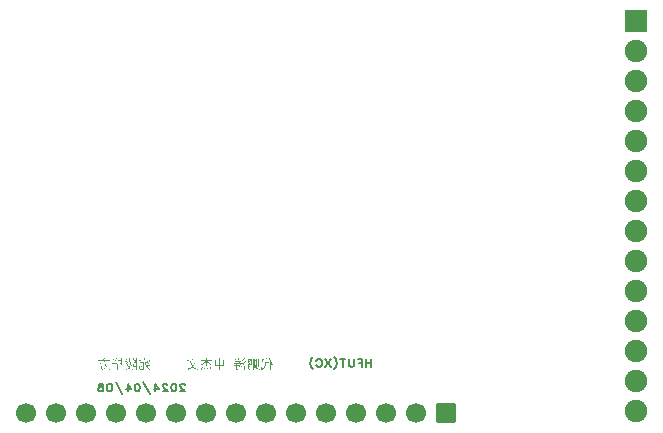
<source format=gbs>
G04 Layer: BottomSolderMaskLayer*
G04 EasyEDA Pro v2.1.21.9b64d12f.b3811b, 2024-04-08 20:46:48*
G04 Gerber Generator version 0.3*
G04 Scale: 100 percent, Rotated: No, Reflected: No*
G04 Dimensions in millimeters*
G04 Leading zeros omitted, absolute positions, 3 integers and 3 decimals*
%FSLAX33Y33*%
%MOMM*%
%AMRoundRect*1,1,$1,$2,$3*1,1,$1,$4,$5*1,1,$1,0-$2,0-$3*1,1,$1,0-$4,0-$5*20,1,$1,$2,$3,$4,$5,0*20,1,$1,$4,$5,0-$2,0-$3,0*20,1,$1,0-$2,0-$3,0-$4,0-$5,0*20,1,$1,0-$4,0-$5,$2,$3,0*4,1,4,$2,$3,$4,$5,0-$2,0-$3,0-$4,0-$5,$2,$3,0*%
%ADD10C,0.152*%
%ADD11C,1.902*%
%ADD12RoundRect,0.096X0.903X0.903X0.903X-0.903*%
%ADD13RoundRect,0.094X0.803X-0.803X-0.803X-0.803*%
%ADD14C,1.7*%
G75*


G04 Text Start*
G54D10*
G01X40056Y-26824D02*
G01X40056Y-27475D01*
G01X39621Y-26824D02*
G01X39621Y-27475D01*
G01X40056Y-27134D02*
G01X39621Y-27134D01*
G01X39319Y-26824D02*
G01X39319Y-27475D01*
G01X39319Y-26824D02*
G01X38918Y-26824D01*
G01X39319Y-27134D02*
G01X39073Y-27134D01*
G01X38616Y-26824D02*
G01X38616Y-27289D01*
G01X38585Y-27381D01*
G01X38524Y-27444D01*
G01X38430Y-27475D01*
G01X38369D01*
G01X38275Y-27444D01*
G01X38214Y-27381D01*
G01X38184Y-27289D01*
G01Y-26824D01*
G01X37666Y-26824D02*
G01X37666Y-27475D01*
G01X37882Y-26824D02*
G01X37450Y-26824D01*
G01X36932Y-26700D02*
G01X36995Y-26761D01*
G01X37056Y-26855D01*
G01X37117Y-26979D01*
G01X37148Y-27134D01*
G01Y-27256D01*
G01X37117Y-27411D01*
G01X37056Y-27536D01*
G01X36995Y-27630D01*
G01X36932Y-27690D01*
G01X36629Y-26824D02*
G01X36198Y-27475D01*
G01X36198Y-26824D02*
G01X36629Y-27475D01*
G01X35433Y-26979D02*
G01X35463Y-26916D01*
G01X35524Y-26855D01*
G01X35588Y-26824D01*
G01X35710D01*
G01X35773Y-26855D01*
G01X35834Y-26916D01*
G01X35865Y-26979D01*
G01X35895Y-27071D01*
G01Y-27226D01*
G01X35865Y-27320D01*
G01X35834Y-27381D01*
G01X35773Y-27444D01*
G01X35710Y-27475D01*
G01X35588D01*
G01X35524Y-27444D01*
G01X35463Y-27381D01*
G01X35433Y-27320D01*
G01X35131Y-26700D02*
G01X35070Y-26761D01*
G01X35009Y-26855D01*
G01X34945Y-26979D01*
G01X34915Y-27134D01*
G01Y-27256D01*
G01X34945Y-27411D01*
G01X35009Y-27536D01*
G01X35070Y-27630D01*
G01X35131Y-27690D01*
G36*
G01X20978Y-26721D02*
G01X20975Y-26722D01*
G01X20968Y-26725D01*
G01X20961Y-26729D01*
G01X20954Y-26733D01*
G01X20944Y-26738D01*
G01X20938Y-26741D01*
G01X20925Y-26748D01*
G01X20909Y-26756D01*
G01X20898Y-26763D01*
G01X20888Y-26769D01*
G01X20885Y-26771D01*
G01X20883Y-26773D01*
G01X20879Y-26778D01*
G01X20875Y-26782D01*
G01X20871Y-26785D01*
G01X20869Y-26787D01*
G01X20865Y-26792D01*
G01X20862Y-26796D01*
G01X20852Y-26812D01*
G01X20851Y-26815D01*
G01X20850Y-26819D01*
G01Y-26826D01*
G01Y-26836D01*
G01X20852Y-26845D01*
G01X20853Y-26849D01*
G01X20854Y-26852D01*
G01X20855Y-26856D01*
G01X20860Y-26864D01*
G01X20863Y-26872D01*
G01X20864Y-26874D01*
G01X20866Y-26876D01*
G01X20871Y-26882D01*
G01X20876Y-26889D01*
G01X20880Y-26893D01*
G01X20885Y-26897D01*
G01X20888Y-26901D01*
G01X20890Y-26904D01*
G01X20889D01*
G01X20888Y-26905D01*
G01X20887D01*
G01X20881Y-26906D01*
G01X20867Y-26907D01*
G01X20718Y-26909D01*
G01X20612Y-26908D01*
G01X20547Y-26907D01*
G01X20540Y-26906D01*
G01X20538Y-26905D01*
G01X20535Y-26904D01*
G01X20532Y-26902D01*
G01X20530Y-26899D01*
G01X20526Y-26894D01*
G01X20522Y-26890D01*
G01X20518Y-26887D01*
G01X20515Y-26885D01*
G01X20512Y-26880D01*
G01X20507Y-26874D01*
G01X20506Y-26873D01*
G01X20504Y-26872D01*
G01X20503Y-26871D01*
G01X20500D01*
G01X20497Y-26873D01*
G01X20491Y-26878D01*
G01X20486Y-26883D01*
G01X20483Y-26887D01*
G01X20475Y-26894D01*
G01X20471Y-26898D01*
G01X20465Y-26905D01*
G01X20458Y-26911D01*
G01X20454Y-26915D01*
G01X20449Y-26921D01*
G01X20443Y-26928D01*
G01X20433Y-26938D01*
G01X20431Y-26941D01*
G01X20430Y-26943D01*
G01X20431Y-26945D01*
G01X20433Y-26947D01*
G01X20438Y-26950D01*
G01X20443Y-26952D01*
G01X20450Y-26954D01*
G01X20464Y-26957D01*
G01X20468Y-26958D01*
G01X20473Y-26960D01*
G01X20477Y-26963D01*
G01X20514Y-26985D01*
G01X20523Y-26992D01*
G01X20527Y-26995D01*
G01X20536Y-27002D01*
G01X20541Y-27006D01*
G01X20547Y-27013D01*
G01X20551Y-27018D01*
G01X20557Y-27022D01*
G01X20561Y-27026D01*
G01X20566Y-27030D01*
G01X20571Y-27036D01*
G01X20573Y-27038D01*
G01X20576Y-27042D01*
G01X20577Y-27043D01*
G01X20579Y-27045D01*
G01X20582Y-27046D01*
G01X20584D01*
G01X20589D01*
G01X20592D01*
G01X20594Y-27044D01*
G01X20595Y-27043D01*
G01X20596Y-27041D01*
G01X20595Y-27039D01*
G01X20594Y-27036D01*
G01X20592Y-27031D01*
G01X20587Y-27023D01*
G01X20580Y-27010D01*
G01X20568Y-26990D01*
G01X20557Y-26973D01*
G01X20552Y-26965D01*
G01X20543Y-26951D01*
G01X20540Y-26945D01*
G01X20541Y-26944D01*
G01X20546D01*
G01X20558Y-26943D01*
G01X20897Y-26940D01*
G01X21205Y-26942D01*
G01X21251Y-26944D01*
G01X21255Y-26945D01*
G01X21257D01*
G01X21258Y-26948D01*
G01Y-26953D01*
G01X21257Y-26955D01*
G01X21256Y-26958D01*
G01Y-26966D01*
G01X21255Y-26981D01*
G01Y-26992D01*
G01X21256Y-27000D01*
G01X21257Y-27008D01*
G01X21259Y-27014D01*
G01X21260Y-27020D01*
G01X21262Y-27025D01*
G01X21264Y-27029D01*
G01X21276Y-27048D01*
G01X21279Y-27052D01*
G01X21282Y-27055D01*
G01X21285Y-27057D01*
G01X21290Y-27060D01*
G01X21295Y-27063D01*
G01X21297Y-27065D01*
G01X21298Y-27066D01*
G01X21299D01*
G01X21303Y-27067D01*
G01X21311Y-27068D01*
G01X21319D01*
G01X21324D01*
G01X21332D01*
G01X21339Y-27067D01*
G01X21342Y-27066D01*
G01X21347Y-27065D01*
G01X21354Y-27061D01*
G01X21357Y-27058D01*
G01X21358Y-27056D01*
G01X21359Y-27055D01*
G01X21360Y-27053D01*
G01X21361Y-27048D01*
G01Y-27044D01*
G01X21360Y-27040D01*
G01X21357Y-27032D01*
G01X21355Y-27027D01*
G01X21349Y-27018D01*
G01X21343Y-27010D01*
G01X21340Y-27006D01*
G01X21337Y-26999D01*
G01X21333Y-26994D01*
G01X21327Y-26985D01*
G01X21325Y-26981D01*
G01X21323Y-26977D01*
G01X21318Y-26967D01*
G01X21312Y-26954D01*
G01X21307Y-26942D01*
G01X21303Y-26931D01*
G01X21301Y-26920D01*
G01X21297Y-26904D01*
G01X21291Y-26883D01*
G01X21290Y-26877D01*
G01Y-26869D01*
G01X21289Y-26865D01*
G01X21288Y-26862D01*
G01X21286Y-26858D01*
G01X21284Y-26856D01*
G01X21283D01*
G01X21280Y-26855D01*
G01X21278D01*
G01X21274D01*
G01X21270Y-26856D01*
G01X21268Y-26858D01*
G01X21266Y-26860D01*
G01X21265Y-26864D01*
G01Y-26867D01*
G01X21264Y-26873D01*
G01X21262Y-26883D01*
G01X21260Y-26895D01*
G01X21259Y-26909D01*
G01X21080D01*
G01X20910Y-26908D01*
G01X20898Y-26907D01*
G01X20897D01*
G01X20896D01*
G01X20895Y-26906D01*
G01Y-26905D01*
G01X20896Y-26903D01*
G01X20900Y-26899D01*
G01X20903Y-26896D01*
G01X20906Y-26893D01*
G01X20908Y-26888D01*
G01X20911Y-26879D01*
G01X20919Y-26854D01*
G01X20922Y-26845D01*
G01X20928Y-26831D01*
G01X20932Y-26819D01*
G01X20935Y-26813D01*
G01X20938Y-26807D01*
G01X20959Y-26772D01*
G01X20964Y-26764D01*
G01X20966Y-26762D01*
G01X20969Y-26758D01*
G01X20975Y-26751D01*
G01X20980Y-26745D01*
G01X20986Y-26737D01*
G01X20987Y-26734D01*
G01X20988Y-26731D01*
G01X20986Y-26726D01*
G01X20985Y-26723D01*
G01X20983Y-26721D01*
G01X20981D01*
G37*
G36*
G01X19636Y-26723D02*
G01X19631Y-26726D01*
G01X19624Y-26729D01*
G01X19618Y-26733D01*
G01X19604Y-26739D01*
G01X19597Y-26744D01*
G01X19590Y-26747D01*
G01X19580Y-26751D01*
G01X19573Y-26754D01*
G01X19567Y-26758D01*
G01X19563Y-26761D01*
G01X19561Y-26763D01*
G01X19560Y-26765D01*
G01Y-26767D01*
G01X19562Y-26770D01*
G01X19566Y-26773D01*
G01X19570Y-26776D01*
G01X19579Y-26781D01*
G01Y-26831D01*
G01X19578Y-26868D01*
G01X19577Y-26877D01*
G01X19575Y-26879D01*
G01X19574D01*
G01X19567D01*
G01X19496Y-26878D01*
G01X19449Y-26877D01*
G01X19429Y-26876D01*
G01X19422Y-26875D01*
G01X19418Y-26874D01*
G01X19416Y-26873D01*
G01X19412Y-26868D01*
G01X19405Y-26862D01*
G01X19401Y-26857D01*
G01X19395Y-26850D01*
G01X19387Y-26845D01*
G01X19383Y-26840D01*
G01X19380Y-26837D01*
G01X19377Y-26835D01*
G01X19373Y-26837D01*
G01X19368Y-26841D01*
G01X19362Y-26846D01*
G01X19359Y-26851D01*
G01X19354Y-26855D01*
G01X19347Y-26861D01*
G01X19342Y-26868D01*
G01X19337Y-26872D01*
G01X19330Y-26878D01*
G01X19324Y-26885D01*
G01X19320Y-26890D01*
G01X19315Y-26894D01*
G01X19312Y-26899D01*
G01X19311Y-26902D01*
G01X19309Y-26909D01*
G01X19579D01*
G01Y-27040D01*
G01X19478D01*
G01X19379Y-27039D01*
G01X19369D01*
G01X19365Y-27038D01*
G01X19362Y-27036D01*
G01X19359Y-27034D01*
G01X19357Y-27032D01*
G01X19353Y-27027D01*
G01X19346Y-27022D01*
G01X19342Y-27017D01*
G01X19336Y-27010D01*
G01X19329Y-27004D01*
G01X19324Y-27000D01*
G01X19321Y-26995D01*
G01X19319Y-26993D01*
G01X19314Y-26990D01*
G01X19311D01*
G01X19308Y-26991D01*
G01X19307Y-26992D01*
G01X19303Y-26995D01*
G01X19298Y-27001D01*
G01X19289Y-27013D01*
G01X19285Y-27018D01*
G01X19278Y-27024D01*
G01X19272Y-27031D01*
G01X19268Y-27035D01*
G01X19260Y-27041D01*
G01X19257Y-27046D01*
G01X19253Y-27050D01*
G01X19252Y-27052D01*
G01X19248Y-27054D01*
G01X19247Y-27056D01*
G01X19246Y-27058D01*
G01X19245Y-27061D01*
G01X19243Y-27068D01*
G01X19556D01*
G01X19697Y-27071D01*
G01X19708Y-27072D01*
G01X19711Y-27073D01*
G01X19712D01*
G01Y-27076D01*
G01Y-27078D01*
G01X19711Y-27080D01*
G01X19706Y-27084D01*
G01X19698Y-27091D01*
G01X19692Y-27096D01*
G01X19684Y-27101D01*
G01X19681Y-27104D01*
G01X19679Y-27106D01*
G01X19676Y-27107D01*
G01X19672Y-27109D01*
G01X19669Y-27110D01*
G01X19667Y-27112D01*
G01X19665Y-27115D01*
G01X19664Y-27119D01*
G01X19665Y-27122D01*
G01X19669Y-27124D01*
G01X19681Y-27127D01*
G01X19698Y-27132D01*
G01X19709Y-27136D01*
G01X19711Y-27137D01*
G01X19713Y-27138D01*
G01X19715Y-27140D01*
G01X19719Y-27145D01*
G01X19724Y-27150D01*
G01X19730Y-27154D01*
G01X19741Y-27164D01*
G01X19750Y-27172D01*
G01X19772Y-27189D01*
G01X19782Y-27196D01*
G01X19788Y-27201D01*
G01X19794Y-27207D01*
G01X19816Y-27223D01*
G01X19826Y-27229D01*
G01X19840Y-27238D01*
G01X19851Y-27245D01*
G01X19864Y-27254D01*
G01X19882Y-27264D01*
G01X19896Y-27272D01*
G01X19898Y-27274D01*
G01X19904Y-27275D01*
G01X19910Y-27274D01*
G01X19911D01*
G01X19913Y-27275D01*
G01X19914Y-27276D01*
G01X19915Y-27279D01*
G01Y-27283D01*
G01X19914Y-27291D01*
G01X19911Y-27298D01*
G01X19910Y-27301D01*
G01X19909Y-27308D01*
G01X19908Y-27316D01*
G01Y-27330D01*
G01X19974D01*
G01Y-27319D01*
G01X19975Y-27295D01*
G01X19976Y-27285D01*
G01Y-27282D01*
G01X19977Y-27280D01*
G01X19979Y-27276D01*
G01X19980Y-27272D01*
G01Y-27269D01*
G01X19981Y-27264D01*
G01X19982Y-27257D01*
G01X19983Y-27254D01*
G01X19987Y-27244D01*
G01X19991Y-27234D01*
G01X19994Y-27225D01*
G01X19996Y-27222D01*
G01X19999Y-27218D01*
G01X20002Y-27211D01*
G01X20008Y-27197D01*
G01X20010Y-27194D01*
G01X20015Y-27186D01*
G01X20020Y-27176D01*
G01X20024Y-27170D01*
G01X20026Y-27168D01*
G01X20029Y-27164D01*
G01X20035Y-27155D01*
G01X20038Y-27150D01*
G01X20041Y-27146D01*
G01X20046Y-27139D01*
G01X20052Y-27132D01*
G01X20055Y-27129D01*
G01X20056Y-27127D01*
G01X20057Y-27124D01*
G01X20059Y-27120D01*
G01X20061Y-27117D01*
G01X20063Y-27115D01*
G01X20065Y-27113D01*
G01X20070Y-27109D01*
G01X20074Y-27104D01*
G01X20079Y-27098D01*
G01X20083Y-27094D01*
G01X20084Y-27092D01*
G01X20086Y-27087D01*
G01Y-27086D01*
G01X20087Y-27085D01*
G01Y-27081D01*
G01X20086Y-27077D01*
G01X20084Y-27071D01*
G01X20078Y-27055D01*
G01X20073Y-27043D01*
G01X20067Y-27029D01*
G01X20063Y-27020D01*
G01X20059Y-27008D01*
G01X20055Y-26999D01*
G01X20053Y-26991D01*
G01X20051Y-26983D01*
G01X20049Y-26979D01*
G01X20048Y-26977D01*
G01X20046Y-26974D01*
G01X20044Y-26971D01*
G01X20043Y-26968D01*
G01X20040Y-26959D01*
G01X20038Y-26950D01*
G01X20033Y-26940D01*
G01X20030Y-26930D01*
G01X20027Y-26923D01*
G01X20022Y-26911D01*
G01X20019Y-26902D01*
G01X20014Y-26890D01*
G01X20010Y-26881D01*
G01X20008Y-26874D01*
G01X20005Y-26864D01*
G01X20000Y-26857D01*
G01X19999Y-26854D01*
G01X19997Y-26848D01*
G01X19996Y-26843D01*
G01X19994Y-26833D01*
G01X20069D01*
G01X20114Y-26834D01*
G01X20132Y-26835D01*
G01X20138Y-26836D01*
G01X20141Y-26837D01*
G01X20142Y-26838D01*
G01X20141Y-26841D01*
G01X20140Y-27111D01*
G01X20141Y-27386D01*
G01X20142Y-27392D01*
G01Y-27396D01*
G01X20141Y-27398D01*
G01X20138Y-27403D01*
G01X20136Y-27404D01*
G01X20134Y-27405D01*
G01X20130Y-27406D01*
G01X20125Y-27407D01*
G01X20113Y-27408D01*
G01X20106Y-27409D01*
G01X20101Y-27410D01*
G01X20095Y-27411D01*
G01X20086Y-27412D01*
G01X20083Y-27413D01*
G01X20082D01*
G01X20081D01*
G01X20080Y-27414D01*
G01X20073D01*
G01X20060Y-27415D01*
G01X20046Y-27414D01*
G01X20036D01*
G01X20031Y-27413D01*
G01X20022Y-27411D01*
G01X20012Y-27408D01*
G01X20007Y-27406D01*
G01X20002Y-27404D01*
G01X19997Y-27402D01*
G01X19989Y-27396D01*
G01X19986Y-27394D01*
G01X19984Y-27391D01*
G01X19982Y-27389D01*
G01X19980Y-27383D01*
G01X19977Y-27378D01*
G01Y-27377D01*
G01X19976Y-27375D01*
G01X19975Y-27367D01*
G01X19974Y-27359D01*
G01Y-27330D01*
G01X19908D01*
G01Y-27347D01*
G01X19909Y-27367D01*
G01X19910Y-27375D01*
G01X19911Y-27381D01*
G01X19915Y-27399D01*
G01X19917Y-27407D01*
G01X19925Y-27425D01*
G01X19927Y-27434D01*
G01X19929Y-27437D01*
G01X19931Y-27442D01*
G01X19936Y-27449D01*
G01X19940Y-27454D01*
G01X19944Y-27463D01*
G01X19946Y-27466D01*
G01X19949Y-27468D01*
G01X19954Y-27472D01*
G01X19969Y-27483D01*
G01X19973Y-27486D01*
G01X19976Y-27488D01*
G01X19980Y-27489D01*
G01X19987Y-27492D01*
G01X19997Y-27499D01*
G01X20001Y-27500D01*
G01X20006Y-27502D01*
G01X20010Y-27503D01*
G01X20018Y-27505D01*
G01X20027Y-27509D01*
G01X20031Y-27510D01*
G01X20036Y-27511D01*
G01X20043Y-27512D01*
G01X20048Y-27511D01*
G01X20051Y-27510D01*
G01X20054Y-27509D01*
G01X20055Y-27506D01*
G01X20060Y-27492D01*
G01X20063Y-27485D01*
G01X20067Y-27479D01*
G01X20074Y-27468D01*
G01X20079Y-27461D01*
G01X20084Y-27456D01*
G01X20093Y-27449D01*
G01X20097Y-27446D01*
G01X20101Y-27444D01*
G01X20104Y-27442D01*
G01X20107Y-27441D01*
G01X20112Y-27439D01*
G01X20119Y-27435D01*
G01X20122Y-27433D01*
G01X20127Y-27431D01*
G01X20131Y-27430D01*
G01X20140Y-27428D01*
G01Y-27574D01*
G01X20141Y-27685D01*
G01X20143Y-27714D01*
G01X20144Y-27723D01*
G01Y-27725D01*
G01X20145Y-27726D01*
G01X20148Y-27730D01*
G01X20154Y-27735D01*
G01X20160Y-27738D01*
G01X20166Y-27742D01*
G01X20170Y-27745D01*
G01X20172Y-27747D01*
G01X20184Y-27753D01*
G01X20192Y-27757D01*
G01X20196Y-27759D01*
G01X20201Y-27763D01*
G01X20204D01*
G01Y-27762D01*
G01X20205Y-27757D01*
G01X20206Y-27622D01*
G01X20204Y-27482D01*
G01Y-27479D01*
G01Y-27478D01*
G01Y-27475D01*
G01X20202Y-27259D01*
G01X20203Y-27072D01*
G01X20204Y-27040D01*
G01Y-27039D01*
G01Y-27038D01*
G01X20205Y-27033D01*
G01X20206Y-26905D01*
G01X20205Y-26786D01*
G01X20204Y-26770D01*
G01X20202Y-26760D01*
G01X20196Y-26765D01*
G01X20189Y-26770D01*
G01X20183Y-26776D01*
G01X20178Y-26778D01*
G01X20171Y-26780D01*
G01X20169Y-26782D01*
G01X20166Y-26784D01*
G01X20164Y-26786D01*
G01X20162Y-26788D01*
G01X20159Y-26791D01*
G01X20156Y-26793D01*
G01X20146Y-26797D01*
G01X20136Y-26802D01*
G01X20134Y-26803D01*
G01X20127D01*
G01X20115Y-26804D01*
G01X20071Y-26805D01*
G01X20024D01*
G01X20006Y-26804D01*
G01X20003Y-26803D01*
G01X19995Y-26801D01*
G01X19987Y-26798D01*
G01X19984Y-26796D01*
G01X19979Y-26792D01*
G01X19976Y-26787D01*
G01X19968Y-26779D01*
G01X19963Y-26772D01*
G01X19961Y-26770D01*
G01X19959Y-26769D01*
G01X19956Y-26768D01*
G01X19953Y-26769D01*
G01X19950Y-26770D01*
G01X19947Y-26771D01*
G01X19945Y-26773D01*
G01X19943Y-26776D01*
G01X19938Y-26780D01*
G01X19931Y-26786D01*
G01X19927Y-26790D01*
G01X19924Y-26794D01*
G01X19920Y-26799D01*
G01X19917Y-26802D01*
G01X19905Y-26811D01*
G01X19899Y-26817D01*
G01X19897Y-26819D01*
G01X19893Y-26824D01*
G01X19892Y-26826D01*
G01Y-26827D01*
G01X19893Y-26829D01*
G01X19894Y-26831D01*
G01X19904Y-26836D01*
G01X19910Y-26840D01*
G01X19929Y-26852D01*
G01X19933Y-26855D01*
G01X19936Y-26858D01*
G01X19940Y-26864D01*
G01X19943Y-26869D01*
G01X19946Y-26874D01*
G01X19953Y-26888D01*
G01X19956Y-26895D01*
G01X19963Y-26906D01*
G01X19970Y-26919D01*
G01X19977Y-26930D01*
G01X19980Y-26937D01*
G01X19981Y-26940D01*
G01X19982Y-26942D01*
G01X19985Y-26944D01*
G01X19987Y-26947D01*
G01X19989Y-26951D01*
G01X19994Y-26964D01*
G01X19996Y-26967D01*
G01X20001Y-26975D01*
G01X20007Y-26985D01*
G01X20010Y-26990D01*
G01X20016Y-26999D01*
G01X20018Y-27003D01*
G01X20020Y-27007D01*
G01X20024Y-27015D01*
G01X20027Y-27021D01*
G01X20030Y-27024D01*
G01X20031Y-27027D01*
G01X20035Y-27031D01*
G01X20038Y-27040D01*
G01X20041Y-27046D01*
G01X20045Y-27053D01*
G01X20053Y-27066D01*
G01X20056Y-27072D01*
G01X20058Y-27078D01*
G01X20059Y-27082D01*
G01Y-27085D01*
G01X20058Y-27087D01*
G01X20057Y-27089D01*
G01X20053Y-27093D01*
G01X20048Y-27100D01*
G01X20044Y-27104D01*
G01X20039Y-27108D01*
G01X20037Y-27110D01*
G01X20035Y-27113D01*
G01X20030Y-27120D01*
G01X20026Y-27125D01*
G01X20024Y-27127D01*
G01X20019Y-27131D01*
G01X20013Y-27138D01*
G01X20009Y-27142D01*
G01X20002Y-27149D01*
G01X19996Y-27156D01*
G01X19992Y-27160D01*
G01X19984Y-27166D01*
G01X19982Y-27169D01*
G01X19979Y-27175D01*
G01X19975Y-27181D01*
G01X19969Y-27184D01*
G01X19965Y-27189D01*
G01X19961Y-27194D01*
G01X19955Y-27201D01*
G01X19951Y-27206D01*
G01X19943Y-27220D01*
G01X19935Y-27231D01*
G01X19932Y-27235D01*
G01X19930Y-27239D01*
G01X19926Y-27249D01*
G01X19922Y-27259D01*
G01X19921Y-27260D01*
G01X19919Y-27262D01*
G01X19917Y-27263D01*
G01X19916D01*
G01X19915Y-27262D01*
G01X19913Y-27261D01*
G01X19911Y-27260D01*
G01X19897Y-27250D01*
G01X19892Y-27246D01*
G01X19890Y-27242D01*
G01X19887Y-27239D01*
G01X19883Y-27235D01*
G01X19874Y-27230D01*
G01X19871Y-27228D01*
G01X19868Y-27225D01*
G01X19866Y-27222D01*
G01X19862Y-27218D01*
G01X19855Y-27212D01*
G01X19851Y-27207D01*
G01X19845Y-27200D01*
G01X19838Y-27195D01*
G01X19833Y-27190D01*
G01X19828Y-27183D01*
G01X19821Y-27177D01*
G01X19816Y-27173D01*
G01X19813Y-27168D01*
G01X19806Y-27160D01*
G01X19800Y-27153D01*
G01X19795Y-27146D01*
G01X19792Y-27142D01*
G01X19791Y-27140D01*
G01X19789Y-27138D01*
G01X19787Y-27133D01*
G01X19786Y-27131D01*
G01X19784Y-27129D01*
G01X19782Y-27127D01*
G01X19779Y-27125D01*
G01X19776Y-27123D01*
G01X19774Y-27120D01*
G01X19771Y-27113D01*
G01X19768Y-27108D01*
G01X19765Y-27105D01*
G01X19762Y-27102D01*
G01X19757Y-27093D01*
G01X19754Y-27088D01*
G01X19751Y-27084D01*
G01X19749Y-27078D01*
G01Y-27074D01*
G01Y-27073D01*
G01X19751Y-27071D01*
G01X19752D01*
G01X19755Y-27070D01*
G01X19761Y-27069D01*
G01X19766Y-27068D01*
G01X19774D01*
G01X19795Y-27069D01*
G01X19802D01*
G01X19806Y-27070D01*
G01X19808D01*
G01X19816Y-27071D01*
G01X19837Y-27072D01*
G01X19854D01*
G01X19862Y-27073D01*
G01X19868Y-27074D01*
G01X19871Y-27076D01*
G01X19876Y-27077D01*
G01X19883Y-27078D01*
G01X19889D01*
G01X19899D01*
G01X19903Y-27077D01*
G01X19906D01*
G01X19911Y-27075D01*
G01X19917Y-27072D01*
G01X19921Y-27068D01*
G01X19927Y-27061D01*
G01X19931Y-27056D01*
G01X19936Y-27053D01*
G01X19937Y-27050D01*
G01X19938Y-27048D01*
G01X19939Y-27046D01*
G01Y-27045D01*
G01X19938D01*
G01X19937D01*
G01X19936Y-27044D01*
G01X19929Y-27043D01*
G01X19914Y-27042D01*
G01X19788Y-27040D01*
G01X19638D01*
G01Y-26909D01*
G01X19698D01*
G01X19753Y-26910D01*
G01X19762D01*
G01X19764Y-26911D01*
G01X19767D01*
G01X19774Y-26912D01*
G01X19795Y-26913D01*
G01X19799D01*
G01X19802Y-26914D01*
G01X19808Y-26915D01*
G01X19818Y-26916D01*
G01X19824Y-26917D01*
G01X19832Y-26919D01*
G01X19838D01*
G01X19842D01*
G01X19845Y-26918D01*
G01X19847Y-26916D01*
G01X19849Y-26914D01*
G01X19853Y-26909D01*
G01X19860Y-26904D01*
G01X19864Y-26899D01*
G01X19870Y-26892D01*
G01X19875Y-26888D01*
G01X19879Y-26885D01*
G01Y-26881D01*
G01X19878D01*
G01X19877Y-26880D01*
G01X19872D01*
G01X19861Y-26879D01*
G01X19759Y-26878D01*
G01X19670Y-26876D01*
G01X19647Y-26875D01*
G01X19642Y-26874D01*
G01X19639Y-26873D01*
G01Y-26870D01*
G01Y-26865D01*
G01X19640Y-26860D01*
G01X19641Y-26851D01*
G01Y-26824D01*
G01Y-26816D01*
G01X19642Y-26794D01*
G01Y-26788D01*
G01X19643Y-26786D01*
G01Y-26783D01*
G01X19644Y-26775D01*
G01Y-26746D01*
G01Y-26736D01*
G01X19643Y-26730D01*
G01X19642Y-26727D01*
G01X19640Y-26724D01*
G01X19638Y-26723D01*
G37*
G36*
G01X18972Y-26724D02*
G01X18969Y-26724D01*
G01X18966Y-26725D01*
G01X18962Y-26727D01*
G01X18950Y-26732D01*
G01X18944Y-26735D01*
G01X18927Y-26743D01*
G01X18917Y-26746D01*
G01X18906Y-26750D01*
G01X18893Y-26756D01*
G01X18886Y-26758D01*
G01X18883Y-26759D01*
G01X18881Y-26761D01*
G01X18880Y-26764D01*
G01X18881Y-26767D01*
G01X18882Y-26770D01*
G01X18883Y-26773D01*
G01X18885Y-26775D01*
G01X18888Y-26777D01*
G01X18893Y-26781D01*
G01X18898Y-26788D01*
G01X18903Y-26793D01*
G01X18905Y-26794D01*
G01Y-26795D01*
G01X18906D01*
G01Y-26797D01*
G01X18907Y-26800D01*
G01X18908Y-26807D01*
G01X18909Y-26821D01*
G01X18910Y-26874D01*
G01Y-26950D01*
G01X18822D01*
G01X18755Y-26949D01*
G01X18737Y-26947D01*
G01X18733Y-26946D01*
G01X18730Y-26945D01*
G01X18726Y-26940D01*
G01X18719Y-26935D01*
G01X18715Y-26931D01*
G01X18709Y-26923D01*
G01X18702Y-26917D01*
G01X18697Y-26913D01*
G01X18694Y-26908D01*
G01X18692Y-26907D01*
G01X18689D01*
G01X18687D01*
G01X18682Y-26909D01*
G01X18677Y-26912D01*
G01X18672Y-26916D01*
G01X18666Y-26923D01*
G01X18662Y-26928D01*
G01X18654Y-26934D01*
G01X18649Y-26941D01*
G01X18644Y-26945D01*
G01X18637Y-26951D01*
G01X18631Y-26958D01*
G01X18627Y-26963D01*
G01X18622Y-26966D01*
G01X18620Y-26968D01*
G01X18619Y-26970D01*
G01X18618Y-26973D01*
G01Y-26974D01*
G01X18619D01*
G01X18621D01*
G01X18627Y-26975D01*
G01X18642Y-26976D01*
G01X18754Y-26978D01*
G01X18883Y-26979D01*
G01X18900Y-26980D01*
G01X18910Y-26981D01*
G01Y-27093D01*
G01X18909Y-27176D01*
G01X18907Y-27197D01*
G01X18906Y-27203D01*
G01X18905Y-27205D01*
G01X18904D01*
G01X18901D01*
G01X18897D01*
G01X18889Y-27203D01*
G01X18871Y-27197D01*
G01X18858Y-27194D01*
G01X18844Y-27190D01*
G01X18832Y-27187D01*
G01X18824Y-27184D01*
G01X18816Y-27181D01*
G01X18812Y-27180D01*
G01X18808Y-27179D01*
G01X18798Y-27176D01*
G01X18793Y-27175D01*
G01X18789Y-27174D01*
G01X18782Y-27170D01*
G01X18778Y-27169D01*
G01X18773Y-27168D01*
G01X18763Y-27166D01*
G01X18759Y-27165D01*
G01X18755Y-27163D01*
G01X18747Y-27160D01*
G01X18740Y-27158D01*
G01X18715Y-27152D01*
G01X18704Y-27149D01*
G01X18700Y-27148D01*
G01X18696Y-27146D01*
G01X18691Y-27143D01*
G01X18685Y-27141D01*
G01X18678D01*
G01X18672Y-27139D01*
G01X18668Y-27137D01*
G01X18665Y-27136D01*
G01X18662D01*
G01X18659Y-27137D01*
G01X18657D01*
G01X18654Y-27139D01*
G01X18652Y-27141D01*
G01X18651Y-27143D01*
G01Y-27148D01*
G01X18652Y-27150D01*
G01X18653Y-27151D01*
G01X18654Y-27152D01*
G01X18655Y-27153D01*
G01X18659Y-27155D01*
G01X18677Y-27162D01*
G01X18684Y-27165D01*
G01X18692Y-27169D01*
G01X18698Y-27173D01*
G01X18704Y-27175D01*
G01X18721Y-27183D01*
G01X18729Y-27186D01*
G01X18737Y-27190D01*
G01X18743Y-27194D01*
G01X18757Y-27200D01*
G01X18765Y-27204D01*
G01X18771Y-27207D01*
G01X18785Y-27214D01*
G01X18792Y-27218D01*
G01X18799Y-27222D01*
G01X18812Y-27228D01*
G01X18820Y-27232D01*
G01X18826Y-27235D01*
G01X18840Y-27241D01*
G01X18843Y-27243D01*
G01X18852Y-27248D01*
G01X18862Y-27254D01*
G01X18874Y-27260D01*
G01X18892Y-27271D01*
G01X18899Y-27276D01*
G01X18901Y-27278D01*
G01X18904Y-27280D01*
G01X18908Y-27283D01*
G01X18917Y-27288D01*
G01X18920Y-27290D01*
G01X18922Y-27293D01*
G01X18924Y-27295D01*
G01X18928Y-27300D01*
G01X18933Y-27304D01*
G01X18935Y-27305D01*
G01X18938Y-27306D01*
G01X18940Y-27305D01*
G01X18941Y-27304D01*
G01X18945Y-27300D01*
G01X18950Y-27292D01*
G01X18962Y-27277D01*
G01X18971Y-27265D01*
G01X18977Y-27258D01*
G01X18985Y-27247D01*
G01X18986Y-27245D01*
G01X18988Y-27238D01*
G01X18987Y-27234D01*
G01X18986Y-27233D01*
G01X18982Y-27227D01*
G01X18980Y-27224D01*
G01X18979Y-27220D01*
G01X18976Y-27207D01*
G01X18974Y-27201D01*
G01Y-27196D01*
G01X18973Y-27037D01*
G01X18974Y-26885D01*
G01Y-26874D01*
G01Y-26872D01*
G01X18975Y-26871D01*
G01Y-26862D01*
G01X18976Y-26824D01*
G01X18977Y-26785D01*
G01Y-26777D01*
G01X18978Y-26773D01*
G01X18979Y-26767D01*
G01Y-26760D01*
G01X18978Y-26754D01*
G01X18977Y-26749D01*
G01Y-26746D01*
G01Y-26743D01*
G01X18978Y-26736D01*
G01Y-26732D01*
G01X18977Y-26730D01*
G01X18976Y-26727D01*
G01X18974Y-26725D01*
G37*
G36*
G01X18579Y-26729D02*
G01X18575Y-26730D01*
G01X18563Y-26735D01*
G01X18547Y-26742D01*
G01X18540Y-26745D01*
G01X18533Y-26748D01*
G01X18523Y-26754D01*
G01X18517Y-26757D01*
G01X18506Y-26762D01*
G01X18499Y-26765D01*
G01X18493Y-26769D01*
G01X18489Y-26771D01*
G01X18487Y-26774D01*
G01Y-26776D01*
G01X18488Y-26779D01*
G01X18490Y-26781D01*
G01X18494Y-26786D01*
G01X18501Y-26791D01*
G01X18507Y-26799D01*
G01X18511Y-26803D01*
G01X18514Y-26805D01*
G01Y-26806D01*
G01X18515D01*
G01Y-26807D01*
G01X18516Y-26810D01*
G01X18517Y-26818D01*
G01X18518Y-26833D01*
G01X18519Y-26891D01*
G01Y-26955D01*
G01X18518Y-26977D01*
G01X18517Y-26980D01*
G01X18516Y-26982D01*
G01X18514Y-26983D01*
G01X18512D01*
G01X18505Y-26980D01*
G01X18485Y-26971D01*
G01X18477Y-26967D01*
G01X18471Y-26964D01*
G01X18461Y-26959D01*
G01X18455Y-26956D01*
G01X18448Y-26952D01*
G01X18433Y-26943D01*
G01X18426Y-26939D01*
G01X18412Y-26933D01*
G01X18406Y-26930D01*
G01X18380Y-26912D01*
G01X18370Y-26907D01*
G01X18365Y-26904D01*
G01X18362Y-26901D01*
G01X18357Y-26897D01*
G01X18343Y-26888D01*
G01X18337Y-26883D01*
G01X18335Y-26882D01*
G01X18333Y-26880D01*
G01X18328Y-26878D01*
G01X18326Y-26877D01*
G01X18324Y-26875D01*
G01X18319Y-26870D01*
G01X18317Y-26868D01*
G01X18315Y-26867D01*
G01X18310Y-26865D01*
G01X18308Y-26863D01*
G01X18306Y-26861D01*
G01X18303Y-26857D01*
G01X18301Y-26855D01*
G01X18296Y-26851D01*
G01X18288Y-26846D01*
G01X18284Y-26843D01*
G01X18282Y-26841D01*
G01X18280Y-26838D01*
G01X18278Y-26836D01*
G01X18276Y-26833D01*
G01X18273Y-26831D01*
G01X18266Y-26827D01*
G01X18264Y-26825D01*
G01X18261Y-26823D01*
G01X18258Y-26818D01*
G01X18255Y-26816D01*
G01X18253Y-26815D01*
G01X18250Y-26814D01*
G01X18248Y-26813D01*
G01X18246D01*
G01X18244Y-26814D01*
G01X18242Y-26815D01*
G01X18241Y-26816D01*
G01X18238Y-26819D01*
G01X18228Y-26824D01*
G01X18226Y-26826D01*
G01X18223Y-26828D01*
G01X18219Y-26834D01*
G01X18215Y-26838D01*
G01X18208Y-26844D01*
G01X18202Y-26851D01*
G01X18198Y-26855D01*
G01X18190Y-26861D01*
G01X18184Y-26868D01*
G01X18180Y-26872D01*
G01X18176Y-26876D01*
G01X18175Y-26878D01*
G01X18176Y-26879D01*
G01X18178Y-26881D01*
G01X18179Y-26882D01*
G01X18182Y-26883D01*
G01X18188Y-26885D01*
G01X18198Y-26887D01*
G01X18206Y-26889D01*
G01X18212Y-26890D01*
G01X18225Y-26894D01*
G01X18238Y-26899D01*
G01X18250Y-26903D01*
G01X18259Y-26907D01*
G01X18277Y-26915D01*
G01X18294Y-26922D01*
G01X18300Y-26925D01*
G01X18307Y-26928D01*
G01X18317Y-26934D01*
G01X18324Y-26937D01*
G01X18336Y-26943D01*
G01X18349Y-26949D01*
G01X18361Y-26954D01*
G01X18396Y-26968D01*
G01X18402Y-26970D01*
G01X18418Y-26978D01*
G01X18424Y-26980D01*
G01X18439Y-26985D01*
G01X18451Y-26990D01*
G01X18463Y-26995D01*
G01X18474Y-26998D01*
G01X18481Y-27001D01*
G01X18491Y-27005D01*
G01X18501Y-27008D01*
G01X18512Y-27013D01*
G01X18513D01*
G01Y-27014D01*
G01X18514Y-27015D01*
G01X18515Y-27018D01*
G01X18517Y-27031D01*
G01X18518Y-27045D01*
G01X18519Y-27084D01*
G01X18518Y-27144D01*
G01Y-27154D01*
G01X18517Y-27157D01*
G01X18516Y-27163D01*
G01X18513Y-27172D01*
G01X18512Y-27176D01*
G01X18510Y-27181D01*
G01X18508Y-27184D01*
G01X18502Y-27192D01*
G01X18498Y-27196D01*
G01X18497Y-27197D01*
G01X18493Y-27199D01*
G01X18490Y-27200D01*
G01X18472Y-27205D01*
G01X18471D01*
G01X18465Y-27206D01*
G01X18375Y-27207D01*
G01X18317Y-27206D01*
G01X18275Y-27205D01*
G01X18271D01*
G01X18260Y-27203D01*
G01X18255Y-27201D01*
G01X18250Y-27200D01*
G01X18246Y-27198D01*
G01X18240Y-27195D01*
G01X18238Y-27193D01*
G01X18235Y-27189D01*
G01X18230Y-27183D01*
G01X18228Y-27179D01*
G01X18226Y-27175D01*
G01X18224Y-27170D01*
G01X18222Y-27160D01*
G01X18220Y-27156D01*
G01X18219Y-27152D01*
G01X18217Y-27146D01*
G01X18215Y-27142D01*
G01X18214Y-27134D01*
G01Y-27123D01*
G01X18213Y-27113D01*
G01X18212Y-27104D01*
G01X18211Y-27099D01*
G01X18210Y-27090D01*
G01X18209Y-27087D01*
G01X18208Y-27081D01*
G01X18207Y-27076D01*
G01Y-27057D01*
G01X18206Y-27050D01*
G01X18205Y-27044D01*
G01X18204Y-27040D01*
G01X18202Y-27038D01*
G01X18200Y-27036D01*
G01X18197D01*
G01X18190Y-27039D01*
G01X18188Y-27041D01*
G01X18187Y-27044D01*
G01X18186Y-27047D01*
G01Y-27051D01*
G01X18185Y-27057D01*
G01X18184Y-27061D01*
G01X18183Y-27066D01*
G01Y-27081D01*
G01X18181Y-27098D01*
G01X18180Y-27105D01*
G01X18179Y-27115D01*
G01X18178Y-27119D01*
G01X18176Y-27124D01*
G01Y-27134D01*
G01X18175Y-27140D01*
G01X18169Y-27160D01*
G01X18167Y-27165D01*
G01X18165Y-27170D01*
G01X18163Y-27173D01*
G01X18158Y-27177D01*
G01X18153Y-27182D01*
G01X18150Y-27187D01*
G01X18147Y-27189D01*
G01X18145Y-27190D01*
G01X18138Y-27192D01*
G01X18135Y-27193D01*
G01X18131Y-27196D01*
G01X18130Y-27197D01*
G01Y-27198D01*
G01Y-27200D01*
G01Y-27201D01*
G01X18131Y-27204D01*
G01X18133Y-27208D01*
G01X18138Y-27216D01*
G01X18140Y-27219D01*
G01X18143Y-27222D01*
G01X18149Y-27230D01*
G01X18152Y-27233D01*
G01X18156Y-27237D01*
G01X18160Y-27239D01*
G01X18174Y-27248D01*
G01X18177Y-27250D01*
G01X18180Y-27251D01*
G01X18183Y-27252D01*
G01X18188D01*
G01X18191D01*
G01X18199Y-27254D01*
G01X18202Y-27256D01*
G01X18206D01*
G01X18216Y-27257D01*
G01X18368Y-27259D01*
G01X18468Y-27258D01*
G01X18525Y-27256D01*
G01X18535Y-27255D01*
G01X18538Y-27254D01*
G01X18539D01*
G01X18549Y-27249D01*
G01X18551Y-27247D01*
G01X18554Y-27245D01*
G01X18557Y-27241D01*
G01X18565Y-27236D01*
G01X18569Y-27231D01*
G01X18578Y-27214D01*
G01Y-27213D01*
G01X18579Y-27209D01*
G01Y-27200D01*
G01X18581Y-27004D01*
G01X18582Y-26819D01*
G01X18583Y-26798D01*
G01Y-26796D01*
G01Y-26794D01*
G01X18584Y-26786D01*
G01X18585Y-26760D01*
G01Y-26746D01*
G01X18584Y-26737D01*
G01X18583Y-26731D01*
G01X18581Y-26729D01*
G37*
G36*
G01X17553Y-26735D02*
G01X17551Y-26736D01*
G01X17549Y-26737D01*
G01X17543Y-26740D01*
G01X17537Y-26743D01*
G01X17523Y-26748D01*
G01X17509Y-26753D01*
G01X17505Y-26755D01*
G01X17499Y-26758D01*
G01X17486Y-26766D01*
G01X17470Y-26774D01*
G01X17461Y-26779D01*
G01X17455Y-26781D01*
G01X17449Y-26784D01*
G01X17446Y-26785D01*
G01X17444Y-26787D01*
G01X17442Y-26789D01*
G01X17438Y-26794D01*
G01X17430Y-26800D01*
G01X17426Y-26804D01*
G01X17423Y-26809D01*
G01X17417Y-26816D01*
G01X17415Y-26819D01*
G01X17412Y-26823D01*
G01X17408Y-26834D01*
G01X17403Y-26845D01*
G01X17402Y-26849D01*
G01Y-26858D01*
G01X17403Y-26866D01*
G01X17405Y-26870D01*
G01X17407Y-26875D01*
G01X17409Y-26879D01*
G01X17413Y-26886D01*
G01X17419Y-26898D01*
G01X17423Y-26904D01*
G01X17426Y-26907D01*
G01X17432Y-26914D01*
G01X17435Y-26919D01*
G01X17440Y-26923D01*
G01X17443Y-26924D01*
G01X17445Y-26925D01*
G01X17448Y-26924D01*
G01X17450Y-26923D01*
G01X17452Y-26922D01*
G01X17454Y-26919D01*
G01X17458Y-26915D01*
G01X17461Y-26911D01*
G01X17470Y-26897D01*
G01X17473Y-26891D01*
G01X17476Y-26881D01*
G01X17478Y-26875D01*
G01X17481Y-26871D01*
G01X17484Y-26865D01*
G01X17489Y-26852D01*
G01X17493Y-26843D01*
G01X17496Y-26840D01*
G01X17499Y-26835D01*
G01X17502Y-26831D01*
G01X17504Y-26828D01*
G01X17509Y-26816D01*
G01X17513Y-26811D01*
G01X17516Y-26807D01*
G01X17521Y-26800D01*
G01X17527Y-26793D01*
G01X17530Y-26789D01*
G01X17532Y-26787D01*
G01X17535Y-26780D01*
G01X17536Y-26778D01*
G01X17540Y-26774D01*
G01X17545Y-26770D01*
G01X17551Y-26762D01*
G01X17555Y-26758D01*
G01X17560Y-26755D01*
G01X17562Y-26753D01*
G01X17563Y-26750D01*
G01Y-26748D01*
G01X17562Y-26743D01*
G01X17561Y-26740D01*
G01X17560Y-26738D01*
G01X17557Y-26736D01*
G01X17555Y-26735D01*
G37*
G36*
G01X17030Y-26889D02*
G01X17028Y-26890D01*
G01X17026Y-26891D01*
G01X17024Y-26894D01*
G01X17017Y-26899D01*
G01X17012Y-26902D01*
G01X17007Y-26910D01*
G01X17003Y-26914D01*
G01X16995Y-26920D01*
G01X16990Y-26927D01*
G01X16985Y-26931D01*
G01X16978Y-26937D01*
G01X16972Y-26944D01*
G01X16968Y-26948D01*
G01X16961Y-26954D01*
G01X16955Y-26962D01*
G01X16950Y-26966D01*
G01X16946Y-26970D01*
G01X16944Y-26971D01*
G01X16943Y-26973D01*
G01Y-26975D01*
G01X16945D01*
G01X16954Y-26976D01*
G01X17215Y-26978D01*
G01X17487D01*
G01Y-26990D01*
G01Y-27001D01*
G01X17488Y-27005D01*
G01Y-27008D01*
G01X17489Y-27011D01*
G01X17490Y-27017D01*
G01Y-27041D01*
G01X17492Y-27056D01*
G01X17495Y-27074D01*
G01X17496Y-27079D01*
G01X17497Y-27087D01*
G01X17498Y-27100D01*
G01X17499Y-27111D01*
G01X17500Y-27117D01*
G01X17502Y-27126D01*
G01X17503Y-27130D01*
G01X17504Y-27135D01*
G01Y-27149D01*
G01X17505Y-27157D01*
G01X17507Y-27163D01*
G01Y-27168D01*
G01X17506Y-27170D01*
G01X17504Y-27174D01*
G01X17500D01*
G01X17495Y-27173D01*
G01X17357Y-27172D01*
G01X17235Y-27171D01*
G01X17216Y-27169D01*
G01X17213D01*
G01X17209Y-27165D01*
G01X17203Y-27161D01*
G01X17199Y-27157D01*
G01X17196Y-27154D01*
G01X17186Y-27142D01*
G01X17180Y-27136D01*
G01X17178Y-27134D01*
G01X17175Y-27133D01*
G01X17173D01*
G01X17171Y-27134D01*
G01X17168Y-27137D01*
G01X17160Y-27143D01*
G01X17156Y-27147D01*
G01X17153Y-27151D01*
G01X17150Y-27155D01*
G01X17146Y-27158D01*
G01X17134Y-27169D01*
G01X17127Y-27175D01*
G01X17115Y-27188D01*
G01X17107Y-27193D01*
G01X17105Y-27195D01*
G01Y-27196D01*
G01Y-27198D01*
G01X17107Y-27200D01*
G01X17123Y-27211D01*
G01X17127Y-27213D01*
G01X17139Y-27219D01*
G01X17142Y-27221D01*
G01X17144Y-27223D01*
G01X17146Y-27226D01*
G01X17148Y-27233D01*
G01X17150Y-27249D01*
G01X17152Y-27257D01*
G01X17153Y-27263D01*
G01X17154Y-27269D01*
G01Y-27278D01*
G01X17155Y-27289D01*
G01Y-27294D01*
G01X17156Y-27298D01*
G01X17158Y-27307D01*
G01X17160Y-27315D01*
G01X17161Y-27323D01*
G01X17162Y-27338D01*
G01X17163Y-27347D01*
G01X17165Y-27355D01*
G01X17167Y-27364D01*
G01X17168Y-27371D01*
G01Y-27384D01*
G01X17170Y-27395D01*
G01X17171Y-27401D01*
G01X17172Y-27410D01*
G01X17174Y-27419D01*
G01X17175Y-27431D01*
G01Y-27438D01*
G01X17177Y-27444D01*
G01X17179Y-27452D01*
G01X17181Y-27459D01*
G01X17182Y-27464D01*
G01Y-27476D01*
G01X17183Y-27483D01*
G01X17184Y-27489D01*
G01X17187Y-27506D01*
G01X17188Y-27511D01*
G01X17191Y-27531D01*
G01Y-27538D01*
G01X17193Y-27548D01*
G01X17196Y-27558D01*
G01X17201Y-27589D01*
G01X17203Y-27597D01*
G01X17206Y-27610D01*
G01X17210Y-27629D01*
G01X17211Y-27634D01*
G01X17212Y-27638D01*
G01X17216Y-27647D01*
G01X17219Y-27657D01*
G01X17221Y-27661D01*
G01X17223Y-27665D01*
G01X17229Y-27675D01*
G01X17236Y-27688D01*
G01X17240Y-27693D01*
G01X17245Y-27697D01*
G01X17249Y-27701D01*
G01X17252Y-27705D01*
G01X17256Y-27709D01*
G01X17259Y-27712D01*
G01X17263Y-27716D01*
G01X17267Y-27719D01*
G01X17272Y-27722D01*
G01X17277Y-27724D01*
G01X17288Y-27730D01*
G01X17296Y-27734D01*
G01X17302Y-27737D01*
G01X17309Y-27740D01*
G01X17322Y-27745D01*
G01X17353Y-27756D01*
G01X17359Y-27757D01*
G01X17365Y-27758D01*
G01X17369Y-27757D01*
G01X17371Y-27756D01*
G01X17373Y-27755D01*
G01X17374Y-27752D01*
G01X17376Y-27746D01*
G01X17379Y-27740D01*
G01X17383Y-27734D01*
G01X17390Y-27723D01*
G01X17394Y-27714D01*
G01X17396Y-27711D01*
G01X17402Y-27705D01*
G01X17406Y-27702D01*
G01X17409Y-27699D01*
G01X17415Y-27695D01*
G01X17419Y-27692D01*
G01X17421Y-27691D01*
G01X17423Y-27689D01*
G01X17426Y-27684D01*
G01X17429Y-27682D01*
G01X17432Y-27679D01*
G01X17438Y-27676D01*
G01X17443Y-27673D01*
G01X17447Y-27669D01*
G01X17449Y-27668D01*
G01X17451Y-27667D01*
G01X17455Y-27665D01*
G01X17459Y-27663D01*
G01X17470Y-27656D01*
G01X17473Y-27654D01*
G01X17477Y-27652D01*
G01X17488Y-27647D01*
G01X17497Y-27643D01*
G01X17511Y-27636D01*
G01X17514Y-27634D01*
G01X17516Y-27632D01*
G01Y-27630D01*
G01Y-27628D01*
G01X17515Y-27625D01*
G01X17514Y-27623D01*
G01X17512Y-27622D01*
G01X17509Y-27620D01*
G01X17508D01*
G01X17506D01*
G01X17505D01*
G01X17501D01*
G01X17493Y-27622D01*
G01X17472Y-27629D01*
G01X17457Y-27632D01*
G01X17453Y-27633D01*
G01X17450Y-27635D01*
G01X17447Y-27636D01*
G01X17444Y-27638D01*
G01X17441Y-27639D01*
G01X17437D01*
G01X17431Y-27640D01*
G01X17427D01*
G01X17423Y-27641D01*
G01X17419Y-27642D01*
G01X17414Y-27645D01*
G01X17410Y-27646D01*
G01X17405D01*
G01X17393Y-27647D01*
G01X17388Y-27648D01*
G01X17385Y-27649D01*
G01X17381Y-27651D01*
G01X17376Y-27652D01*
G01X17366Y-27653D01*
G01X17353D01*
G01X17343D01*
G01X17334Y-27652D01*
G01X17327Y-27651D01*
G01X17322Y-27650D01*
G01X17305Y-27643D01*
G01X17301Y-27641D01*
G01X17297Y-27639D01*
G01X17295Y-27637D01*
G01X17293Y-27635D01*
G01X17285Y-27623D01*
G01X17284Y-27620D01*
G01X17282Y-27614D01*
G01X17280Y-27606D01*
G01X17277Y-27598D01*
G01X17274Y-27591D01*
G01X17273Y-27588D01*
G01X17272Y-27584D01*
G01Y-27577D01*
G01X17270Y-27571D01*
G01X17268Y-27567D01*
G01X17267Y-27566D01*
G01X17266Y-27562D01*
G01X17265Y-27558D01*
G01X17264Y-27546D01*
G01Y-27542D01*
G01X17262Y-27538D01*
G01X17260Y-27532D01*
G01X17259Y-27529D01*
G01X17258Y-27524D01*
G01Y-27516D01*
G01X17257Y-27509D01*
G01X17255Y-27500D01*
G01X17253Y-27491D01*
G01X17249Y-27462D01*
G01X17247Y-27454D01*
G01X17246Y-27450D01*
G01X17245Y-27445D01*
G01X17244Y-27433D01*
G01Y-27426D01*
G01X17242Y-27415D01*
G01X17239Y-27395D01*
G01X17238Y-27388D01*
G01X17236Y-27378D01*
G01X17235Y-27372D01*
G01X17234Y-27365D01*
G01X17233Y-27351D01*
G01X17232Y-27340D01*
G01X17231Y-27334D01*
G01X17229Y-27326D01*
G01X17228Y-27320D01*
G01X17227Y-27313D01*
G01Y-27294D01*
G01X17226Y-27286D01*
G01X17225Y-27281D01*
G01X17224Y-27274D01*
G01X17222Y-27267D01*
G01X17221Y-27262D01*
G01X17220Y-27256D01*
G01Y-27245D01*
G01Y-27230D01*
G01X17219Y-27226D01*
G01X17218Y-27221D01*
G01Y-27218D01*
G01Y-27215D01*
G01Y-27208D01*
G01X17220Y-27200D01*
G01X17360D01*
G01X17490Y-27201D01*
G01X17504Y-27202D01*
G01X17506Y-27203D01*
G01X17508D01*
G01X17511Y-27205D01*
G01X17513Y-27207D01*
G01X17515Y-27211D01*
G01X17517Y-27217D01*
G01X17521Y-27232D01*
G01X17525Y-27248D01*
G01X17529Y-27260D01*
G01X17532Y-27275D01*
G01X17534Y-27284D01*
G01X17539Y-27301D01*
G01X17543Y-27311D01*
G01X17549Y-27328D01*
G01X17553Y-27340D01*
G01X17560Y-27353D01*
G01X17563Y-27362D01*
G01X17567Y-27374D01*
G01X17573Y-27386D01*
G01X17576Y-27393D01*
G01X17579Y-27400D01*
G01X17585Y-27412D01*
G01X17594Y-27428D01*
G01X17599Y-27435D01*
G01X17602Y-27442D01*
G01X17606Y-27452D01*
G01X17608Y-27456D01*
G01X17611Y-27459D01*
G01X17617Y-27469D01*
G01X17628Y-27486D01*
G01X17630Y-27489D01*
G01X17633Y-27492D01*
G01X17637Y-27497D01*
G01X17646Y-27511D01*
G01X17655Y-27524D01*
G01X17664Y-27538D01*
G01X17669Y-27544D01*
G01X17673Y-27547D01*
G01X17678Y-27551D01*
G01X17681Y-27554D01*
G01X17688Y-27563D01*
G01X17696Y-27575D01*
G01X17701Y-27579D01*
G01X17704Y-27582D01*
G01X17709Y-27585D01*
G01X17712Y-27589D01*
G01X17723Y-27601D01*
G01X17727Y-27605D01*
G01X17735Y-27612D01*
G01X17747Y-27621D01*
G01X17752Y-27625D01*
G01X17757Y-27632D01*
G01X17762Y-27636D01*
G01X17769Y-27641D01*
G01X17775Y-27647D01*
G01X17781Y-27652D01*
G01X17786Y-27656D01*
G01X17797Y-27664D01*
G01X17807Y-27672D01*
G01X17822Y-27681D01*
G01X17824Y-27683D01*
G01X17830Y-27688D01*
G01X17840Y-27694D01*
G01X17845Y-27697D01*
G01X17856Y-27704D01*
G01X17866Y-27711D01*
G01X17872Y-27714D01*
G01X17882Y-27720D01*
G01X17895Y-27726D01*
G01X17902Y-27730D01*
G01X17909Y-27734D01*
G01X17916Y-27737D01*
G01X17929Y-27743D01*
G01X17932Y-27745D01*
G01X17938Y-27748D01*
G01X17944Y-27751D01*
G01X17948D01*
G01X17951Y-27750D01*
G01X17953Y-27749D01*
G01X17955Y-27746D01*
G01X17956Y-27743D01*
G01Y-27737D01*
G01X17955Y-27735D01*
G01X17953Y-27733D01*
G01X17937Y-27722D01*
G01X17933Y-27720D01*
G01X17929Y-27717D01*
G01X17921Y-27714D01*
G01X17915Y-27711D01*
G01X17912Y-27708D01*
G01X17906Y-27704D01*
G01X17892Y-27695D01*
G01X17879Y-27685D01*
G01X17876Y-27682D01*
G01X17872Y-27681D01*
G01X17867Y-27678D01*
G01X17865Y-27677D01*
G01X17861Y-27673D01*
G01X17857Y-27668D01*
G01X17852Y-27664D01*
G01X17825Y-27645D01*
G01X17821Y-27640D01*
G01X17816Y-27633D01*
G01X17808Y-27628D01*
G01X17804Y-27623D01*
G01X17801Y-27619D01*
G01X17799Y-27617D01*
G01X17794Y-27613D01*
G01X17786Y-27608D01*
G01X17783Y-27605D01*
G01X17781Y-27603D01*
G01X17778Y-27598D01*
G01X17777Y-27595D01*
G01X17775Y-27593D01*
G01X17770Y-27589D01*
G01X17766Y-27585D01*
G01X17760Y-27578D01*
G01X17753Y-27572D01*
G01X17749Y-27568D01*
G01X17745Y-27563D01*
G01X17739Y-27555D01*
G01X17736Y-27552D01*
G01X17731Y-27543D01*
G01X17727Y-27538D01*
G01X17719Y-27532D01*
G01X17717Y-27529D01*
G01X17714Y-27523D01*
G01X17710Y-27516D01*
G01X17705Y-27510D01*
G01X17697Y-27499D01*
G01X17686Y-27482D01*
G01X17682Y-27478D01*
G01X17681Y-27476D01*
G01X17675Y-27464D01*
G01X17672Y-27458D01*
G01X17669Y-27455D01*
G01X17668Y-27453D01*
G01X17665Y-27448D01*
G01X17662Y-27440D01*
G01X17659Y-27433D01*
G01X17652Y-27422D01*
G01X17649Y-27416D01*
G01X17643Y-27402D01*
G01X17638Y-27394D01*
G01X17635Y-27387D01*
G01X17632Y-27380D01*
G01X17628Y-27368D01*
G01X17624Y-27359D01*
G01X17621Y-27352D01*
G01X17618Y-27342D01*
G01X17613Y-27331D01*
G01X17611Y-27324D01*
G01X17609Y-27315D01*
G01X17608Y-27312D01*
G01X17606Y-27308D01*
G01X17603Y-27303D01*
G01X17602Y-27300D01*
G01X17601Y-27297D01*
G01Y-27290D01*
G01X17600Y-27287D01*
G01X17599Y-27284D01*
G01X17596Y-27279D01*
G01X17595Y-27276D01*
G01Y-27272D01*
G01X17594Y-27266D01*
G01X17592Y-27259D01*
G01X17590Y-27253D01*
G01X17587Y-27247D01*
G01X17586Y-27242D01*
G01X17584Y-27230D01*
G01X17583Y-27222D01*
G01X17580Y-27212D01*
G01X17575Y-27181D01*
G01X17573Y-27173D01*
G01X17571Y-27164D01*
G01X17570Y-27156D01*
G01Y-27140D01*
G01X17568Y-27129D01*
G01X17567Y-27123D01*
G01X17566Y-27114D01*
G01X17564Y-27110D01*
G01Y-27101D01*
G01X17563Y-27057D01*
G01X17562Y-27049D01*
G01X17561Y-27046D01*
G01Y-27043D01*
G01X17560Y-27034D01*
G01Y-27018D01*
G01Y-27003D01*
G01X17561Y-26992D01*
G01Y-26987D01*
G01X17563Y-26978D01*
G01X17701D01*
G01X17842Y-26979D01*
G01X17845Y-26980D01*
G01X17849Y-26981D01*
G01X17855D01*
G01X17876Y-26982D01*
G01X17880D01*
G01X17883Y-26983D01*
G01X17887Y-26984D01*
G01X17893Y-26985D01*
G01X17909D01*
G01X17917Y-26986D01*
G01X17921Y-26987D01*
G01X17925Y-26990D01*
G01X17932Y-26992D01*
G01X17935D01*
G01X17940D01*
G01X17943Y-26991D01*
G01X17946Y-26990D01*
G01X17949Y-26987D01*
G01X17956Y-26981D01*
G01X17961Y-26978D01*
G01X17966Y-26970D01*
G01X17971Y-26966D01*
G01X17976Y-26963D01*
G01X17978Y-26961D01*
G01X17979Y-26958D01*
G01X17980Y-26955D01*
G01X17979D01*
G01X17976Y-26954D01*
G01X17965D01*
G01X17540Y-26950D01*
G01X17125Y-26948D01*
G01X17097Y-26947D01*
G01X17095D01*
G01X17092Y-26943D01*
G01X17084Y-26938D01*
G01X17080Y-26934D01*
G01X17074Y-26927D01*
G01X17067Y-26921D01*
G01X17063Y-26916D01*
G01X17057Y-26909D01*
G01X17049Y-26904D01*
G01X17041Y-26895D01*
G01X17039Y-26893D01*
G01X17037Y-26891D01*
G01X17035Y-26890D01*
G01X17032Y-26889D01*
G37*
G36*
G01X21142Y-26973D02*
G01X21137Y-26975D01*
G01X21127Y-26981D01*
G01X21121Y-26984D01*
G01X21116Y-26986D01*
G01X21106Y-26993D01*
G01X21100Y-26996D01*
G01X21096Y-26998D01*
G01X21092Y-27000D01*
G01X21082Y-27007D01*
G01X21074Y-27011D01*
G01X21066Y-27014D01*
G01X21060Y-27018D01*
G01X21058Y-27020D01*
G01X21057Y-27022D01*
G01Y-27023D01*
G01X21058Y-27025D01*
G01X21059Y-27026D01*
G01X21060Y-27027D01*
G01X21065Y-27031D01*
G01X21071Y-27034D01*
G01X21075Y-27036D01*
G01X21077Y-27037D01*
G01X21082Y-27041D01*
G01X21086Y-27044D01*
G01X21089Y-27047D01*
G01X21091Y-27051D01*
G01X21093Y-27055D01*
G01X21095Y-27061D01*
G01X21097Y-27065D01*
G01X21099Y-27069D01*
G01X21103Y-27078D01*
G01X21107Y-27084D01*
G01X21113Y-27099D01*
G01X21118Y-27106D01*
G01X21121Y-27112D01*
G01X21127Y-27126D01*
G01X21129Y-27129D01*
G01X21132Y-27135D01*
G01X21133Y-27138D01*
G01X21134Y-27141D01*
G01Y-27145D01*
G01X21133D01*
G01X21132Y-27147D01*
G01X21130D01*
G01X21127Y-27148D01*
G01X21118Y-27150D01*
G01X21103Y-27151D01*
G01X21060Y-27152D01*
G01X21013Y-27151D01*
G01X20994Y-27150D01*
G01X20988Y-27149D01*
G01X20983Y-27148D01*
G01X20981Y-27146D01*
G01X20971Y-27131D01*
G01X20967Y-27125D01*
G01X20965Y-27120D01*
G01X20963Y-27117D01*
G01X20962Y-27115D01*
G01X20959Y-27113D01*
G01X20958Y-27112D01*
G01X20957D01*
G01X20953D01*
G01X20950Y-27113D01*
G01X20948Y-27114D01*
G01X20935Y-27124D01*
G01X20928Y-27129D01*
G01X20922Y-27134D01*
G01X20915Y-27139D01*
G01X20900Y-27151D01*
G01X20890Y-27158D01*
G01X20887Y-27160D01*
G01X20886Y-27162D01*
G01X20885Y-27164D01*
G01X20884Y-27167D01*
G01X20885Y-27169D01*
G01X20886Y-27171D01*
G01X20887Y-27173D01*
G01X20892Y-27175D01*
G01X20895Y-27176D01*
G01X20897Y-27179D01*
G01X20900Y-27183D01*
G01X20905Y-27188D01*
G01X20909Y-27191D01*
G01X20911Y-27193D01*
G01X20913Y-27196D01*
G01X20914Y-27198D01*
G01X20916Y-27204D01*
G01X20921Y-27214D01*
G01X20922Y-27218D01*
G01X20924Y-27223D01*
G01X20927Y-27240D01*
G01X20930Y-27248D01*
G01X20943Y-27287D01*
G01X20947Y-27304D01*
G01X20956Y-27326D01*
G01X20957Y-27329D01*
G01X20960Y-27342D01*
G01X20963Y-27348D01*
G01X20967Y-27356D01*
G01X20970Y-27366D01*
G01X20973Y-27372D01*
G01X20978Y-27380D01*
G01X20981Y-27390D01*
G01X20983Y-27396D01*
G01X20988Y-27405D01*
G01X20991Y-27415D01*
G01X20993Y-27418D01*
G01X20995Y-27422D01*
G01X21001Y-27433D01*
G01X21008Y-27446D01*
G01X21014Y-27458D01*
G01X21018Y-27464D01*
G01X21027Y-27480D01*
G01X21030Y-27485D01*
G01X21032Y-27488D01*
G01X21040Y-27500D01*
G01X21048Y-27510D01*
G01X21057Y-27524D01*
G01X21064Y-27532D01*
G01X21072Y-27541D01*
G01X21075Y-27545D01*
G01X21082Y-27555D01*
G01X21086Y-27560D01*
G01X21093Y-27565D01*
G01X21097Y-27570D01*
G01X21103Y-27577D01*
G01X21110Y-27583D01*
G01X21115Y-27587D01*
G01X21121Y-27594D01*
G01X21128Y-27600D01*
G01X21132Y-27604D01*
G01X21135Y-27608D01*
G01X21142Y-27615D01*
G01X21150Y-27622D01*
G01X21160Y-27629D01*
G01X21167Y-27635D01*
G01X21172Y-27640D01*
G01X21180Y-27645D01*
G01X21191Y-27653D01*
G01X21202Y-27662D01*
G01X21217Y-27671D01*
G01X21227Y-27678D01*
G01X21233Y-27682D01*
G01X21242Y-27687D01*
G01X21247Y-27690D01*
G01X21255Y-27696D01*
G01X21260Y-27699D01*
G01X21272Y-27705D01*
G01X21283Y-27712D01*
G01X21289Y-27714D01*
G01X21294Y-27717D01*
G01X21304Y-27724D01*
G01X21308Y-27726D01*
G01X21312Y-27728D01*
G01X21324Y-27733D01*
G01X21330Y-27737D01*
G01X21335Y-27740D01*
G01X21345Y-27743D01*
G01X21351Y-27745D01*
G01X21355Y-27748D01*
G01X21362Y-27752D01*
G01X21376Y-27758D01*
G01X21383Y-27762D01*
G01X21386Y-27763D01*
G01X21391Y-27765D01*
G01X21395Y-27766D01*
G01X21400Y-27767D01*
G01X21403D01*
G01X21405Y-27766D01*
G01X21406Y-27764D01*
G01X21407Y-27763D01*
G01Y-27758D01*
G01X21406Y-27756D01*
G01X21405Y-27755D01*
G01Y-27753D01*
G01X21401Y-27749D01*
G01X21397Y-27746D01*
G01X21332Y-27705D01*
G01X21319Y-27697D01*
G01X21309Y-27690D01*
G01X21300Y-27684D01*
G01X21292Y-27678D01*
G01X21287Y-27674D01*
G01X21278Y-27667D01*
G01X21271Y-27662D01*
G01X21267Y-27659D01*
G01X21265Y-27658D01*
G01X21263Y-27656D01*
G01X21258Y-27654D01*
G01X21254Y-27651D01*
G01X21250Y-27646D01*
G01X21248Y-27644D01*
G01X21246Y-27642D01*
G01X21240Y-27640D01*
G01X21238Y-27639D01*
G01X21236Y-27637D01*
G01X21228Y-27628D01*
G01X21223Y-27624D01*
G01X21215Y-27617D01*
G01X21208Y-27612D01*
G01X21203Y-27608D01*
G01X21198Y-27601D01*
G01X21194Y-27597D01*
G01X21186Y-27591D01*
G01X21181Y-27583D01*
G01X21176Y-27579D01*
G01X21169Y-27573D01*
G01X21163Y-27566D01*
G01X21159Y-27562D01*
G01X21155Y-27559D01*
G01X21151Y-27555D01*
G01X21148Y-27552D01*
G01X21144Y-27548D01*
G01X21136Y-27537D01*
G01X21130Y-27526D01*
G01X21125Y-27520D01*
G01X21122Y-27518D01*
G01X21117Y-27514D01*
G01X21115Y-27510D01*
G01X21111Y-27502D01*
G01X21109Y-27499D01*
G01X21107Y-27497D01*
G01X21104Y-27494D01*
G01X21102Y-27492D01*
G01X21100Y-27489D01*
G01X21098Y-27486D01*
G01X21092Y-27474D01*
G01X21080Y-27454D01*
G01X21076Y-27448D01*
G01X21072Y-27439D01*
G01X21056Y-27408D01*
G01X21048Y-27389D01*
G01X21040Y-27372D01*
G01X21037Y-27362D01*
G01X21033Y-27351D01*
G01X21029Y-27342D01*
G01X21026Y-27335D01*
G01X21023Y-27324D01*
G01X21018Y-27314D01*
G01X21015Y-27306D01*
G01X21012Y-27293D01*
G01X21009Y-27283D01*
G01X21002Y-27261D01*
G01X21000Y-27247D01*
G01X20999Y-27242D01*
G01X20997Y-27238D01*
G01X20994Y-27231D01*
G01X20992Y-27217D01*
G01Y-27213D01*
G01X20991Y-27208D01*
G01X20990Y-27205D01*
G01X20987Y-27200D01*
G01X20986Y-27196D01*
G01X20985Y-27192D01*
G01Y-27179D01*
G01X21066D01*
G01X21117Y-27180D01*
G01X21138Y-27182D01*
G01X21144Y-27183D01*
G01X21149Y-27184D01*
G01X21151Y-27186D01*
G01X21153Y-27190D01*
G01X21160Y-27201D01*
G01X21172Y-27221D01*
G01X21178Y-27231D01*
G01X21181Y-27236D01*
G01X21188Y-27247D01*
G01X21195Y-27257D01*
G01X21203Y-27271D01*
G01X21217Y-27292D01*
G01X21218Y-27293D01*
G01Y-27294D01*
G01X21219Y-27296D01*
G01Y-27300D01*
G01X21218Y-27304D01*
G01X21216Y-27310D01*
G01X21214Y-27314D01*
G01X21213Y-27316D01*
G01X21211Y-27318D01*
G01X21209Y-27319D01*
G01X21207Y-27320D01*
G01X21197Y-27324D01*
G01X21194Y-27326D01*
G01X21186Y-27331D01*
G01X21180Y-27333D01*
G01X21175Y-27336D01*
G01X21163Y-27344D01*
G01X21146Y-27355D01*
G01X21143Y-27357D01*
G01X21139Y-27361D01*
G01X21131Y-27367D01*
G01X21128Y-27370D01*
G01X21125Y-27374D01*
G01X21117Y-27386D01*
G01X21115Y-27388D01*
G01X21112Y-27391D01*
G01X21111Y-27393D01*
G01Y-27394D01*
G01X21110Y-27398D01*
G01Y-27408D01*
G01Y-27419D01*
G01Y-27423D01*
G01X21112Y-27429D01*
G01X21116Y-27442D01*
G01X21119Y-27448D01*
G01X21129Y-27465D01*
G01X21131Y-27469D01*
G01X21134Y-27472D01*
G01X21136Y-27474D01*
G01X21139Y-27475D01*
G01X21141Y-27476D01*
G01X21144D01*
G01X21148Y-27474D01*
G01X21150Y-27472D01*
G01X21155Y-27465D01*
G01X21156Y-27462D01*
G01X21159Y-27456D01*
G01X21162Y-27446D01*
G01X21168Y-27433D01*
G01X21171Y-27425D01*
G01X21174Y-27419D01*
G01X21181Y-27407D01*
G01X21188Y-27394D01*
G01X21191Y-27389D01*
G01X21198Y-27378D01*
G01X21210Y-27359D01*
G01X21218Y-27349D01*
G01X21221Y-27344D01*
G01X21224Y-27339D01*
G01X21226Y-27335D01*
G01X21228Y-27333D01*
G01X21231Y-27331D01*
G01X21234Y-27330D01*
G01X21237Y-27329D01*
G01X21240D01*
G01X21242Y-27330D01*
G01X21244Y-27333D01*
G01X21246Y-27335D01*
G01X21251Y-27340D01*
G01X21254Y-27342D01*
G01X21258Y-27347D01*
G01X21263Y-27354D01*
G01X21265Y-27358D01*
G01X21268Y-27360D01*
G01X21273Y-27364D01*
G01X21275Y-27366D01*
G01X21277Y-27369D01*
G01X21279Y-27374D01*
G01X21280Y-27376D01*
G01X21282Y-27378D01*
G01X21287Y-27382D01*
G01X21291Y-27386D01*
G01X21297Y-27393D01*
G01X21305Y-27399D01*
G01X21309Y-27404D01*
G01X21315Y-27411D01*
G01X21322Y-27416D01*
G01X21326Y-27421D01*
G01X21329Y-27424D01*
G01X21331Y-27427D01*
G01X21336Y-27431D01*
G01X21344Y-27436D01*
G01X21347Y-27439D01*
G01X21350Y-27442D01*
G01X21354Y-27447D01*
G01X21358Y-27451D01*
G01X21363Y-27454D01*
G01X21370Y-27459D01*
G01X21372Y-27461D01*
G01X21374D01*
G01X21376D01*
G01X21378Y-27459D01*
G01X21380Y-27457D01*
G01X21381Y-27456D01*
G01Y-27455D01*
G01Y-27451D01*
G01Y-27450D01*
G01X21378Y-27444D01*
G01X21376Y-27440D01*
G01X21374Y-27438D01*
G01X21369Y-27434D01*
G01X21367Y-27431D01*
G01X21365Y-27429D01*
G01X21363Y-27424D01*
G01X21362Y-27422D01*
G01X21360Y-27420D01*
G01X21356Y-27417D01*
G01X21349Y-27410D01*
G01X21345Y-27406D01*
G01X21337Y-27395D01*
G01X21327Y-27380D01*
G01X21321Y-27371D01*
G01X21318Y-27367D01*
G01X21311Y-27357D01*
G01X21290Y-27324D01*
G01X21285Y-27314D01*
G01X21281Y-27309D01*
G01X21279Y-27306D01*
G01X21277Y-27304D01*
G01X21274Y-27299D01*
G01X21270Y-27291D01*
G01X21267Y-27284D01*
G01X21259Y-27270D01*
G01X21256Y-27262D01*
G01X21254Y-27258D01*
G01X21248Y-27248D01*
G01X21245Y-27245D01*
G01X21243Y-27240D01*
G01X21239Y-27230D01*
G01X21233Y-27217D01*
G01X21227Y-27205D01*
G01X21225Y-27199D01*
G01X21219Y-27186D01*
G01X21214Y-27174D01*
G01X21206Y-27154D01*
G01X21200Y-27137D01*
G01X21195Y-27126D01*
G01X21191Y-27117D01*
G01X21189Y-27109D01*
G01X21187Y-27100D01*
G01X21186Y-27097D01*
G01X21184Y-27094D01*
G01X21181Y-27088D01*
G01X21179Y-27082D01*
G01Y-27075D01*
G01X21178Y-27072D01*
G01X21177Y-27070D01*
G01X21174Y-27066D01*
G01X21173Y-27064D01*
G01X21172Y-27061D01*
G01Y-27055D01*
G01X21171Y-27052D01*
G01X21167Y-27045D01*
G01X21166Y-27043D01*
G01X21165Y-27040D01*
G01Y-27034D01*
G01X21164Y-27030D01*
G01X21163Y-27027D01*
G01X21161Y-27022D01*
G01X21159Y-27015D01*
G01X21158Y-27010D01*
G01X21156Y-26998D01*
G01X21154Y-26990D01*
G01X21151Y-26981D01*
G01X21150Y-26977D01*
G01X21148Y-26974D01*
G01X21145Y-26973D01*
G37*
G36*
G01X20856Y-27064D02*
G01X20853Y-27065D01*
G01X20850Y-27066D01*
G01X20845Y-27070D01*
G01X20842Y-27072D01*
G01X20839Y-27075D01*
G01X20830Y-27080D01*
G01X20824Y-27084D01*
G01X20821Y-27087D01*
G01X20818Y-27089D01*
G01X20809Y-27094D01*
G01X20804Y-27098D01*
G01X20801Y-27099D01*
G01Y-27100D01*
G01X20800D01*
G01X20794Y-27101D01*
G01X20782Y-27102D01*
G01X20711Y-27103D01*
G01X20645Y-27102D01*
G01X20622Y-27101D01*
G01X20620D01*
G01X20618D01*
G01X20617Y-27100D01*
G01X20615Y-27098D01*
G01X20612Y-27096D01*
G01X20607Y-27089D01*
G01X20603Y-27084D01*
G01X20599Y-27075D01*
G01X20597Y-27072D01*
G01X20592Y-27068D01*
G01X20589Y-27067D01*
G01X20587Y-27066D01*
G01X20585Y-27067D01*
G01X20583Y-27068D01*
G01X20582Y-27070D01*
G01X20575Y-27075D01*
G01X20568Y-27080D01*
G01X20562Y-27085D01*
G01X20553Y-27090D01*
G01X20551Y-27092D01*
G01X20548Y-27096D01*
G01X20545Y-27098D01*
G01X20540Y-27102D01*
G01X20529Y-27109D01*
G01X20524Y-27113D01*
G01Y-27114D01*
G01X20523Y-27115D01*
G01Y-27117D01*
G01X20524Y-27118D01*
G01Y-27119D01*
G01X20526Y-27122D01*
G01X20531Y-27127D01*
G01X20536Y-27132D01*
G01X20542Y-27136D01*
G01X20543D01*
G01Y-27137D01*
G01X20544Y-27139D01*
G01X20545Y-27144D01*
G01X20547Y-27173D01*
G01X20549Y-27283D01*
G01X20550Y-27427D01*
G01Y-27430D01*
G01X20552Y-27436D01*
G01Y-27444D01*
G01X20553Y-27448D01*
G01X20554Y-27452D01*
G01X20557Y-27458D01*
G01X20568Y-27475D01*
G01X20570Y-27479D01*
G01X20573Y-27483D01*
G01X20576Y-27485D01*
G01X20581Y-27489D01*
G01X20588Y-27495D01*
G01X20591Y-27498D01*
G01X20600Y-27503D01*
G01X20605Y-27506D01*
G01X20609Y-27509D01*
G01X20610Y-27510D01*
G01X20613Y-27511D01*
G01X20617Y-27512D01*
G01X20624Y-27514D01*
G01X20626Y-27513D01*
G01X20628D01*
G01X20633Y-27510D01*
G01X20634Y-27508D01*
G01X20637Y-27502D01*
G01X20640Y-27495D01*
G01X20644Y-27489D01*
G01X20647Y-27485D01*
G01X20650Y-27481D01*
G01X20656Y-27474D01*
G01X20659Y-27470D01*
G01X20666Y-27465D01*
G01X20676Y-27459D01*
G01X20683Y-27455D01*
G01X20690Y-27452D01*
G01X20697Y-27449D01*
G01X20719Y-27442D01*
G01X20727Y-27441D01*
G01X20736Y-27439D01*
G01X20732Y-27428D01*
G01X20730Y-27424D01*
G01X20728Y-27421D01*
G01X20726Y-27420D01*
G01X20723D01*
G01X20714Y-27421D01*
G01X20696Y-27422D01*
G01X20692D01*
G01X20688Y-27423D01*
G01X20683Y-27424D01*
G01X20678Y-27425D01*
G01X20655D01*
G01X20645Y-27424D01*
G01X20641Y-27423D01*
G01X20632Y-27421D01*
G01X20625Y-27418D01*
G01X20622Y-27416D01*
G01X20619Y-27414D01*
G01X20617Y-27411D01*
G01X20616Y-27408D01*
G01X20613Y-27395D01*
G01X20612Y-27389D01*
G01X20611Y-27269D01*
G01X20612Y-27151D01*
G01X20613Y-27141D01*
G01X20615Y-27131D01*
G01X20747D01*
G01X20783Y-27132D01*
G01X20786D01*
G01X20792Y-27134D01*
G01X20793Y-27137D01*
G01X20792Y-27138D01*
G01Y-27141D01*
G01X20791Y-27383D01*
G01X20790Y-27567D01*
G01X20789Y-27630D01*
G01Y-27631D01*
G01X20786Y-27641D01*
G01X20785Y-27644D01*
G01X20783Y-27646D01*
G01X20781Y-27648D01*
G01X20779Y-27650D01*
G01X20765Y-27659D01*
G01X20764D01*
G01X20761Y-27660D01*
G01X20752Y-27661D01*
G01X20735Y-27663D01*
G01X20649Y-27664D01*
G01X20544Y-27663D01*
G01X20534D01*
G01X20529Y-27661D01*
G01X20521Y-27659D01*
G01X20516Y-27656D01*
G01X20512Y-27653D01*
G01X20507Y-27649D01*
G01X20503Y-27645D01*
G01X20500Y-27641D01*
G01X20498Y-27636D01*
G01X20496Y-27632D01*
G01X20494Y-27624D01*
G01X20493Y-27620D01*
G01X20491Y-27616D01*
G01X20490Y-27614D01*
G01X20488Y-27611D01*
G01X20487Y-27608D01*
G01Y-27604D01*
G01X20486Y-27596D01*
G01Y-27589D01*
G01X20485Y-27582D01*
G01X20483Y-27575D01*
G01X20481Y-27566D01*
G01X20480Y-27558D01*
G01X20479Y-27517D01*
G01X20478Y-27510D01*
G01X20477Y-27506D01*
G01Y-27503D01*
G01X20476Y-27497D01*
G01X20475Y-27476D01*
G01Y-27472D01*
G01X20473Y-27466D01*
G01Y-27461D01*
G01X20475Y-27457D01*
G01Y-27452D01*
G01X20473Y-27446D01*
G01X20472Y-27444D01*
G01X20470Y-27442D01*
G01X20469Y-27441D01*
G01X20468Y-27440D01*
G01X20467D01*
G01X20466D01*
G01X20463D01*
G01X20457Y-27441D01*
G01X20448Y-27442D01*
G01Y-27489D01*
G01Y-27531D01*
G01X20447Y-27539D01*
G01X20446Y-27541D01*
G01X20445Y-27547D01*
G01X20444Y-27556D01*
G01Y-27563D01*
G01X20442Y-27568D01*
G01X20441Y-27575D01*
G01Y-27584D01*
G01Y-27594D01*
G01X20440Y-27598D01*
G01X20438Y-27602D01*
G01X20435Y-27608D01*
G01X20434Y-27613D01*
G01X20431Y-27621D01*
G01X20430Y-27625D01*
G01X20428Y-27627D01*
G01X20426Y-27629D01*
G01X20421Y-27633D01*
G01X20417Y-27638D01*
G01X20415Y-27640D01*
G01X20412Y-27643D01*
G01X20409Y-27645D01*
G01X20403Y-27647D01*
G01X20401Y-27649D01*
G01X20400Y-27650D01*
G01X20399Y-27651D01*
G01X20398Y-27655D01*
G01Y-27659D01*
G01X20399Y-27663D01*
G01X20400Y-27666D01*
G01X20401Y-27669D01*
G01X20405Y-27673D01*
G01X20406Y-27675D01*
G01X20407Y-27677D01*
G01X20409Y-27681D01*
G01Y-27682D01*
G01X20412Y-27685D01*
G01X20415Y-27689D01*
G01X20423Y-27695D01*
G01X20433Y-27702D01*
G01X20444Y-27710D01*
G01X20448Y-27711D01*
G01X20454Y-27713D01*
G01X20464Y-27715D01*
G01X20468Y-27716D01*
G01X20472Y-27717D01*
G01X20477Y-27720D01*
G01X20481Y-27721D01*
G01X20492D01*
G01X20637Y-27723D01*
G01X20779Y-27721D01*
G01X20794Y-27720D01*
G01X20797D01*
G01X20798D01*
G01X20812Y-27712D01*
G01X20815Y-27710D01*
G01X20820Y-27707D01*
G01X20838Y-27695D01*
G01X20840Y-27693D01*
G01X20843Y-27691D01*
G01X20845Y-27687D01*
G01X20849Y-27677D01*
G01X20853Y-27667D01*
G01X20854Y-27666D01*
G01Y-27655D01*
G01X20857Y-27411D01*
G01Y-27239D01*
G01X20858Y-27158D01*
G01Y-27157D01*
G01X20859Y-27154D01*
G01X20860Y-27145D01*
G01X20861Y-27110D01*
G01X20862Y-27103D01*
G01X20863Y-27098D01*
G01X20864Y-27091D01*
G01Y-27083D01*
G01X20863Y-27076D01*
G01X20862Y-27070D01*
G01X20861Y-27066D01*
G01X20859Y-27064D01*
G37*
G36*
G01X19513Y-27084D02*
G01X19511Y-27084D01*
G01X19489Y-27088D01*
G01X19473Y-27093D01*
G01X19451Y-27099D01*
G01X19433Y-27105D01*
G01X19416Y-27110D01*
G01X19406Y-27115D01*
G01X19393Y-27120D01*
G01X19376Y-27127D01*
G01X19372Y-27129D01*
G01X19368Y-27131D01*
G01X19364Y-27133D01*
G01X19357Y-27138D01*
G01X19351Y-27141D01*
G01X19346Y-27143D01*
G01X19344Y-27145D01*
G01X19342Y-27146D01*
G01X19338Y-27150D01*
G01X19330Y-27156D01*
G01X19327Y-27158D01*
G01X19323Y-27163D01*
G01X19321Y-27167D01*
G01X19312Y-27181D01*
G01X19311Y-27182D01*
G01X19310Y-27188D01*
G01X19309Y-27196D01*
G01Y-27205D01*
G01Y-27209D01*
G01Y-27218D01*
G01X19310Y-27224D01*
G01X19311Y-27229D01*
G01X19313Y-27233D01*
G01X19315Y-27239D01*
G01X19316Y-27245D01*
G01X19318Y-27256D01*
G01X19320Y-27260D01*
G01X19322Y-27263D01*
G01X19324Y-27266D01*
G01X19327Y-27267D01*
G01X19329Y-27268D01*
G01X19331D01*
G01X19333Y-27267D01*
G01X19334Y-27266D01*
G01X19337Y-27265D01*
G01X19340Y-27260D01*
G01X19344Y-27256D01*
G01X19349Y-27252D01*
G01X19353Y-27247D01*
G01X19355Y-27244D01*
G01X19359Y-27235D01*
G01X19361Y-27232D01*
G01X19363Y-27230D01*
G01X19368Y-27226D01*
G01X19370Y-27224D01*
G01X19372Y-27221D01*
G01X19374Y-27217D01*
G01X19375Y-27214D01*
G01X19377Y-27212D01*
G01X19380Y-27210D01*
G01X19384Y-27206D01*
G01X19388Y-27201D01*
G01X19392Y-27197D01*
G01X19397Y-27194D01*
G01X19398Y-27192D01*
G01X19402Y-27188D01*
G01X19406Y-27183D01*
G01X19413Y-27177D01*
G01X19418Y-27173D01*
G01X19421Y-27168D01*
G01X19426Y-27164D01*
G01X19433Y-27160D01*
G01X19436Y-27158D01*
G01X19438Y-27156D01*
G01X19440Y-27153D01*
G01X19444Y-27149D01*
G01X19449Y-27144D01*
G01X19470Y-27131D01*
G01X19492Y-27117D01*
G01X19505Y-27107D01*
G01X19515Y-27101D01*
G01X19518Y-27098D01*
G01X19521Y-27096D01*
G01X19522Y-27092D01*
G01X19521Y-27089D01*
G01X19520Y-27086D01*
G01X19518Y-27084D01*
G01X19517D01*
G37*
G36*
G01X19685Y-27183D02*
G01X19684Y-27183D01*
G01X19683D01*
G01X19680Y-27185D01*
G01X19672Y-27190D01*
G01X19667Y-27194D01*
G01X19659Y-27198D01*
G01X19654Y-27201D01*
G01X19650Y-27204D01*
G01X19647Y-27207D01*
G01X19638Y-27212D01*
G01X19633Y-27215D01*
G01X19624Y-27221D01*
G01X19618Y-27225D01*
G01X19613Y-27227D01*
G01X19610Y-27228D01*
G01X19608Y-27230D01*
G01X19606Y-27233D01*
G01Y-27234D01*
G01Y-27236D01*
G01X19607Y-27238D01*
G01X19610Y-27240D01*
G01X19614Y-27242D01*
G01X19631Y-27248D01*
G01X19636Y-27250D01*
G01X19639Y-27252D01*
G01X19642Y-27255D01*
G01X19644Y-27257D01*
G01X19646Y-27259D01*
G01X19652Y-27266D01*
G01X19655Y-27270D01*
G01X19660Y-27279D01*
G01X19662Y-27282D01*
G01X19665Y-27285D01*
G01X19668Y-27287D01*
G01X19669Y-27288D01*
G01X19672Y-27293D01*
G01X19673Y-27296D01*
G01X19676Y-27307D01*
G01X19586D01*
G01X19517D01*
G01X19493Y-27306D01*
G01X19490D01*
G01X19488Y-27304D01*
G01X19483Y-27302D01*
G01X19478Y-27298D01*
G01X19476Y-27296D01*
G01X19474Y-27294D01*
G01X19472Y-27289D01*
G01X19471Y-27287D01*
G01X19469Y-27285D01*
G01X19466Y-27283D01*
G01X19464Y-27281D01*
G01X19459Y-27276D01*
G01X19457Y-27272D01*
G01X19455Y-27270D01*
G01X19453Y-27268D01*
G01X19450D01*
G01X19447Y-27269D01*
G01X19444Y-27271D01*
G01X19439Y-27275D01*
G01X19435Y-27280D01*
G01X19430Y-27285D01*
G01X19425Y-27288D01*
G01X19421Y-27292D01*
G01X19416Y-27297D01*
G01X19404Y-27309D01*
G01X19401Y-27312D01*
G01X19393Y-27318D01*
G01X19389Y-27321D01*
G01X19385Y-27326D01*
G01X19384Y-27329D01*
G01Y-27331D01*
G01Y-27333D01*
G01X19387Y-27335D01*
G01X19489D01*
G01X19589D01*
G01X19678Y-27336D01*
G01X19693Y-27338D01*
G01X19697Y-27339D01*
G01X19700Y-27340D01*
G01X19702Y-27342D01*
G01X19705Y-27347D01*
G01Y-27348D01*
G01X19706Y-27350D01*
G01Y-27353D01*
G01X19705Y-27356D01*
G01X19702Y-27363D01*
G01X19693Y-27383D01*
G01X19689Y-27390D01*
G01X19686Y-27396D01*
G01X19681Y-27407D01*
G01X19678Y-27413D01*
G01X19670Y-27426D01*
G01X19664Y-27439D01*
G01X19657Y-27451D01*
G01X19651Y-27459D01*
G01X19646Y-27467D01*
G01X19618Y-27505D01*
G01X19614Y-27510D01*
G01X19609Y-27513D01*
G01X19607Y-27514D01*
G01X19605Y-27515D01*
G01X19601D01*
G01X19599Y-27514D01*
G01X19597Y-27513D01*
G01X19595Y-27512D01*
G01X19592Y-27510D01*
G01X19589Y-27507D01*
G01X19587Y-27505D01*
G01X19584Y-27498D01*
G01X19582Y-27495D01*
G01X19579Y-27493D01*
G01X19577Y-27491D01*
G01X19575Y-27489D01*
G01X19572Y-27486D01*
G01X19570Y-27484D01*
G01X19568Y-27479D01*
G01X19563Y-27471D01*
G01X19558Y-27465D01*
G01X19550Y-27454D01*
G01X19541Y-27439D01*
G01X19533Y-27428D01*
G01X19530Y-27422D01*
G01X19528Y-27417D01*
G01X19527Y-27415D01*
G01X19525Y-27413D01*
G01X19522Y-27410D01*
G01X19521Y-27408D01*
G01X19518Y-27403D01*
G01X19513Y-27391D01*
G01X19510Y-27385D01*
G01X19507Y-27380D01*
G01X19503Y-27370D01*
G01X19502Y-27365D01*
G01X19500Y-27362D01*
G01X19495Y-27353D01*
G01X19493Y-27349D01*
G01X19491Y-27346D01*
G01X19490Y-27342D01*
G01X19489Y-27335D01*
G01X19387D01*
G01X19398Y-27343D01*
G01X19405Y-27346D01*
G01X19415Y-27351D01*
G01X19418Y-27353D01*
G01X19421Y-27355D01*
G01X19423Y-27357D01*
G01X19440Y-27385D01*
G01X19447Y-27395D01*
G01X19478Y-27445D01*
G01X19505Y-27482D01*
G01X19516Y-27500D01*
G01X19518Y-27503D01*
G01X19523Y-27509D01*
G01X19529Y-27516D01*
G01X19535Y-27523D01*
G01X19537Y-27526D01*
G01X19543Y-27536D01*
G01X19547Y-27541D01*
G01X19550Y-27544D01*
G01X19552Y-27545D01*
G01X19553Y-27546D01*
G01Y-27547D01*
G01X19555Y-27551D01*
G01X19556Y-27555D01*
G01Y-27562D01*
G01X19555Y-27564D01*
G01X19553Y-27565D01*
G01X19550Y-27566D01*
G01X19548Y-27568D01*
G01X19546Y-27570D01*
G01X19543Y-27573D01*
G01X19541Y-27576D01*
G01X19536Y-27580D01*
G01X19524Y-27588D01*
G01X19513Y-27596D01*
G01X19508Y-27599D01*
G01X19496Y-27605D01*
G01X19489Y-27609D01*
G01X19483Y-27613D01*
G01X19469Y-27619D01*
G01X19461Y-27623D01*
G01X19455Y-27627D01*
G01X19449Y-27629D01*
G01X19414Y-27643D01*
G01X19401Y-27648D01*
G01X19382Y-27653D01*
G01X19379Y-27654D01*
G01X19376Y-27656D01*
G01X19370Y-27659D01*
G01X19367Y-27660D01*
G01X19364D01*
G01X19357Y-27661D01*
G01X19354D01*
G01X19350Y-27663D01*
G01X19345Y-27665D01*
G01X19339Y-27667D01*
G01X19333Y-27668D01*
G01X19307Y-27673D01*
G01X19299Y-27674D01*
G01X19290Y-27677D01*
G01X19284D01*
G01X19269Y-27678D01*
G01X19263Y-27679D01*
G01X19258Y-27680D01*
G01X19252Y-27681D01*
G01X19246Y-27683D01*
G01X19239Y-27687D01*
G01X19237Y-27688D01*
G01Y-27691D01*
G01X19238Y-27692D01*
G01X19240Y-27694D01*
G01X19243Y-27697D01*
G01X19247Y-27699D01*
G01X19251Y-27701D01*
G01X19255Y-27703D01*
G01X19265Y-27705D01*
G01X19270Y-27706D01*
G01X19275Y-27708D01*
G01X19279Y-27711D01*
G01X19285Y-27714D01*
G01X19298Y-27721D01*
G01X19301Y-27723D01*
G01X19305Y-27728D01*
G01X19311Y-27735D01*
G01X19313Y-27738D01*
G01X19314Y-27739D01*
G01X19315Y-27741D01*
G01X19316Y-27745D01*
G01X19318Y-27753D01*
G01X19320Y-27755D01*
G01X19323Y-27757D01*
G01X19326Y-27758D01*
G01X19328D01*
G01X19331Y-27757D01*
G01X19338Y-27755D01*
G01X19343Y-27752D01*
G01X19349Y-27750D01*
G01X19356Y-27746D01*
G01X19364Y-27743D01*
G01X19376Y-27739D01*
G01X19388Y-27734D01*
G01X19397Y-27731D01*
G01X19401Y-27730D01*
G01X19406Y-27727D01*
G01X19413Y-27722D01*
G01X19416Y-27720D01*
G01X19420Y-27717D01*
G01X19433Y-27712D01*
G01X19440Y-27708D01*
G01X19446Y-27705D01*
G01X19456Y-27700D01*
G01X19462Y-27697D01*
G01X19469Y-27692D01*
G01X19478Y-27687D01*
G01X19483Y-27683D01*
G01X19494Y-27676D01*
G01X19504Y-27669D01*
G01X19513Y-27664D01*
G01X19521Y-27657D01*
G01X19530Y-27651D01*
G01X19534Y-27648D01*
G01X19540Y-27645D01*
G01X19543Y-27643D01*
G01X19546Y-27640D01*
G01X19548Y-27637D01*
G01X19552Y-27632D01*
G01X19560Y-27626D01*
G01X19581Y-27609D01*
G01X19591Y-27602D01*
G01X19594Y-27600D01*
G01X19599Y-27599D01*
G01X19601Y-27600D01*
G01X19603D01*
G01X19609Y-27603D01*
G01X19615Y-27607D01*
G01X19624Y-27612D01*
G01X19636Y-27621D01*
G01X19654Y-27632D01*
G01X19660Y-27637D01*
G01X19662Y-27639D01*
G01X19667Y-27641D01*
G01X19678Y-27647D01*
G01X19681Y-27648D01*
G01X19690Y-27653D01*
G01X19696Y-27656D01*
G01X19703Y-27659D01*
G01X19716Y-27667D01*
G01X19724Y-27670D01*
G01X19730Y-27673D01*
G01X19741Y-27678D01*
G01X19747Y-27682D01*
G01X19760Y-27688D01*
G01X19777Y-27695D01*
G01X19789Y-27699D01*
G01X19806Y-27705D01*
G01X19820Y-27711D01*
G01X19822D01*
G01X19839Y-27716D01*
G01X19861Y-27725D01*
G01X19867Y-27726D01*
G01X19883Y-27730D01*
G01X19891Y-27732D01*
G01X19904Y-27736D01*
G01X19920Y-27740D01*
G01X19933Y-27743D01*
G01X19941Y-27744D01*
G01X19951Y-27747D01*
G01X19967Y-27749D01*
G01X19976Y-27752D01*
G01X19982Y-27753D01*
G01X19988Y-27754D01*
G01X19996D01*
G01X20001D01*
G01X20006Y-27752D01*
G01X20009Y-27750D01*
G01X20010Y-27747D01*
G01X20011Y-27744D01*
G01X20010Y-27741D01*
G01X20009Y-27740D01*
G01X20007Y-27738D01*
G01X19993Y-27734D01*
G01X19981Y-27731D01*
G01X19966Y-27726D01*
G01X19954Y-27724D01*
G01X19946Y-27721D01*
G01X19939Y-27717D01*
G01X19932Y-27715D01*
G01X19921Y-27712D01*
G01X19899Y-27704D01*
G01X19883Y-27698D01*
G01X19870Y-27692D01*
G01X19862Y-27689D01*
G01X19849Y-27685D01*
G01X19843Y-27683D01*
G01X19839Y-27680D01*
G01X19832Y-27677D01*
G01X19826Y-27674D01*
G01X19809Y-27667D01*
G01X19801Y-27664D01*
G01X19794Y-27660D01*
G01X19788Y-27656D01*
G01X19773Y-27650D01*
G01X19766Y-27646D01*
G01X19760Y-27642D01*
G01X19746Y-27636D01*
G01X19742Y-27635D01*
G01X19690Y-27602D01*
G01X19679Y-27594D01*
G01X19674Y-27590D01*
G01X19666Y-27586D01*
G01X19663Y-27584D01*
G01X19661Y-27581D01*
G01X19658Y-27578D01*
G01X19655Y-27575D01*
G01X19650Y-27571D01*
G01X19643Y-27566D01*
G01X19641Y-27564D01*
G01X19640Y-27563D01*
G01Y-27561D01*
G01X19639Y-27559D01*
G01Y-27555D01*
G01X19641Y-27547D01*
G01X19643Y-27544D01*
G01X19648Y-27535D01*
G01X19655Y-27522D01*
G01X19659Y-27515D01*
G01X19663Y-27509D01*
G01X19669Y-27495D01*
G01X19673Y-27488D01*
G01X19677Y-27481D01*
G01X19682Y-27469D01*
G01X19689Y-27453D01*
G01X19692Y-27447D01*
G01X19695Y-27437D01*
G01X19697Y-27432D01*
G01X19701Y-27425D01*
G01X19704Y-27418D01*
G01X19707Y-27411D01*
G01X19711Y-27399D01*
G01X19717Y-27387D01*
G01X19719Y-27380D01*
G01X19720Y-27377D01*
G01X19722Y-27376D01*
G01X19725D01*
G01X19728Y-27377D01*
G01X19734Y-27380D01*
G01X19740Y-27383D01*
G01X19742Y-27385D01*
G01X19746Y-27389D01*
G01X19753Y-27397D01*
G01X19760Y-27403D01*
G01X19764Y-27407D01*
G01X19767Y-27411D01*
G01X19770Y-27415D01*
G01X19774Y-27418D01*
G01X19782Y-27425D01*
G01X19792Y-27432D01*
G01X19797Y-27436D01*
G01X19802Y-27443D01*
G01X19806Y-27447D01*
G01X19811Y-27451D01*
G01X19819Y-27457D01*
G01X19822Y-27459D01*
G01X19831Y-27465D01*
G01X19834Y-27467D01*
G01X19836Y-27469D01*
G01X19840Y-27474D01*
G01X19843Y-27477D01*
G01X19846Y-27479D01*
G01X19852Y-27482D01*
G01X19857Y-27485D01*
G01X19863Y-27491D01*
G01X19870Y-27496D01*
G01X19877Y-27501D01*
G01X19879Y-27503D01*
G01X19881D01*
G01X19883D01*
G01X19885Y-27501D01*
G01X19888Y-27499D01*
G01X19889Y-27497D01*
G01Y-27494D01*
G01Y-27491D01*
G01X19888Y-27487D01*
G01X19886Y-27485D01*
G01X19884Y-27482D01*
G01X19882Y-27480D01*
G01X19877Y-27477D01*
G01X19871Y-27469D01*
G01X19867Y-27465D01*
G01X19860Y-27459D01*
G01X19854Y-27452D01*
G01X19850Y-27448D01*
G01X19846Y-27445D01*
G01X19841Y-27441D01*
G01X19838Y-27438D01*
G01X19835Y-27434D01*
G01X19797Y-27385D01*
G01X19785Y-27367D01*
G01X19773Y-27349D01*
G01X19765Y-27339D01*
G01X19762Y-27332D01*
G01X19760Y-27328D01*
G01X19758Y-27324D01*
G01X19751Y-27314D01*
G01X19747Y-27306D01*
G01X19743Y-27298D01*
G01X19741Y-27294D01*
G01X19739Y-27290D01*
G01X19734Y-27283D01*
G01X19732Y-27279D01*
G01X19730Y-27275D01*
G01X19724Y-27263D01*
G01X19720Y-27256D01*
G01X19716Y-27249D01*
G01X19710Y-27232D01*
G01X19705Y-27223D01*
G01X19703Y-27217D01*
G01X19700Y-27207D01*
G01X19694Y-27193D01*
G01X19692Y-27188D01*
G01X19689Y-27184D01*
G01X19686Y-27183D01*
G37*
G36*
G01X18637Y-27260D02*
G01X18634Y-27260D01*
G01X18628Y-27262D01*
G01X18620Y-27266D01*
G01X18613Y-27270D01*
G01X18607Y-27274D01*
G01X18600Y-27276D01*
G01X18583Y-27283D01*
G01X18577Y-27286D01*
G01X18564Y-27292D01*
G01X18552Y-27297D01*
G01X18548Y-27298D01*
G01X18544Y-27303D01*
G01X18543Y-27306D01*
G01X18544Y-27307D01*
G01Y-27308D01*
G01X18546Y-27311D01*
G01X18548Y-27314D01*
G01X18552Y-27318D01*
G01X18563Y-27325D01*
G01X18569Y-27330D01*
G01X18573Y-27332D01*
G01X18575Y-27335D01*
G01X18576Y-27338D01*
G01Y-27340D01*
G01Y-27343D01*
G01X18575Y-27351D01*
G01Y-27392D01*
G01X18576Y-27401D01*
G01X18577Y-27405D01*
G01Y-27408D01*
G01Y-27411D01*
G01X18576Y-27415D01*
G01X18574Y-27419D01*
G01X18571Y-27420D01*
G01X18570D01*
G01X18565Y-27419D01*
G01X18417Y-27418D01*
G01X18277Y-27416D01*
G01X18263Y-27415D01*
G01X18261D01*
G01X18259D01*
G01X18253Y-27411D01*
G01X18251Y-27409D01*
G01X18247Y-27404D01*
G01X18243Y-27399D01*
G01X18235Y-27393D01*
G01X18230Y-27386D01*
G01X18225Y-27382D01*
G01X18218Y-27376D01*
G01X18212Y-27369D01*
G01X18208Y-27364D01*
G01X18201Y-27359D01*
G01X18197Y-27354D01*
G01X18195Y-27352D01*
G01X18193Y-27351D01*
G01X18190Y-27352D01*
G01X18188Y-27354D01*
G01X18175Y-27367D01*
G01X18172Y-27371D01*
G01X18170Y-27375D01*
G01X18168Y-27377D01*
G01X18164Y-27380D01*
G01X18159Y-27384D01*
G01X18153Y-27391D01*
G01X18149Y-27395D01*
G01X18143Y-27400D01*
G01X18136Y-27406D01*
G01X18123Y-27419D01*
G01X18119Y-27424D01*
G01X18117Y-27427D01*
G01X18113Y-27431D01*
G01X18109Y-27436D01*
G01X18104Y-27439D01*
G01X18103Y-27441D01*
G01X18102Y-27442D01*
G01Y-27443D01*
G01X18103D01*
G01X18114Y-27444D01*
G01X18332Y-27446D01*
G01X18560Y-27448D01*
G01X18569Y-27449D01*
G01X18571D01*
G01X18574Y-27451D01*
G01X18576Y-27453D01*
G01X18577Y-27455D01*
G01X18576Y-27458D01*
G01Y-27459D01*
G01Y-27466D01*
G01X18575Y-27560D01*
G01X18574Y-27620D01*
G01X18573Y-27660D01*
G01X18572Y-27662D01*
G01Y-27663D01*
G01Y-27665D01*
G01X18571Y-27673D01*
G01Y-27697D01*
G01Y-27710D01*
G01X18572Y-27716D01*
G01X18574Y-27725D01*
G01X18576Y-27728D01*
G01X18578Y-27731D01*
G01X18580Y-27733D01*
G01X18584Y-27736D01*
G01X18588Y-27739D01*
G01X18592Y-27742D01*
G01X18601Y-27745D01*
G01X18608Y-27748D01*
G01X18614Y-27752D01*
G01X18631Y-27763D01*
G01X18635Y-27765D01*
G01X18639D01*
G01X18641Y-27764D01*
G01X18642Y-27761D01*
G01X18643Y-27758D01*
G01Y-27752D01*
G01X18642Y-27749D01*
G01Y-27748D01*
G01Y-27743D01*
G01X18640Y-27600D01*
G01Y-27551D01*
G01X18642Y-27462D01*
G01X18643Y-27454D01*
G01Y-27452D01*
G01X18644Y-27451D01*
G01X18645Y-27450D01*
G01X18647D01*
G01X18654Y-27449D01*
G01X18670Y-27448D01*
G01X18803Y-27446D01*
G01X18952Y-27447D01*
G01X18963D01*
G01X18964D01*
G01X18965Y-27448D01*
G01X18970Y-27449D01*
G01X18984D01*
G01X18992Y-27450D01*
G01X18998Y-27452D01*
G01X19004D01*
G01X19012Y-27453D01*
G01X19024D01*
G01X19029Y-27454D01*
G01X19033D01*
G01X19048Y-27458D01*
G01X19054Y-27459D01*
G01X19063D01*
G01X19067D01*
G01X19071Y-27458D01*
G01X19074Y-27457D01*
G01X19078Y-27452D01*
G01X19083Y-27448D01*
G01X19090Y-27442D01*
G01X19096Y-27435D01*
G01X19100Y-27430D01*
G01X19104Y-27427D01*
G01X19105Y-27425D01*
G01Y-27423D01*
G01X19104Y-27421D01*
G01X19102D01*
G01X19091Y-27420D01*
G01X18886Y-27418D01*
G01X18668Y-27419D01*
G01X18656Y-27420D01*
G01X18640Y-27421D01*
G01Y-27357D01*
G01X18641Y-27289D01*
G01X18643Y-27271D01*
G01X18642Y-27266D01*
G01Y-27262D01*
G01X18640Y-27260D01*
G01X18639D01*
G01X18638D01*
G37*
G36*
G01X31481Y-26712D02*
G01X31474Y-26717D01*
G01X31469Y-26721D01*
G01X31458Y-26727D01*
G01X31441Y-26738D01*
G01X31433Y-26743D01*
G01X31422Y-26750D01*
G01X31417Y-26754D01*
G01X31410Y-26757D01*
G01X31403Y-26762D01*
G01X31396Y-26767D01*
G01X31392Y-26770D01*
G01X31390Y-26773D01*
G01X31389Y-26776D01*
G01Y-26777D01*
G01X31390Y-26778D01*
G01X31391Y-26780D01*
G01X31395Y-26784D01*
G01X31404Y-26789D01*
G01X31407Y-26791D01*
G01X31409Y-26794D01*
G01X31411Y-26799D01*
G01X31414Y-26803D01*
G01X31417Y-26805D01*
G01X31421Y-26809D01*
G01X31425Y-26814D01*
G01X31437Y-26830D01*
G01X31439Y-26833D01*
G01X31441Y-26837D01*
G01X31445Y-26846D01*
G01X31447Y-26850D01*
G01X31449Y-26853D01*
G01X31454Y-26860D01*
G01X31456Y-26865D01*
G01X31458Y-26869D01*
G01X31463Y-26880D01*
G01X31468Y-26888D01*
G01X31472Y-26895D01*
G01X31477Y-26908D01*
G01X31481Y-26914D01*
G01X31484Y-26920D01*
G01X31487Y-26930D01*
G01X31489Y-26934D01*
G01X31490Y-26938D01*
G01X31495Y-26946D01*
G01X31499Y-26953D01*
G01X31504Y-26964D01*
G01X31506Y-26968D01*
G01X31508Y-26971D01*
G01X31515Y-26982D01*
G01X31517Y-26986D01*
G01X31522Y-26998D01*
G01X31527Y-27007D01*
G01X31530Y-27013D01*
G01X31532Y-27018D01*
G01Y-27022D01*
G01X31531Y-27025D01*
G01X31530Y-27026D01*
G01X31529Y-27027D01*
G01X31526Y-27030D01*
G01X31520Y-27035D01*
G01X31506Y-27044D01*
G01X31495Y-27052D01*
G01X31489Y-27055D01*
G01X31484Y-27057D01*
G01X31481Y-27059D01*
G01X31479Y-27061D01*
G01X31477Y-27063D01*
G01X31476Y-27066D01*
G01Y-27068D01*
G01X31477Y-27070D01*
G01X31479Y-27072D01*
G01X31484Y-27076D01*
G01X31490Y-27083D01*
G01X31494Y-27087D01*
G01X31497Y-27089D01*
G01Y-27090D01*
G01Y-27091D01*
G01X31498Y-27096D01*
G01X31499Y-27109D01*
G01X31502Y-27395D01*
G01X31500Y-27702D01*
G01Y-27704D01*
G01Y-27705D01*
G01X31499Y-27708D01*
G01Y-27712D01*
G01X31500Y-27717D01*
G01X31502Y-27726D01*
G01X31504Y-27732D01*
G01Y-27733D01*
G01X31505Y-27734D01*
G01X31508Y-27737D01*
G01X31510Y-27739D01*
G01X31516Y-27742D01*
G01X31527Y-27747D01*
G01X31545Y-27754D01*
G01X31551Y-27757D01*
G01X31561Y-27761D01*
G01X31566Y-27763D01*
G01X31569D01*
G01X31570Y-27762D01*
G01Y-27761D01*
G01Y-27754D01*
G01X31571Y-27720D01*
G01X31570Y-27682D01*
G01Y-27675D01*
G01X31569Y-27673D01*
G01Y-27669D01*
G01X31568Y-27389D01*
G01X31570Y-27119D01*
G01X31571Y-27109D01*
G01Y-27108D01*
G01X31575D01*
G01X31577Y-27109D01*
G01X31581Y-27113D01*
G01X31586Y-27120D01*
G01X31595Y-27134D01*
G01X31604Y-27147D01*
G01X31616Y-27165D01*
G01X31621Y-27172D01*
G01X31636Y-27192D01*
G01X31639Y-27196D01*
G01X31641Y-27199D01*
G01X31643Y-27204D01*
G01X31644Y-27206D01*
G01X31646Y-27208D01*
G01X31650Y-27211D01*
G01X31653Y-27214D01*
G01X31657Y-27219D01*
G01X31664Y-27230D01*
G01X31671Y-27238D01*
G01X31684Y-27254D01*
G01X31690Y-27260D01*
G01X31694Y-27265D01*
G01X31700Y-27275D01*
G01X31705Y-27281D01*
G01X31708Y-27283D01*
G01X31712Y-27287D01*
G01X31719Y-27294D01*
G01X31723Y-27298D01*
G01X31730Y-27304D01*
G01X31736Y-27312D01*
G01X31740Y-27316D01*
G01X31747Y-27322D01*
G01X31753Y-27329D01*
G01X31757Y-27333D01*
G01X31762Y-27337D01*
G01X31764Y-27339D01*
G01X31766Y-27341D01*
G01X31767Y-27344D01*
G01X31769Y-27347D01*
G01X31772D01*
G01X31776Y-27345D01*
G01X31780Y-27342D01*
G01X31783Y-27340D01*
G01Y-27339D01*
G01Y-27336D01*
G01Y-27335D01*
G01X31781Y-27333D01*
G01X31776Y-27326D01*
G01X31770Y-27316D01*
G01X31764Y-27308D01*
G01X31758Y-27298D01*
G01X31755Y-27294D01*
G01X31745Y-27282D01*
G01X31737Y-27271D01*
G01X31731Y-27263D01*
G01X31729Y-27259D01*
G01X31724Y-27249D01*
G01X31720Y-27243D01*
G01X31713Y-27233D01*
G01X31704Y-27219D01*
G01X31694Y-27202D01*
G01X31689Y-27193D01*
G01X31681Y-27183D01*
G01X31678Y-27177D01*
G01X31671Y-27166D01*
G01X31665Y-27155D01*
G01X31659Y-27144D01*
G01X31656Y-27139D01*
G01X31650Y-27131D01*
G01X31647Y-27127D01*
G01X31645Y-27123D01*
G01X31640Y-27111D01*
G01X31636Y-27103D01*
G01X31633Y-27097D01*
G01X31627Y-27083D01*
G01X31622Y-27075D01*
G01X31618Y-27069D01*
G01X31612Y-27056D01*
G01X31608Y-27048D01*
G01X31605Y-27041D01*
G01X31599Y-27028D01*
G01X31595Y-27020D01*
G01X31591Y-27014D01*
G01X31586Y-27001D01*
G01X31580Y-26989D01*
G01X31574Y-26976D01*
G01X31568Y-26959D01*
G01X31565Y-26953D01*
G01X31559Y-26940D01*
G01X31553Y-26926D01*
G01X31547Y-26909D01*
G01X31542Y-26898D01*
G01X31538Y-26888D01*
G01X31536Y-26881D01*
G01X31533Y-26871D01*
G01X31526Y-26857D01*
G01X31523Y-26849D01*
G01X31518Y-26833D01*
G01X31510Y-26810D01*
G01X31505Y-26793D01*
G01X31498Y-26769D01*
G01X31491Y-26745D01*
G01X31487Y-26727D01*
G01X31484Y-26720D01*
G37*
G36*
G01X27280Y-26713D02*
G01X27276Y-26715D01*
G01X27266Y-26718D01*
G01X27254Y-26723D01*
G01X27240Y-26729D01*
G01X27231Y-26732D01*
G01X27219Y-26737D01*
G01X27206Y-26743D01*
G01X27196Y-26746D01*
G01X27192Y-26748D01*
G01X27189Y-26750D01*
G01X27188Y-26752D01*
G01Y-26755D01*
G01X27189Y-26757D01*
G01X27190Y-26759D01*
G01X27192Y-26761D01*
G01X27195Y-26763D01*
G01X27199Y-26768D01*
G01X27205Y-26775D01*
G01X27209Y-26779D01*
G01X27212Y-26781D01*
G01X27213Y-26782D01*
G01X27214Y-26783D01*
G01Y-26786D01*
G01X27215Y-26794D01*
G01X27216Y-26808D01*
G01X27217Y-26852D01*
G01Y-26919D01*
G01X26943D01*
G01X26938Y-26911D01*
G01X26934Y-26903D01*
G01X26932Y-26901D01*
G01X26928Y-26897D01*
G01X26927Y-26894D01*
G01X26926Y-26891D01*
G01X26923Y-26885D01*
G01X26922Y-26882D01*
G01X26920Y-26880D01*
G01X26917Y-26878D01*
G01X26916Y-26877D01*
G01X26913Y-26876D01*
G01X26912Y-26877D01*
G01X26910D01*
G01X26909D01*
G01X26907Y-26878D01*
G01X26905Y-26879D01*
G01X26886Y-26895D01*
G01X26873Y-26904D01*
G01X26858Y-26916D01*
G01X26848Y-26923D01*
G01X26846Y-26925D01*
G01X26844Y-26927D01*
G01X26843Y-26929D01*
G01Y-26933D01*
G01X26844Y-26934D01*
G01X26845Y-26936D01*
G01X26847Y-26938D01*
G01X26848Y-26939D01*
G01X26853Y-26942D01*
G01X26856Y-26944D01*
G01X26858Y-26946D01*
G01X26862Y-26951D01*
G01X26867Y-26955D01*
G01X26869Y-26958D01*
G01X26870D01*
G01Y-26959D01*
G01Y-26960D01*
G01X26871Y-26967D01*
G01X26872Y-26982D01*
G01X26873Y-27049D01*
G01X26937D01*
G01X26938Y-26979D01*
G01X26940Y-26960D01*
G01X26941Y-26955D01*
G01X26942Y-26952D01*
G01X26943D01*
G01Y-26951D01*
G01X26945D01*
G01X26953Y-26950D01*
G01X26970Y-26949D01*
G01X27073Y-26947D01*
G01X27192Y-26949D01*
G01X27204Y-26950D01*
G01X27207D01*
G01X27208D01*
G01X27217Y-26954D01*
G01Y-27042D01*
G01Y-27049D01*
G01X27280D01*
G01Y-26995D01*
G01X27282Y-26963D01*
G01Y-26957D01*
G01X27283Y-26954D01*
G01Y-26953D01*
G01X27284D01*
G01X27285D01*
G01X27287Y-26952D01*
G01X27292Y-26951D01*
G01X27299Y-26950D01*
G01X27319Y-26949D01*
G01X27413Y-26947D01*
G01X27547Y-26948D01*
G01X27551Y-26949D01*
G01X27564Y-26950D01*
G01Y-27037D01*
G01Y-27103D01*
G01X27565Y-27126D01*
G01X27566Y-27131D01*
G01Y-27136D01*
G01X27565Y-27137D01*
G01X27564Y-27140D01*
G01X27562Y-27143D01*
G01X27560D01*
G01X27556D01*
G01X27555Y-27142D01*
G01X27550D01*
G01X27432Y-27141D01*
G01X27313Y-27142D01*
G01X27303D01*
G01X27298Y-27143D01*
G01X27294D01*
G01X27290Y-27142D01*
G01X27286Y-27141D01*
G01X27285Y-27140D01*
G01Y-27138D01*
G01X27284Y-27136D01*
G01X27283Y-27131D01*
G01X27282Y-27123D01*
G01X27281Y-27107D01*
G01X27280Y-27049D01*
G01X27217D01*
G01Y-27110D01*
G01X27216Y-27133D01*
G01Y-27136D01*
G01X27214Y-27140D01*
G01X27212Y-27143D01*
G01X27210D01*
G01X27207D01*
G01X27206D01*
G01Y-27142D01*
G01X27200D01*
G01X27082Y-27141D01*
G01X27054D01*
G01X26959Y-27142D01*
G01X26955Y-27143D01*
G01X26953D01*
G01X26947D01*
G01X26943D01*
G01Y-27142D01*
G01X26941Y-27138D01*
G01X26940Y-27133D01*
G01X26939Y-27125D01*
G01X26938Y-27109D01*
G01X26937Y-27049D01*
G01X26873D01*
G01X26874Y-27153D01*
G01X26873Y-27329D01*
G01Y-27349D01*
G01Y-27351D01*
G01X26872Y-27353D01*
G01X26871Y-27361D01*
G01Y-27370D01*
G01X26937D01*
G01Y-27224D01*
G01X26938Y-27184D01*
G01Y-27181D01*
G01X26940Y-27172D01*
G01X27070D01*
G01X27191Y-27173D01*
G01X27207Y-27174D01*
G01X27217Y-27175D01*
G01Y-27271D01*
G01Y-27353D01*
G01X27216Y-27366D01*
G01X27280D01*
G01Y-27228D01*
G01X27281Y-27189D01*
G01Y-27184D01*
G01X27283Y-27172D01*
G01X27416D01*
G01X27541Y-27173D01*
G01X27557Y-27174D01*
G01X27558D01*
G01X27565Y-27176D01*
G01Y-27179D01*
G01Y-27180D01*
G01Y-27187D01*
G01X27564Y-27266D01*
G01Y-27318D01*
G01X27565Y-27354D01*
G01Y-27357D01*
G01X27566Y-27364D01*
G01Y-27366D01*
G01X27565Y-27368D01*
G01X27560D01*
G01X27430Y-27370D01*
G01X27306Y-27369D01*
G01X27290Y-27368D01*
G01X27280Y-27366D01*
G01X27216D01*
G01Y-27368D01*
G01X27215D01*
G01X27209D01*
G01X27075Y-27370D01*
G01X26937D01*
G01X26871D01*
G01Y-27390D01*
G01X26870Y-27401D01*
G01X26869Y-27406D01*
G01X26868Y-27412D01*
G01Y-27421D01*
G01X26869Y-27430D01*
G01X26870Y-27434D01*
G01X26871Y-27440D01*
G01X26873Y-27443D01*
G01X26874Y-27445D01*
G01X26876Y-27447D01*
G01X26877Y-27448D01*
G01X26879Y-27449D01*
G01X26897Y-27456D01*
G01X26911Y-27461D01*
G01X26937Y-27470D01*
G01Y-27427D01*
G01X26938Y-27415D01*
G01Y-27410D01*
G01X26940Y-27401D01*
G01X27217D01*
G01Y-27550D01*
G01X27216Y-27645D01*
G01Y-27648D01*
G01X27215Y-27650D01*
G01X27214Y-27660D01*
G01Y-27687D01*
G01X27215Y-27718D01*
G01Y-27726D01*
G01X27216Y-27730D01*
G01X27217Y-27732D01*
G01X27219Y-27735D01*
G01X27222Y-27738D01*
G01X27224Y-27739D01*
G01X27232Y-27743D01*
G01X27245Y-27749D01*
G01X27257Y-27754D01*
G01X27275Y-27761D01*
G01X27278Y-27762D01*
G01X27281Y-27763D01*
G01X27283Y-27762D01*
G01X27285Y-27761D01*
G01Y-27760D01*
G01X27286Y-27758D01*
G01Y-27752D01*
G01Y-27729D01*
G01Y-27725D01*
G01X27285Y-27721D01*
G01X27284Y-27720D01*
G01X27283Y-27710D01*
G01Y-27666D01*
G01X27282Y-27657D01*
G01X27281Y-27656D01*
G01Y-27655D01*
G01Y-27649D01*
G01X27280Y-27534D01*
G01X27281Y-27420D01*
G01Y-27411D01*
G01X27283Y-27401D01*
G01X27416D01*
G01X27541Y-27402D01*
G01X27557Y-27403D01*
G01X27558D01*
G01X27565Y-27405D01*
G01Y-27408D01*
G01Y-27409D01*
G01Y-27411D01*
G01X27564Y-27417D01*
G01Y-27438D01*
G01X27565Y-27446D01*
G01X27566Y-27453D01*
G01X27567Y-27457D01*
G01X27570Y-27460D01*
G01X27572Y-27463D01*
G01X27576Y-27466D01*
G01X27582Y-27470D01*
G01X27587Y-27472D01*
G01X27601Y-27476D01*
G01X27608Y-27479D01*
G01X27615Y-27482D01*
G01X27623Y-27485D01*
G01X27633Y-27487D01*
G01Y-27439D01*
G01X27632Y-27395D01*
G01Y-27387D01*
G01X27631Y-27385D01*
G01Y-27381D01*
G01X27629Y-27186D01*
G01X27630Y-27009D01*
G01X27631Y-26989D01*
G01Y-26987D01*
G01Y-26985D01*
G01X27632Y-26977D01*
G01X27633Y-26933D01*
G01X27632Y-26897D01*
G01X27631Y-26889D01*
G01X27629Y-26886D01*
G01X27627Y-26887D01*
G01X27613Y-26894D01*
G01X27609Y-26896D01*
G01X27605Y-26898D01*
G01X27598Y-26903D01*
G01X27592Y-26906D01*
G01X27588Y-26908D01*
G01X27584Y-26910D01*
G01X27577Y-26914D01*
G01X27576Y-26915D01*
G01X27574D01*
G01X27567Y-26916D01*
G01X27549Y-26917D01*
G01X27434Y-26919D01*
G01X27306Y-26918D01*
G01X27290D01*
G01X27288Y-26917D01*
G01X27286D01*
G01X27284Y-26916D01*
G01X27283Y-26915D01*
G01X27281Y-26911D01*
G01X27280Y-26908D01*
G01Y-26902D01*
G01Y-26890D01*
G01X27281Y-26886D01*
G01Y-26883D01*
G01X27282Y-26881D01*
G01Y-26873D01*
G01X27283Y-26835D01*
G01X27284Y-26795D01*
G01Y-26788D01*
G01X27285Y-26786D01*
G01Y-26783D01*
G01X27286Y-26775D01*
G01Y-26753D01*
G01Y-26734D01*
G01X27285Y-26724D01*
G01X27284Y-26718D01*
G01X27283Y-26715D01*
G01X27281Y-26713D01*
G37*
G36*
G01X28877Y-26717D02*
G01X28875Y-26717D01*
G01X28871Y-26718D01*
G01X28863Y-26722D01*
G01X28856Y-26726D01*
G01X28849Y-26730D01*
G01X28836Y-26736D01*
G01X28828Y-26740D01*
G01X28821Y-26744D01*
G01X28808Y-26750D01*
G01X28801Y-26754D01*
G01X28794Y-26757D01*
G01X28784Y-26762D01*
G01X28782Y-26763D01*
G01Y-26765D01*
G01X28783Y-26767D01*
G01X28787Y-26771D01*
G01X28793Y-26776D01*
G01X28796Y-26778D01*
G01X28809Y-26784D01*
G01X28812Y-26786D01*
G01X28815Y-26789D01*
G01X28817Y-26791D01*
G01Y-26794D01*
G01Y-26798D01*
G01X28818Y-26804D01*
G01X28821Y-26813D01*
G01X28822Y-26822D01*
G01X28826Y-26841D01*
G01X28828Y-26849D01*
G01X28830Y-26858D01*
G01X28831Y-26865D01*
G01Y-26885D01*
G01X28727D01*
G01X28649Y-26884D01*
G01X28622Y-26883D01*
G01X28620D01*
G01X28616Y-26881D01*
G01X28611Y-26878D01*
G01X28609Y-26876D01*
G01X28604Y-26872D01*
G01X28599Y-26865D01*
G01X28591Y-26858D01*
G01X28587Y-26854D01*
G01X28582Y-26847D01*
G01X28574Y-26841D01*
G01X28570Y-26837D01*
G01X28566Y-26832D01*
G01X28564Y-26830D01*
G01X28562Y-26828D01*
G01X28559Y-26827D01*
G01X28557D01*
G01X28555D01*
G01X28553Y-26829D01*
G01X28549Y-26834D01*
G01X28545Y-26838D01*
G01X28540Y-26841D01*
G01X28536Y-26844D01*
G01X28533Y-26848D01*
G01X28530Y-26852D01*
G01X28516Y-26869D01*
G01X28504Y-26885D01*
G01X28499Y-26891D01*
G01X28489Y-26899D01*
G01X28485Y-26904D01*
G01X28484Y-26906D01*
G01Y-26909D01*
G01X28485Y-26911D01*
G01X28487Y-26912D01*
G01Y-26913D01*
G01X28488D01*
G01X28492D01*
G01X28502Y-26914D01*
G01X28648Y-26916D01*
G01X28808Y-26915D01*
G01X28826Y-26914D01*
G01X28832D01*
G01X28836Y-26915D01*
G01X28838Y-26917D01*
G01X28839Y-26919D01*
G01X28841Y-26922D01*
G01X28842Y-26929D01*
G01X28844Y-26938D01*
G01X28846Y-26946D01*
G01X28848Y-26955D01*
G01X28851Y-26972D01*
G01X28853Y-26980D01*
G01X28854Y-26986D01*
G01X28855Y-26992D01*
G01X28856Y-26999D01*
G01Y-27003D01*
G01X28857Y-27006D01*
G01X28859Y-27011D01*
G01X28861Y-27015D01*
G01X28862Y-27020D01*
G01X28863Y-27027D01*
G01Y-27037D01*
G01X28776D01*
G01X28722D01*
G01X28684Y-27036D01*
G01X28681Y-27035D01*
G01X28677Y-27034D01*
G01X28673Y-27033D01*
G01X28671Y-27031D01*
G01X28668Y-27029D01*
G01X28664Y-27024D01*
G01X28657Y-27018D01*
G01X28653Y-27013D01*
G01X28647Y-27006D01*
G01X28640Y-27001D01*
G01X28635Y-26996D01*
G01X28630Y-26989D01*
G01X28625Y-26985D01*
G01X28620Y-26983D01*
G01X28618D01*
G01X28617D01*
G01X28615Y-26984D01*
G01X28614Y-26985D01*
G01X28612Y-26987D01*
G01X28608Y-26995D01*
G01X28605Y-26998D01*
G01X28603Y-27001D01*
G01X28598Y-27004D01*
G01X28594Y-27009D01*
G01X28588Y-27016D01*
G01X28581Y-27022D01*
G01X28577Y-27026D01*
G01X28573Y-27031D01*
G01X28566Y-27039D01*
G01X28561Y-27046D01*
G01X28557Y-27050D01*
G01X28552Y-27055D01*
G01X28549Y-27058D01*
G01Y-27062D01*
G01X28550D01*
G01X28551D01*
G01X28554Y-27063D01*
G01X28564D01*
G01X28708Y-27065D01*
G01X28845Y-27066D01*
G01X28866Y-27067D01*
G01X28869Y-27068D01*
G01X28870Y-27069D01*
G01X28872Y-27072D01*
G01X28875Y-27077D01*
G01X28876Y-27082D01*
G01X28890Y-27124D01*
G01X28895Y-27135D01*
G01X28900Y-27148D01*
G01X28903Y-27158D01*
G01X28906Y-27164D01*
G01X28909Y-27170D01*
G01X28910Y-27172D01*
G01Y-27175D01*
G01X28909Y-27177D01*
G01Y-27178D01*
G01X28908Y-27179D01*
G01X28906D01*
G01X28899Y-27180D01*
G01X28884Y-27181D01*
G01X28766Y-27183D01*
G01X28657Y-27182D01*
G01X28628Y-27180D01*
G01X28620Y-27179D01*
G01X28618Y-27178D01*
G01X28617Y-27177D01*
G01X28602Y-27167D01*
G01X28597Y-27163D01*
G01X28595Y-27159D01*
G01X28588Y-27152D01*
G01X28580Y-27145D01*
G01X28570Y-27137D01*
G01X28565Y-27134D01*
G01X28561Y-27129D01*
G01X28559Y-27127D01*
G01X28557Y-27126D01*
G01X28554D01*
G01X28551Y-27127D01*
G01X28545Y-27131D01*
G01X28542Y-27133D01*
G01X28540Y-27136D01*
G01X28536Y-27140D01*
G01X28529Y-27147D01*
G01X28525Y-27151D01*
G01X28520Y-27157D01*
G01X28514Y-27164D01*
G01X28495Y-27183D01*
G01X28492Y-27187D01*
G01X28487Y-27194D01*
G01X28482Y-27198D01*
G01X28477Y-27202D01*
G01X28476Y-27204D01*
G01X28475Y-27206D01*
G01X28474Y-27208D01*
G01Y-27209D01*
G01X28475D01*
G01X28477D01*
G01X28483Y-27211D01*
G01X28497Y-27212D01*
G01X28699Y-27214D01*
G01X28798D01*
G01X28912Y-27217D01*
G01X28922Y-27218D01*
G01X28926D01*
G01X28927Y-27219D01*
G01Y-27220D01*
G01X28930Y-27227D01*
G01X28938Y-27240D01*
G01X28941Y-27248D01*
G01X28943Y-27252D01*
G01X28950Y-27262D01*
G01X28952Y-27266D01*
G01X28954Y-27270D01*
G01X28958Y-27279D01*
G01X28965Y-27292D01*
G01X28977Y-27311D01*
G01X28982Y-27321D01*
G01X28985Y-27326D01*
G01X28988Y-27329D01*
G01X28991Y-27332D01*
G01X28996Y-27342D01*
G01X28999Y-27347D01*
G01X29002Y-27350D01*
G01X29004Y-27353D01*
G01X29013Y-27368D01*
G01X29022Y-27379D01*
G01X29029Y-27389D01*
G01X29034Y-27395D01*
G01X29039Y-27401D01*
G01X29044Y-27409D01*
G01X29051Y-27417D01*
G01X29057Y-27423D01*
G01X29062Y-27430D01*
G01X29067Y-27436D01*
G01X29072Y-27443D01*
G01X29076Y-27447D01*
G01X29084Y-27453D01*
G01X29088Y-27458D01*
G01X29093Y-27465D01*
G01X29101Y-27474D01*
G01X29109Y-27484D01*
G01X29112Y-27487D01*
G01X29117Y-27491D01*
G01X29128Y-27501D01*
G01X29134Y-27507D01*
G01X29148Y-27519D01*
G01X29158Y-27528D01*
G01X29162Y-27532D01*
G01X29166Y-27537D01*
G01X29168Y-27539D01*
G01X29170Y-27540D01*
G01X29175Y-27542D01*
G01X29177Y-27544D01*
G01X29179Y-27546D01*
G01X29182Y-27549D01*
G01X29185Y-27552D01*
G01X29189Y-27556D01*
G01X29197Y-27561D01*
G01X29203Y-27566D01*
G01X29206Y-27570D01*
G01X29208Y-27573D01*
G01X29214Y-27577D01*
G01X29226Y-27585D01*
G01X29239Y-27595D01*
G01X29243Y-27597D01*
G01X29246Y-27599D01*
G01X29251Y-27601D01*
G01X29253Y-27603D01*
G01X29255Y-27605D01*
G01X29259Y-27609D01*
G01X29262Y-27611D01*
G01X29264Y-27613D01*
G01X29267Y-27614D01*
G01X29271D01*
G01X29274D01*
G01X29275Y-27612D01*
G01X29276Y-27610D01*
G01X29277Y-27608D01*
G01X29276Y-27604D01*
G01X29275Y-27602D01*
G01X29271Y-27598D01*
G01X29266Y-27590D01*
G01X29261Y-27586D01*
G01X29254Y-27580D01*
G01X29249Y-27573D01*
G01X29244Y-27569D01*
G01X29237Y-27563D01*
G01X29231Y-27556D01*
G01X29227Y-27551D01*
G01X29220Y-27546D01*
G01X29214Y-27539D01*
G01X29209Y-27534D01*
G01X29202Y-27529D01*
G01X29196Y-27521D01*
G01X29192Y-27517D01*
G01X29187Y-27513D01*
G01X29186Y-27511D01*
G01X29184Y-27509D01*
G01X29182Y-27504D01*
G01X29180Y-27502D01*
G01X29178Y-27500D01*
G01X29174Y-27497D01*
G01X29170Y-27493D01*
G01X29167Y-27490D01*
G01X29158Y-27478D01*
G01X29150Y-27470D01*
G01X29143Y-27461D01*
G01X29140Y-27457D01*
G01X29133Y-27448D01*
G01X29127Y-27441D01*
G01X29122Y-27435D01*
G01X29117Y-27427D01*
G01X29105Y-27412D01*
G01X29096Y-27400D01*
G01X29088Y-27389D01*
G01X29079Y-27378D01*
G01X29067Y-27357D01*
G01X29049Y-27331D01*
G01X29044Y-27321D01*
G01X29041Y-27316D01*
G01X29038Y-27313D01*
G01X29036Y-27311D01*
G01X29034Y-27306D01*
G01X29029Y-27294D01*
G01X29027Y-27291D01*
G01X29022Y-27283D01*
G01X29015Y-27269D01*
G01X29010Y-27263D01*
G01X29007Y-27256D01*
G01X29001Y-27243D01*
G01X28997Y-27235D01*
G01X28995Y-27232D01*
G01X28993Y-27227D01*
G01X28992Y-27222D01*
G01X28991Y-27214D01*
G01X29046D01*
G01X29090D01*
G01X29107Y-27215D01*
G01X29110Y-27216D01*
G01X29118Y-27217D01*
G01X29127Y-27220D01*
G01X29133Y-27221D01*
G01X29142D01*
G01X29151Y-27223D01*
G01X29157Y-27224D01*
G01X29163D01*
G01X29166Y-27223D01*
G01X29169Y-27222D01*
G01X29172Y-27219D01*
G01X29180Y-27214D01*
G01X29184Y-27210D01*
G01X29190Y-27203D01*
G01X29194Y-27198D01*
G01X29199Y-27195D01*
G01X29201Y-27193D01*
G01X29202Y-27190D01*
G01X29203Y-27188D01*
G01Y-27187D01*
G01X29202D01*
G01X29200Y-27186D01*
G01X29193Y-27185D01*
G01X29179Y-27184D01*
G01X29007Y-27181D01*
G01X28984Y-27179D01*
G01X28978Y-27177D01*
G01X28975Y-27175D01*
G01X28972Y-27172D01*
G01X28970Y-27168D01*
G01X28968Y-27163D01*
G01X28966Y-27158D01*
G01X28962Y-27147D01*
G01X28958Y-27137D01*
G01X28955Y-27131D01*
G01X28952Y-27120D01*
G01X28947Y-27110D01*
G01X28945Y-27102D01*
G01X28943Y-27094D01*
G01X28942Y-27090D01*
G01X28940Y-27087D01*
G01X28937Y-27081D01*
G01X28936Y-27078D01*
G01X28935Y-27075D01*
G01Y-27070D01*
G01X28936Y-27069D01*
G01X28937Y-27068D01*
G01X28938D01*
G01X28940Y-27067D01*
G01X28943Y-27066D01*
G01X28950Y-27065D01*
G01X28959D01*
G01X28970D01*
G01X28975Y-27066D01*
G01X28981Y-27067D01*
G01X28987Y-27068D01*
G01X28999Y-27069D01*
G01X29009Y-27070D01*
G01X29015Y-27071D01*
G01X29024Y-27073D01*
G01X29030Y-27074D01*
G01X29036Y-27075D01*
G01X29044D01*
G01X29050D01*
G01X29054Y-27074D01*
G01X29058Y-27073D01*
G01X29060Y-27072D01*
G01X29062Y-27070D01*
G01X29068Y-27065D01*
G01X29073Y-27061D01*
G01X29079Y-27054D01*
G01X29084Y-27049D01*
G01X29088Y-27046D01*
G01X29090Y-27044D01*
G01X29091Y-27042D01*
G01Y-27041D01*
G01Y-27040D01*
G01X29090D01*
G01X29089Y-27039D01*
G01X29084D01*
G01X29073Y-27038D01*
G01X29011Y-27037D01*
G01X28962Y-27036D01*
G01X28941Y-27035D01*
G01X28935Y-27034D01*
G01X28930Y-27033D01*
G01X28928Y-27032D01*
G01X28926Y-27028D01*
G01X28924Y-27022D01*
G01X28921Y-27010D01*
G01X28918Y-26998D01*
G01X28914Y-26982D01*
G01X28911Y-26970D01*
G01X28909Y-26963D01*
G01X28908Y-26958D01*
G01X28906Y-26938D01*
G01X28905Y-26931D01*
G01Y-26926D01*
G01Y-26921D01*
G01X28906Y-26917D01*
G01X28907Y-26915D01*
G01X28908Y-26914D01*
G01X28910D01*
G01X28913D01*
G01X28914D01*
G01X28923Y-26915D01*
G01X28960Y-26916D01*
G01X28999Y-26915D01*
G01X29007Y-26914D01*
G01X29014Y-26913D01*
G01X29021D01*
G01X29024Y-26914D01*
G01X29029Y-26915D01*
G01X29035Y-26916D01*
G01X29046D01*
G01X29060D01*
G01X29065Y-26917D01*
G01X29068D01*
G01X29074Y-26919D01*
G01X29084D01*
G01X29090Y-26920D01*
G01X29099Y-26923D01*
G01X29108Y-26925D01*
G01X29113D01*
G01X29117D01*
G01X29120Y-26924D01*
G01X29122Y-26923D01*
G01X29124Y-26921D01*
G01X29131Y-26916D01*
G01X29135Y-26912D01*
G01X29141Y-26905D01*
G01X29145Y-26901D01*
G01X29151Y-26897D01*
G01X29153Y-26895D01*
G01X29154Y-26893D01*
G01X29155Y-26890D01*
G01Y-26889D01*
G01X29154D01*
G01X29152Y-26888D01*
G01X29145Y-26887D01*
G01X29131Y-26886D01*
G01X29027Y-26885D01*
G01X28897D01*
G01Y-26871D01*
G01Y-26859D01*
G01X28896Y-26855D01*
G01X28895Y-26852D01*
G01Y-26849D01*
G01X28894Y-26842D01*
G01X28893Y-26830D01*
G01X28892Y-26824D01*
G01X28891Y-26821D01*
G01X28890Y-26812D01*
G01Y-26779D01*
G01X28889Y-26767D01*
G01X28887Y-26757D01*
G01X28883Y-26725D01*
G01X28882Y-26721D01*
G01X28881Y-26718D01*
G01X28880Y-26717D01*
G01X28879D01*
G37*
G36*
G01X29829Y-26725D02*
G01X29826Y-26726D01*
G01X29823Y-26727D01*
G01X29817Y-26730D01*
G01X29801Y-26740D01*
G01X29795Y-26744D01*
G01X29785Y-26748D01*
G01X29779Y-26751D01*
G01X29775Y-26755D01*
G01X29772Y-26756D01*
G01X29770Y-26757D01*
G01X29763Y-26759D01*
G01X29761Y-26760D01*
G01X29760Y-26762D01*
G01Y-26764D01*
G01X29761Y-26767D01*
G01X29762Y-26768D01*
G01X29764Y-26770D01*
G01X29777Y-26778D01*
G01X29786Y-26784D01*
G01X29790Y-26787D01*
G01X29801Y-26795D01*
G01X29803Y-26798D01*
G01X29807Y-26803D01*
G01X29812Y-26811D01*
G01X29815Y-26814D01*
G01X29818Y-26817D01*
G01X29823Y-26821D01*
G01X29827Y-26826D01*
G01X29834Y-26839D01*
G01X29842Y-26849D01*
G01X29843Y-26853D01*
G01Y-26856D01*
G01X29842Y-26859D01*
G01X29841D01*
G01X29840Y-26860D01*
G01X29837Y-26862D01*
G01X29829Y-26863D01*
G01X29818Y-26864D01*
G01X29789D01*
G01X29749D01*
G01X29733Y-26863D01*
G01X29730Y-26862D01*
G01X29726Y-26861D01*
G01X29723Y-26860D01*
G01X29721Y-26858D01*
G01X29720Y-26857D01*
G01X29719Y-26855D01*
G01X29717Y-26853D01*
G01X29715Y-26852D01*
G01X29710Y-26848D01*
G01X29708Y-26846D01*
G01X29706Y-26843D01*
G01X29702Y-26837D01*
G01X29700Y-26834D01*
G01X29698Y-26831D01*
G01X29695Y-26830D01*
G01X29694Y-26828D01*
G01X29693D01*
G01X29690D01*
G01X29687Y-26829D01*
G01X29683Y-26831D01*
G01X29664Y-26846D01*
G01X29651Y-26855D01*
G01X29640Y-26864D01*
G01X29636Y-26867D01*
G01X29634Y-26870D01*
G01Y-26872D01*
G01X29635Y-26874D01*
G01X29637Y-26876D01*
G01X29643Y-26884D01*
G01X29645Y-26887D01*
G01X29647Y-26889D01*
G01X29650Y-26891D01*
G01X29652Y-26892D01*
G01X29653Y-26893D01*
G01X29654Y-26894D01*
G01X29655Y-26895D01*
G01X29656Y-26898D01*
G01X29657Y-26903D01*
G01X29658Y-26909D01*
G01X29659Y-26918D01*
G01Y-26937D01*
G01X29660Y-26974D01*
G01X29661Y-26981D01*
G01Y-26984D01*
G01Y-26985D01*
G01X29662Y-26994D01*
G01X29663Y-27032D01*
G01Y-27071D01*
G01X29664Y-27078D01*
G01Y-27080D01*
G01X29665Y-27083D01*
G01X29666Y-27091D01*
G01Y-27109D01*
G01Y-27117D01*
G01X29667Y-27124D01*
G01X29669Y-27129D01*
G01X29672Y-27136D01*
G01X29673Y-27143D01*
G01Y-27148D01*
G01X29674Y-27152D01*
G01X29675Y-27155D01*
G01X29678Y-27162D01*
G01X29685Y-27178D01*
G01X29689Y-27184D01*
G01X29690Y-27186D01*
G01X29694Y-27190D01*
G01X29699Y-27197D01*
G01X29701Y-27199D01*
G01X29704Y-27201D01*
G01X29711Y-27205D01*
G01X29731Y-27217D01*
G01X29734Y-27218D01*
G01X29742Y-27221D01*
G01X29751Y-27225D01*
G01X29754Y-27226D01*
G01X29758Y-27227D01*
G01X29761Y-27228D01*
G01X29765D01*
G01X29768Y-27227D01*
G01X29769Y-27226D01*
G01X29770Y-27225D01*
G01X29771Y-27224D01*
G01X29772Y-27222D01*
G01X29775Y-27217D01*
G01X29782Y-27205D01*
G01X29785Y-27201D01*
G01X29788Y-27197D01*
G01X29792Y-27194D01*
G01X29796Y-27191D01*
G01X29812Y-27181D01*
G01X29819Y-27179D01*
G01X29828Y-27175D01*
G01X29837Y-27170D01*
G01X29842Y-27168D01*
G01X29849Y-27166D01*
G01X29851Y-27164D01*
G01X29853Y-27162D01*
G01Y-27158D01*
G01Y-27155D01*
G01X29852Y-27153D01*
G01X29850Y-27152D01*
G01X29848D01*
G01X29843D01*
G01X29830Y-27153D01*
G01X29825Y-27154D01*
G01X29816Y-27156D01*
G01X29810Y-27157D01*
G01X29803Y-27158D01*
G01X29782D01*
G01X29765D01*
G01X29757Y-27157D01*
G01X29749Y-27155D01*
G01X29746Y-27153D01*
G01X29742Y-27150D01*
G01X29740Y-27147D01*
G01X29737Y-27143D01*
G01X29735Y-27138D01*
G01X29733Y-27133D01*
G01X29731Y-27127D01*
G01X29729Y-27114D01*
G01X29728Y-27104D01*
G01X29726Y-27099D01*
G01X29725Y-27090D01*
G01Y-27056D01*
G01X29724Y-27049D01*
G01X29723Y-27043D01*
G01X29722Y-27041D01*
G01X29723Y-27039D01*
G01X29724Y-27035D01*
G01Y-27033D01*
G01Y-27031D01*
G01X29723Y-27029D01*
G01X29720Y-27018D01*
G01Y-27017D01*
G01X29719Y-27008D01*
G01X29718Y-26965D01*
G01X29717Y-26933D01*
G01Y-26910D01*
G01X29716Y-26904D01*
G01X29714Y-26891D01*
G01X29912D01*
G01Y-27077D01*
G01X29913Y-27268D01*
G01X29914Y-27275D01*
G01X29915Y-27287D01*
G01X29808D01*
G01X29742Y-27286D01*
G01X29698Y-27285D01*
G01X29695D01*
G01X29690Y-27283D01*
G01X29685Y-27280D01*
G01X29680Y-27276D01*
G01X29674Y-27268D01*
G01X29670Y-27264D01*
G01X29663Y-27258D01*
G01X29659Y-27254D01*
G01X29656Y-27250D01*
G01X29652D01*
G01X29648Y-27252D01*
G01X29643Y-27255D01*
G01X29639Y-27259D01*
G01X29633Y-27266D01*
G01X29629Y-27271D01*
G01X29621Y-27277D01*
G01X29615Y-27284D01*
G01X29611Y-27288D01*
G01X29604Y-27294D01*
G01X29600Y-27298D01*
G01X29599Y-27301D01*
G01Y-27304D01*
G01X29600Y-27307D01*
G01X29602Y-27309D01*
G01X29603Y-27311D01*
G01X29610Y-27316D01*
G01X29618Y-27321D01*
G01X29619Y-27323D01*
G01X29621Y-27324D01*
G01X29624Y-27332D01*
G01X29625Y-27350D01*
G01X29626Y-27354D01*
G01Y-27358D01*
G01X29627Y-27359D01*
G01Y-27368D01*
G01X29628Y-27408D01*
G01X29629Y-27448D01*
G01Y-27456D01*
G01X29630Y-27458D01*
G01Y-27460D01*
G01X29631Y-27468D01*
G01Y-27487D01*
G01X29632Y-27498D01*
G01Y-27503D01*
G01X29633Y-27507D01*
G01X29634Y-27509D01*
G01X29635Y-27517D01*
G01Y-27535D01*
G01Y-27546D01*
G01X29636Y-27553D01*
G01X29637Y-27558D01*
G01X29638Y-27566D01*
G01X29639Y-27580D01*
G01Y-27585D01*
G01X29643Y-27610D01*
G01X29644Y-27616D01*
G01X29646Y-27625D01*
G01X29648Y-27634D01*
G01X29651Y-27646D01*
G01X29653Y-27652D01*
G01X29656Y-27659D01*
G01X29663Y-27676D01*
G01X29664Y-27680D01*
G01X29666Y-27684D01*
G01X29669Y-27688D01*
G01X29675Y-27697D01*
G01X29684Y-27711D01*
G01X29688Y-27715D01*
G01X29691Y-27719D01*
G01X29695Y-27721D01*
G01X29713Y-27732D01*
G01X29721Y-27736D01*
G01X29724Y-27737D01*
G01X29732Y-27741D01*
G01X29738Y-27744D01*
G01X29741Y-27746D01*
G01X29746Y-27748D01*
G01X29751Y-27749D01*
G01X29755D01*
G01X29758D01*
G01X29760Y-27748D01*
G01X29761Y-27747D01*
G01X29762Y-27745D01*
G01X29768Y-27731D01*
G01X29770Y-27727D01*
G01X29772Y-27723D01*
G01X29775Y-27720D01*
G01X29780Y-27713D01*
G01X29784Y-27709D01*
G01X29786Y-27707D01*
G01X29792Y-27702D01*
G01X29804Y-27694D01*
G01X29810Y-27691D01*
G01X29823Y-27685D01*
G01X29839Y-27678D01*
G01X29850Y-27675D01*
G01X29854Y-27674D01*
G01X29857Y-27672D01*
G01X29864Y-27668D01*
G01X29865Y-27667D01*
G01X29867Y-27664D01*
G01X29868Y-27662D01*
G01Y-27661D01*
G01X29867Y-27659D01*
G01Y-27657D01*
G01X29865Y-27654D01*
G01X29863Y-27653D01*
G01X29862Y-27652D01*
G01X29860D01*
G01X29859Y-27651D01*
G01X29857D01*
G01X29855Y-27652D01*
G01X29847Y-27653D01*
G01X29833Y-27657D01*
G01X29816Y-27660D01*
G01X29806Y-27662D01*
G01X29797Y-27664D01*
G01X29787D01*
G01X29781Y-27665D01*
G01X29775Y-27667D01*
G01X29768D01*
G01X29758Y-27668D01*
G01X29754D01*
G01X29747Y-27667D01*
G01X29741Y-27666D01*
G01X29736Y-27665D01*
G01X29731Y-27663D01*
G01X29728Y-27661D01*
G01X29724Y-27658D01*
G01X29721Y-27654D01*
G01X29717Y-27647D01*
G01X29715Y-27643D01*
G01X29714Y-27639D01*
G01X29712Y-27631D01*
G01X29710Y-27627D01*
G01X29709Y-27624D01*
G01X29707Y-27621D01*
G01X29706Y-27618D01*
G01X29705Y-27615D01*
G01X29704Y-27611D01*
G01Y-27605D01*
G01Y-27601D01*
G01X29703Y-27597D01*
G01X29701Y-27593D01*
G01X29699Y-27588D01*
G01X29697Y-27580D01*
G01Y-27568D01*
G01X29695Y-27551D01*
G01Y-27544D01*
G01X29693Y-27534D01*
G01X29692Y-27531D01*
G01Y-27528D01*
G01X29691Y-27520D01*
G01X29690Y-27488D01*
G01X29689Y-27480D01*
G01X29688Y-27477D01*
G01X29687Y-27468D01*
G01Y-27424D01*
G01X29685Y-27415D01*
G01X29684Y-27411D01*
G01Y-27408D01*
G01Y-27406D01*
G01X29685Y-27404D01*
G01X29686Y-27402D01*
G01X29687Y-27394D01*
G01Y-27382D01*
G01X29686Y-27361D01*
G01X29685Y-27347D01*
G01X29684Y-27336D01*
G01Y-27330D01*
G01Y-27325D01*
G01X29687Y-27314D01*
G01X29792D01*
G01X29896Y-27315D01*
G01X29906Y-27316D01*
G01X29911Y-27317D01*
G01X29914Y-27319D01*
G01X29917Y-27321D01*
G01X29919Y-27323D01*
G01X29923Y-27328D01*
G01X29930Y-27333D01*
G01X29934Y-27338D01*
G01X29938Y-27342D01*
G01X29939Y-27343D01*
G01X29942D01*
G01X29943Y-27342D01*
G01X29949Y-27338D01*
G01X29954Y-27335D01*
G01X29958Y-27332D01*
G01X29962Y-27327D01*
G01X29966Y-27323D01*
G01X29971Y-27319D01*
G01X29980Y-27313D01*
G01X29986Y-27308D01*
G01X29988Y-27306D01*
G01X29990Y-27303D01*
G01Y-27301D01*
G01Y-27298D01*
G01X29989Y-27297D01*
G01X29988Y-27296D01*
G01X29986Y-27293D01*
G01X29983Y-27291D01*
G01X29971Y-27283D01*
G01Y-26830D01*
G01X29962Y-26835D01*
G01X29955Y-26839D01*
G01X29952Y-26841D01*
G01X29948Y-26845D01*
G01X29945Y-26847D01*
G01X29933Y-26852D01*
G01X29930Y-26854D01*
G01X29926Y-26856D01*
G01X29920Y-26860D01*
G01X29918Y-26861D01*
G01X29914Y-26863D01*
G01X29908Y-26864D01*
G01X29901D01*
G01X29892D01*
G01X29884Y-26863D01*
G01X29879Y-26862D01*
G01X29875Y-26861D01*
G01X29872Y-26859D01*
G01X29870Y-26857D01*
G01X29868Y-26853D01*
G01X29867Y-26850D01*
G01X29865Y-26843D01*
G01X29862Y-26836D01*
G01X29861Y-26833D01*
G01X29860Y-26830D01*
G01Y-26822D01*
G01X29859Y-26819D01*
G01X29858Y-26816D01*
G01X29855Y-26811D01*
G01X29854Y-26808D01*
G01X29853Y-26805D01*
G01Y-26798D01*
G01X29852Y-26794D01*
G01X29851Y-26791D01*
G01X29849Y-26786D01*
G01X29848Y-26782D01*
G01X29846Y-26768D01*
G01X29844Y-26760D01*
G01X29842Y-26755D01*
G01X29839Y-26748D01*
G01X29838Y-26743D01*
G01X29836Y-26732D01*
G01X29835Y-26728D01*
G01X29833Y-26726D01*
G01X29830Y-26725D01*
G37*
G36*
G01X26140Y-26728D02*
G01X26137Y-26729D01*
G01X26119Y-26738D01*
G01X26107Y-26743D01*
G01X26101Y-26745D01*
G01X26088Y-26751D01*
G01X26076Y-26756D01*
G01X26058Y-26763D01*
G01X26051Y-26767D01*
G01X26045Y-26771D01*
G01X26043Y-26772D01*
G01X26042Y-26774D01*
G01Y-26777D01*
G01X26043Y-26779D01*
G01X26045Y-26781D01*
G01X26047Y-26783D01*
G01X26049Y-26785D01*
G01X26054Y-26787D01*
G01X26058Y-26790D01*
G01X26062Y-26795D01*
G01X26066Y-26800D01*
G01X26069Y-26802D01*
G01X26070D01*
G01Y-26803D01*
G01X26071Y-26804D01*
G01Y-26807D01*
G01X26073Y-26815D01*
G01X26074Y-26828D01*
G01Y-26869D01*
G01Y-26933D01*
G01X25929D01*
G01X25794Y-26932D01*
G01X25780Y-26931D01*
G01X25777Y-26930D01*
G01X25776D01*
G01X25773Y-26928D01*
G01X25770Y-26926D01*
G01X25768Y-26923D01*
G01X25766Y-26921D01*
G01X25762Y-26916D01*
G01X25755Y-26911D01*
G01X25751Y-26906D01*
G01X25744Y-26899D01*
G01X25737Y-26894D01*
G01X25729Y-26884D01*
G01X25727Y-26882D01*
G01X25725D01*
G01X25723Y-26881D01*
G01X25720Y-26882D01*
G01X25718D01*
G01X25716Y-26884D01*
G01X25708Y-26894D01*
G01X25701Y-26899D01*
G01X25695Y-26906D01*
G01X25691Y-26911D01*
G01X25683Y-26916D01*
G01X25677Y-26923D01*
G01X25673Y-26928D01*
G01X25666Y-26934D01*
G01X25660Y-26941D01*
G01X25656Y-26945D01*
G01X25648Y-26951D01*
G01X25645Y-26955D01*
G01Y-26957D01*
G01X25647D01*
G01X25652Y-26958D01*
G01X25668Y-26959D01*
G01X25835Y-26961D01*
G01X26011Y-26963D01*
G01X26027Y-26964D01*
G01X26030D01*
G01X26031Y-26965D01*
G01Y-26969D01*
G01X26030Y-26973D01*
G01X26026Y-26981D01*
G01X26005Y-27014D01*
G01X25996Y-27028D01*
G01X25988Y-27039D01*
G01X25957Y-27077D01*
G01X25948Y-27090D01*
G01X25943Y-27094D01*
G01X25936Y-27100D01*
G01X25930Y-27107D01*
G01X25926Y-27111D01*
G01X25919Y-27117D01*
G01X25913Y-27125D01*
G01X25909Y-27129D01*
G01X25903Y-27132D01*
G01X25896Y-27138D01*
G01X25891Y-27142D01*
G01X25878Y-27151D01*
G01X25875Y-27153D01*
G01X25869Y-27158D01*
G01X25849Y-27173D01*
G01X25844Y-27176D01*
G01X25835Y-27181D01*
G01X25830Y-27184D01*
G01X25822Y-27190D01*
G01X25816Y-27194D01*
G01X25811Y-27195D01*
G01X25807Y-27197D01*
G01X25797Y-27204D01*
G01X25793Y-27206D01*
G01X25785Y-27211D01*
G01X25768Y-27217D01*
G01X25761Y-27220D01*
G01X25748Y-27226D01*
G01X25736Y-27231D01*
G01X25723Y-27236D01*
G01X25716Y-27238D01*
G01X25700Y-27242D01*
G01X25690Y-27245D01*
G01X25668Y-27252D01*
G01X25660Y-27254D01*
G01X25639Y-27257D01*
G01X25634Y-27258D01*
G01X25625Y-27260D01*
G01X25621Y-27261D01*
G01X25616Y-27262D01*
G01X25607D01*
G01X25602Y-27263D01*
G01X25598Y-27264D01*
G01X25596Y-27266D01*
G01X25595Y-27269D01*
G01X25594Y-27272D01*
G01Y-27276D01*
G01X25595Y-27279D01*
G01X25596Y-27281D01*
G01X25597Y-27283D01*
G01X25598Y-27284D01*
G01X25600Y-27285D01*
G01X25601D01*
G01X25603Y-27286D01*
G01X25608D01*
G01X25617Y-27287D01*
G01X25621Y-27288D01*
G01X25626Y-27289D01*
G01X25635Y-27293D01*
G01X25649Y-27299D01*
G01X25653Y-27301D01*
G01X25657Y-27303D01*
G01X25663Y-27311D01*
G01X25667Y-27314D01*
G01X25670Y-27316D01*
G01X25674Y-27322D01*
G01X25677Y-27330D01*
G01X25679Y-27333D01*
G01X25681Y-27335D01*
G01X25683Y-27336D01*
G01Y-27337D01*
G01X25685Y-27338D01*
G01X25686D01*
G01X25689Y-27337D01*
G01X25695Y-27335D01*
G01X25730Y-27321D01*
G01X25736Y-27319D01*
G01X25745Y-27314D01*
G01X25759Y-27308D01*
G01X25765Y-27304D01*
G01X25772Y-27299D01*
G01X25779Y-27296D01*
G01X25789Y-27292D01*
G01X25802Y-27285D01*
G01X25810Y-27280D01*
G01X25818Y-27275D01*
G01X25833Y-27264D01*
G01X25848Y-27252D01*
G01X25858Y-27245D01*
G01X25864Y-27240D01*
G01X25870Y-27234D01*
G01X25878Y-27229D01*
G01X25886Y-27220D01*
G01X25888Y-27218D01*
G01X25890Y-27217D01*
G01X25895Y-27215D01*
G01X25897Y-27213D01*
G01X25899Y-27211D01*
G01X25903Y-27206D01*
G01X25907Y-27202D01*
G01X25915Y-27196D01*
G01X25918Y-27191D01*
G01X25923Y-27185D01*
G01X25929Y-27179D01*
G01X25934Y-27171D01*
G01X25938Y-27167D01*
G01X25942Y-27164D01*
G01X25947Y-27161D01*
G01X25950Y-27157D01*
G01X25953Y-27153D01*
G01X25961Y-27142D01*
G01X25970Y-27127D01*
G01X25977Y-27119D01*
G01X25985Y-27108D01*
G01X25994Y-27094D01*
G01X25996Y-27091D01*
G01X25999Y-27087D01*
G01X26001Y-27085D01*
G01X26007Y-27073D01*
G01X26010Y-27067D01*
G01X26013Y-27064D01*
G01X26014Y-27062D01*
G01X26017Y-27057D01*
G01X26022Y-27045D01*
G01X26024Y-27042D01*
G01X26029Y-27034D01*
G01X26031Y-27027D01*
G01X26034Y-27021D01*
G01X26040Y-27010D01*
G01X26044Y-27004D01*
G01X26049Y-26991D01*
G01X26056Y-26975D01*
G01X26058Y-26968D01*
G01X26060Y-26965D01*
G01X26061Y-26963D01*
G01X26064Y-26962D01*
G01X26067Y-26961D01*
G01X26068D01*
G01Y-26962D01*
G01X26069Y-26963D01*
G01X26070Y-26966D01*
G01X26071Y-26975D01*
G01X26072Y-26995D01*
G01X26074Y-27131D01*
G01X26073Y-27293D01*
G01Y-27304D01*
G01Y-27306D01*
G01X26072Y-27308D01*
G01X26071Y-27318D01*
G01Y-27335D01*
G01Y-27354D01*
G01X26072Y-27361D01*
G01X26073Y-27364D01*
G01X26074Y-27367D01*
G01X26075Y-27369D01*
G01X26077Y-27371D01*
G01X26081Y-27374D01*
G01X26087Y-27378D01*
G01X26100Y-27383D01*
G01X26112Y-27389D01*
G01X26128Y-27395D01*
G01X26135Y-27399D01*
G01X26138Y-27402D01*
G01X26140Y-27403D01*
G01X26142D01*
G01X26143D01*
G01X26144D01*
G01X26145Y-27402D01*
G01Y-27401D01*
G01X26146Y-27399D01*
G01Y-27397D01*
G01X26147Y-27390D01*
G01Y-27385D01*
G01X26146Y-27372D01*
G01Y-27367D01*
G01X26145Y-27364D01*
G01Y-27359D01*
G01X26143Y-27190D01*
G01X26144Y-27087D01*
G01X26146Y-27031D01*
G01X26147Y-27024D01*
G01X26149Y-27022D01*
G01X26150D01*
G01X26153Y-27024D01*
G01X26156Y-27027D01*
G01X26161Y-27032D01*
G01X26169Y-27043D01*
G01X26178Y-27058D01*
G01X26185Y-27067D01*
G01X26191Y-27074D01*
G01X26197Y-27080D01*
G01X26199Y-27082D01*
G01X26200Y-27085D01*
G01X26202Y-27090D01*
G01X26203Y-27092D01*
G01X26205Y-27094D01*
G01X26209Y-27097D01*
G01X26213Y-27101D01*
G01X26219Y-27108D01*
G01X26240Y-27133D01*
G01X26248Y-27142D01*
G01X26252Y-27147D01*
G01X26254Y-27150D01*
G01X26258Y-27155D01*
G01X26266Y-27160D01*
G01X26270Y-27165D01*
G01X26275Y-27172D01*
G01X26283Y-27177D01*
G01X26287Y-27182D01*
G01X26293Y-27189D01*
G01X26298Y-27193D01*
G01X26304Y-27198D01*
G01X26309Y-27203D01*
G01X26318Y-27211D01*
G01X26335Y-27223D01*
G01X26339Y-27227D01*
G01X26345Y-27234D01*
G01X26349Y-27238D01*
G01X26376Y-27257D01*
G01X26388Y-27266D01*
G01X26403Y-27278D01*
G01X26409Y-27282D01*
G01X26427Y-27293D01*
G01X26440Y-27302D01*
G01X26450Y-27309D01*
G01X26493Y-27336D01*
G01X26499Y-27340D01*
G01X26509Y-27344D01*
G01X26514Y-27346D01*
G01X26518Y-27348D01*
G01X26525Y-27353D01*
G01X26528Y-27355D01*
G01X26532Y-27357D01*
G01X26541Y-27361D01*
G01X26548Y-27364D01*
G01X26558Y-27371D01*
G01X26565Y-27374D01*
G01X26578Y-27379D01*
G01X26590Y-27385D01*
G01X26610Y-27394D01*
G01X26614Y-27395D01*
G01X26619Y-27399D01*
G01X26622Y-27400D01*
G01X26625Y-27401D01*
G01X26628D01*
G01X26631D01*
G01X26634Y-27399D01*
G01X26637Y-27398D01*
G01X26639Y-27395D01*
G01X26640Y-27394D01*
G01Y-27392D01*
G01X26639Y-27390D01*
G01Y-27389D01*
G01X26637Y-27388D01*
G01X26635Y-27387D01*
G01X26633Y-27385D01*
G01X26614Y-27373D01*
G01X26604Y-27368D01*
G01X26586Y-27357D01*
G01X26573Y-27351D01*
G01X26568Y-27347D01*
G01X26565Y-27345D01*
G01X26560Y-27341D01*
G01X26540Y-27328D01*
G01X26530Y-27321D01*
G01X26507Y-27307D01*
G01X26498Y-27300D01*
G01X26494Y-27297D01*
G01X26485Y-27290D01*
G01X26478Y-27285D01*
G01X26472Y-27280D01*
G01X26465Y-27277D01*
G01X26461Y-27274D01*
G01X26457Y-27268D01*
G01X26453Y-27264D01*
G01X26447Y-27260D01*
G01X26432Y-27249D01*
G01X26420Y-27239D01*
G01X26415Y-27235D01*
G01X26412Y-27231D01*
G01X26409Y-27227D01*
G01X26405Y-27224D01*
G01X26401Y-27221D01*
G01X26384Y-27207D01*
G01X26377Y-27201D01*
G01X26372Y-27196D01*
G01X26369Y-27193D01*
G01X26363Y-27185D01*
G01X26359Y-27181D01*
G01X26351Y-27175D01*
G01X26346Y-27168D01*
G01X26342Y-27164D01*
G01X26338Y-27161D01*
G01X26334Y-27157D01*
G01X26330Y-27154D01*
G01X26324Y-27145D01*
G01X26315Y-27133D01*
G01X26306Y-27125D01*
G01X26304Y-27123D01*
G01X26302Y-27121D01*
G01X26300Y-27116D01*
G01X26299Y-27114D01*
G01X26297Y-27112D01*
G01X26292Y-27108D01*
G01X26287Y-27104D01*
G01X26283Y-27098D01*
G01X26272Y-27083D01*
G01X26263Y-27071D01*
G01X26257Y-27064D01*
G01X26253Y-27059D01*
G01X26244Y-27045D01*
G01X26242Y-27043D01*
G01X26240Y-27040D01*
G01X26235Y-27034D01*
G01X26232Y-27029D01*
G01X26209Y-26993D01*
G01X26202Y-26981D01*
G01X26200Y-26978D01*
G01X26198Y-26974D01*
G01X26196Y-26961D01*
G01X26345D01*
G01X26440Y-26962D01*
G01X26443Y-26963D01*
G01X26445D01*
G01X26455Y-26964D01*
G01X26489Y-26965D01*
G01X26495D01*
G01X26498Y-26966D01*
G01X26504Y-26968D01*
G01X26514D01*
G01X26520Y-26969D01*
G01X26529Y-26971D01*
G01X26536Y-26973D01*
G01X26540Y-26974D01*
G01X26548D01*
G01X26551Y-26973D01*
G01X26556Y-26971D01*
G01X26561Y-26968D01*
G01X26565Y-26964D01*
G01X26571Y-26957D01*
G01X26576Y-26952D01*
G01X26581Y-26948D01*
G01X26583Y-26946D01*
G01X26584Y-26943D01*
G01X26585Y-26940D01*
G01X26587Y-26933D01*
G01X26143D01*
G01Y-26853D01*
G01X26144Y-26770D01*
G01X26145Y-26758D01*
G01X26146Y-26748D01*
G01Y-26742D01*
G01X26145Y-26734D01*
G01X26144Y-26730D01*
G01X26142Y-26728D01*
G37*
G36*
G01X25033Y-26731D02*
G01X25032Y-26732D01*
G01X25031Y-26733D01*
G01X25027Y-26736D01*
G01X25018Y-26741D01*
G01X25013Y-26745D01*
G01X25009Y-26748D01*
G01X25002Y-26753D01*
G01X24995Y-26758D01*
G01X24992Y-26761D01*
G01X24988Y-26764D01*
G01X24982Y-26767D01*
G01X24980Y-26768D01*
G01X24978Y-26770D01*
G01X24974Y-26775D01*
G01X24972Y-26777D01*
G01X24970Y-26778D01*
G01X24965Y-26780D01*
G01X24963Y-26782D01*
G01X24961Y-26784D01*
G01X24959Y-26786D01*
G01X24955Y-26791D01*
G01X24948Y-26796D01*
G01X24943Y-26801D01*
G01X24931Y-26819D01*
G01X24927Y-26824D01*
G01X24924Y-26830D01*
G01X24917Y-26843D01*
G01X24916Y-26845D01*
G01Y-26847D01*
G01X24915Y-26851D01*
G01Y-26856D01*
G01X24916Y-26868D01*
G01X24918Y-26877D01*
G01X24921Y-26885D01*
G01X24924Y-26891D01*
G01X24928Y-26898D01*
G01X24931Y-26904D01*
G01X24938Y-26914D01*
G01X24942Y-26919D01*
G01X24947Y-26923D01*
G01X24953Y-26928D01*
G01X24957Y-26931D01*
G01X24958D01*
G01X24960D01*
G01X24963Y-26930D01*
G01X24966Y-26928D01*
G01X24972Y-26923D01*
G01X24976Y-26917D01*
G01X24979Y-26912D01*
G01X24981Y-26907D01*
G01X24983Y-26901D01*
G01X24986Y-26886D01*
G01X24988Y-26879D01*
G01X24990Y-26871D01*
G01X24994Y-26858D01*
G01X24997Y-26844D01*
G01X25002Y-26833D01*
G01X25005Y-26825D01*
G01X25007Y-26816D01*
G01X25008Y-26813D01*
G01X25009Y-26810D01*
G01X25012Y-26806D01*
G01X25015Y-26799D01*
G01X25020Y-26789D01*
G01X25023Y-26782D01*
G01X25027Y-26776D01*
G01X25036Y-26760D01*
G01X25039Y-26754D01*
G01X25043Y-26746D01*
G01Y-26744D01*
G01Y-26740D01*
G01X25042Y-26737D01*
G01X25040Y-26734D01*
G01X25038Y-26732D01*
G01X25035Y-26731D01*
G37*
G36*
G01X29357Y-26742D02*
G01X29354Y-26743D01*
G01X29348Y-26746D01*
G01X29341Y-26751D01*
G01X29334Y-26754D01*
G01X29324Y-26758D01*
G01X29318Y-26762D01*
G01X29315Y-26764D01*
G01X29313Y-26766D01*
G01X29308Y-26769D01*
G01X29300Y-26772D01*
G01X29287Y-26779D01*
G01X29279Y-26784D01*
G01X29266Y-26793D01*
G01X29248Y-26805D01*
G01X29246Y-26807D01*
G01X29239Y-26812D01*
G01X29232Y-26817D01*
G01X29230Y-26820D01*
G01X29228Y-26822D01*
G01X29223Y-26833D01*
G01X29218Y-26840D01*
G01Y-26841D01*
G01X29217Y-26845D01*
G01X29216Y-26859D01*
G01Y-26866D01*
G01X29217Y-26871D01*
G01X29218Y-26875D01*
G01X29219Y-26878D01*
G01X29221Y-26880D01*
G01X29223Y-26882D01*
G01X29228Y-26894D01*
G01X29231Y-26900D01*
G01X29234Y-26903D01*
G01X29238Y-26908D01*
G01X29243Y-26916D01*
G01X29246Y-26920D01*
G01X29249Y-26922D01*
G01X29251Y-26923D01*
G01X29254Y-26925D01*
G01X29257D01*
G01X29259D01*
G01X29261Y-26924D01*
G01X29262Y-26923D01*
G01X29263Y-26921D01*
G01X29267Y-26917D01*
G01X29270Y-26915D01*
G01X29272Y-26914D01*
G01X29274Y-26910D01*
G01X29276Y-26906D01*
G01X29280Y-26895D01*
G01X29282Y-26890D01*
G01X29283Y-26886D01*
G01X29285Y-26883D01*
G01X29288Y-26877D01*
G01X29291Y-26869D01*
G01X29292Y-26866D01*
G01X29295Y-26860D01*
G01X29299Y-26853D01*
G01X29302Y-26850D01*
G01X29304Y-26846D01*
G01X29308Y-26838D01*
G01X29311Y-26832D01*
G01X29314Y-26828D01*
G01X29316Y-26825D01*
G01X29321Y-26816D01*
G01X29325Y-26811D01*
G01X29330Y-26805D01*
G01X29342Y-26788D01*
G01X29357Y-26768D01*
G01X29364Y-26758D01*
G01X29365Y-26757D01*
G01X29366Y-26756D01*
G01Y-26754D01*
G01Y-26751D01*
G01Y-26750D01*
G01X29365Y-26748D01*
G01X29364Y-26746D01*
G01X29363Y-26743D01*
G01X29360Y-26742D01*
G37*
G36*
G01X31204Y-26747D02*
G01X31201Y-26748D01*
G01X31195Y-26750D01*
G01X31187Y-26753D01*
G01X31184Y-26755D01*
G01X31176Y-26759D01*
G01X31169Y-26762D01*
G01X31163Y-26766D01*
G01X31149Y-26773D01*
G01X31142Y-26776D01*
G01X31135Y-26779D01*
G01X31125Y-26785D01*
G01X31119Y-26788D01*
G01X31108Y-26793D01*
G01X31106Y-26794D01*
G01Y-26796D01*
G01X31107Y-26798D01*
G01X31114Y-26808D01*
G01X31117Y-26811D01*
G01X31122Y-26815D01*
G01X31126Y-26817D01*
G01X31134Y-26822D01*
G01Y-26881D01*
G01Y-26934D01*
G01X31133Y-26943D01*
G01Y-26945D01*
G01X31132Y-26947D01*
G01X31131Y-26956D01*
G01Y-27000D01*
G01X31130Y-27007D01*
G01X31129Y-27011D01*
G01Y-27014D01*
G01X31128Y-27022D01*
G01Y-27032D01*
G01X31127Y-27045D01*
G01Y-27049D01*
G01X31126Y-27053D01*
G01X31125Y-27056D01*
G01X31124Y-27062D01*
G01Y-27075D01*
G01X31123Y-27079D01*
G01X31122Y-27082D01*
G01X31121Y-27084D01*
G01X31119Y-27085D01*
G01X31114D01*
G01X31110Y-27084D01*
G01X31101Y-27082D01*
G01X31074D01*
G01X31066D01*
G01X31043Y-27081D01*
G01X31038D01*
G01X31036Y-27080D01*
G01X31033Y-27079D01*
G01X31027D01*
G01X31008Y-27078D01*
G01X31004D01*
G01X31000Y-27076D01*
G01X30991D01*
G01X30968Y-27075D01*
G01X30938Y-27074D01*
G01X30925Y-27073D01*
G01X30918Y-27072D01*
G01X30912Y-27071D01*
G01X30904Y-27069D01*
G01X30899Y-27066D01*
G01X30894Y-27062D01*
G01X30892Y-27060D01*
G01X30888Y-27055D01*
G01X30881Y-27049D01*
G01X30877Y-27045D01*
G01X30871Y-27038D01*
G01X30864Y-27032D01*
G01X30859Y-27028D01*
G01X30855Y-27023D01*
G01X30853Y-27021D01*
G01X30850Y-27020D01*
G01X30844D01*
G01X30841Y-27021D01*
G01X30839Y-27023D01*
G01X30835Y-27028D01*
G01X30833Y-27030D01*
G01X30830Y-27032D01*
G01X30823Y-27036D01*
G01X30818Y-27040D01*
G01X30815Y-27044D01*
G01X30813Y-27046D01*
G01X30808Y-27050D01*
G01X30800Y-27056D01*
G01X30793Y-27061D01*
G01X30791Y-27064D01*
G01X30788Y-27067D01*
G01X30783Y-27071D01*
G01X30776Y-27076D01*
G01X30772Y-27079D01*
G01X30770Y-27081D01*
G01X30768Y-27084D01*
G01X30765Y-27088D01*
G01X30768Y-27091D01*
G01X30771Y-27093D01*
G01X30776Y-27094D01*
G01X30778Y-27095D01*
G01X30787Y-27096D01*
G01X30816D01*
G01X30824D01*
G01X30848Y-27097D01*
G01X30854D01*
G01X30856Y-27098D01*
G01X30862Y-27099D01*
G01X30871Y-27100D01*
G01X30877D01*
G01X30882Y-27102D01*
G01X30890D01*
G01X30921Y-27103D01*
G01X30955Y-27104D01*
G01X30961D01*
G01X30965Y-27105D01*
G01X30969Y-27106D01*
G01X30981D01*
G01X30988Y-27107D01*
G01X30991Y-27108D01*
G01X30993D01*
G01X31001Y-27109D01*
G01X31038Y-27110D01*
G01X31075D01*
G01X31082Y-27111D01*
G01X31085D01*
G01X31088Y-27112D01*
G01X31094Y-27113D01*
G01X31103D01*
G01X31117D01*
G01Y-27134D01*
G01X31116Y-27146D01*
G01X31114Y-27152D01*
G01X31113Y-27161D01*
G01X31111Y-27167D01*
G01X31110Y-27174D01*
G01Y-27192D01*
G01X31109Y-27198D01*
G01X31108Y-27203D01*
G01X31106Y-27208D01*
G01X31105Y-27213D01*
G01X31104Y-27221D01*
G01X31103Y-27234D01*
G01X31102Y-27240D01*
G01X31101Y-27245D01*
G01X31099Y-27250D01*
G01X31098Y-27254D01*
G01X31097Y-27258D01*
G01X31096Y-27268D01*
G01Y-27275D01*
G01X31095Y-27280D01*
G01X31092Y-27285D01*
G01X31090Y-27291D01*
G01X31089Y-27296D01*
G01X31087Y-27308D01*
G01X31085Y-27317D01*
G01X31082Y-27326D01*
G01X31076Y-27346D01*
G01X31073Y-27359D01*
G01X31068Y-27376D01*
G01X31062Y-27392D01*
G01X31057Y-27406D01*
G01X31056Y-27409D01*
G01X31052Y-27421D01*
G01X31051Y-27424D01*
G01X31049Y-27426D01*
G01X31047Y-27429D01*
G01X31045Y-27432D01*
G01X31043Y-27438D01*
G01X31038Y-27451D01*
G01X31036Y-27455D01*
G01X31031Y-27463D01*
G01X31025Y-27474D01*
G01X31018Y-27486D01*
G01X31013Y-27494D01*
G01X31008Y-27501D01*
G01X30993Y-27521D01*
G01X30991Y-27524D01*
G01X30989Y-27528D01*
G01X30986Y-27533D01*
G01X30985Y-27536D01*
G01X30983Y-27538D01*
G01X30980Y-27539D01*
G01X30976Y-27543D01*
G01X30972Y-27548D01*
G01X30967Y-27555D01*
G01X30962Y-27561D01*
G01X30956Y-27568D01*
G01X30952Y-27572D01*
G01X30944Y-27578D01*
G01X30941Y-27583D01*
G01X30936Y-27589D01*
G01X30926Y-27598D01*
G01X30920Y-27603D01*
G01X30905Y-27614D01*
G01X30901Y-27618D01*
G01X30898Y-27622D01*
G01X30896Y-27625D01*
G01X30891Y-27629D01*
G01X30879Y-27636D01*
G01X30877Y-27638D01*
G01X30873Y-27641D01*
G01X30870Y-27643D01*
G01X30858Y-27648D01*
G01X30852Y-27652D01*
G01X30849Y-27655D01*
G01X30846Y-27656D01*
G01X30843Y-27657D01*
G01X30840D01*
G01X30837D01*
G01X30835Y-27656D01*
G01X30833Y-27653D01*
G01X30832Y-27650D01*
G01X30830Y-27643D01*
G01X30821Y-27621D01*
G01X30819Y-27614D01*
G01X30817Y-27600D01*
G01X30815Y-27596D01*
G01X30814Y-27593D01*
G01X30811Y-27587D01*
G01X30810Y-27584D01*
G01X30809Y-27581D01*
G01Y-27574D01*
G01X30808Y-27571D01*
G01X30807Y-27567D01*
G01X30804Y-27560D01*
G01X30801Y-27552D01*
G01X30798Y-27539D01*
G01X30795Y-27529D01*
G01X30789Y-27511D01*
G01X30786Y-27498D01*
G01X30781Y-27483D01*
G01X30779Y-27473D01*
G01X30776Y-27469D01*
G01X30775Y-27468D01*
G01X30773Y-27467D01*
G01X30771D01*
G01X30760D01*
G01Y-27482D01*
G01X30761Y-27495D01*
G01Y-27500D01*
G01X30762Y-27504D01*
G01X30763Y-27509D01*
G01Y-27514D01*
G01X30764Y-27525D01*
G01Y-27540D01*
G01X30765Y-27545D01*
G01X30767Y-27554D01*
G01X30768Y-27566D01*
G01X30769Y-27573D01*
G01X30770Y-27577D01*
G01X30771Y-27587D01*
G01Y-27615D01*
G01X30770Y-27649D01*
G01Y-27657D01*
G01X30768Y-27667D01*
G01X30764Y-27679D01*
G01X30761Y-27696D01*
G01X30759Y-27704D01*
G01X30757Y-27714D01*
G01X30754Y-27728D01*
G01X30753Y-27732D01*
G01X30752Y-27736D01*
G01X30749Y-27741D01*
G01X30748Y-27744D01*
G01X30747Y-27747D01*
G01Y-27753D01*
G01X30748Y-27756D01*
G01X30750Y-27759D01*
G01X30751Y-27760D01*
G01X30753Y-27762D01*
G01X30759Y-27765D01*
G01X30763Y-27766D01*
G01X30767Y-27767D01*
G01X30769Y-27766D01*
G01X30810Y-27754D01*
G01X30822Y-27752D01*
G01X30825Y-27750D01*
G01X30828Y-27749D01*
G01X30833Y-27746D01*
G01X30839Y-27743D01*
G01X30853Y-27737D01*
G01X30856Y-27735D01*
G01X30865Y-27730D01*
G01X30875Y-27725D01*
G01X30880Y-27722D01*
G01X30890Y-27714D01*
G01X30909Y-27702D01*
G01X30916Y-27697D01*
G01X30940Y-27679D01*
G01X30944Y-27676D01*
G01X30951Y-27673D01*
G01X30953Y-27671D01*
G01X30956Y-27668D01*
G01X30959Y-27665D01*
G01X30961Y-27662D01*
G01X30966Y-27658D01*
G01X30974Y-27653D01*
G01X30977Y-27650D01*
G01X30980Y-27647D01*
G01X30984Y-27642D01*
G01X30989Y-27638D01*
G01X30996Y-27633D01*
G01X31001Y-27625D01*
G01X31006Y-27621D01*
G01X31009Y-27618D01*
G01X31014Y-27614D01*
G01X31017Y-27611D01*
G01X31020Y-27607D01*
G01X31034Y-27589D01*
G01X31037Y-27585D01*
G01X31040Y-27582D01*
G01X31041Y-27578D01*
G01X31044Y-27573D01*
G01X31045Y-27571D01*
G01X31049Y-27567D01*
G01X31052Y-27565D01*
G01X31055Y-27563D01*
G01X31057Y-27560D01*
G01X31060Y-27553D01*
G01X31063Y-27548D01*
G01X31069Y-27539D01*
G01X31073Y-27534D01*
G01X31077Y-27525D01*
G01X31085Y-27513D01*
G01X31094Y-27498D01*
G01X31097Y-27492D01*
G01X31102Y-27479D01*
G01X31110Y-27463D01*
G01X31112Y-27458D01*
G01X31118Y-27440D01*
G01X31124Y-27423D01*
G01X31129Y-27410D01*
G01X31131Y-27403D01*
G01X31134Y-27389D01*
G01X31135Y-27384D01*
G01X31136Y-27380D01*
G01X31139Y-27375D01*
G01X31140Y-27372D01*
G01X31141Y-27368D01*
G01Y-27364D01*
G01X31142Y-27359D01*
G01Y-27356D01*
G01X31143Y-27352D01*
G01X31145Y-27347D01*
G01X31147Y-27344D01*
G01X31149Y-27329D01*
G01Y-27325D01*
G01X31151Y-27321D01*
G01X31153Y-27316D01*
G01X31154Y-27312D01*
G01X31155Y-27308D01*
G01Y-27298D01*
G01X31156Y-27291D01*
G01X31157Y-27287D01*
G01X31160Y-27281D01*
G01X31161Y-27277D01*
G01X31162Y-27270D01*
G01Y-27258D01*
G01X31164Y-27251D01*
G01X31165Y-27247D01*
G01X31167Y-27241D01*
G01X31168Y-27237D01*
G01X31169Y-27233D01*
G01Y-27225D01*
G01X31170Y-27219D01*
G01X31171Y-27212D01*
G01X31172Y-27204D01*
G01X31175Y-27193D01*
G01X31176Y-27181D01*
G01X31178Y-27164D01*
G01X31179Y-27157D01*
G01X31181Y-27146D01*
G01X31182Y-27140D01*
G01X31183Y-27133D01*
G01Y-27120D01*
G01X31206D01*
G01X31218Y-27121D01*
G01X31225Y-27122D01*
G01X31227D01*
G01X31228Y-27123D01*
G01X31236D01*
G01X31273Y-27124D01*
G01X31311Y-27125D01*
G01X31318D01*
G01X31320Y-27126D01*
G01X31322D01*
G01X31330Y-27127D01*
G01X31353D01*
G01X31361Y-27128D01*
G01X31368Y-27129D01*
G01X31374Y-27131D01*
G01X31389Y-27136D01*
G01X31401Y-27139D01*
G01X31405Y-27140D01*
G01X31407Y-27139D01*
G01X31410Y-27138D01*
G01X31414Y-27133D01*
G01X31418Y-27130D01*
G01X31423Y-27128D01*
G01X31425Y-27126D01*
G01X31429Y-27122D01*
G01X31431Y-27120D01*
G01X31434Y-27117D01*
G01X31436Y-27115D01*
G01X31442Y-27111D01*
G01X31445Y-27110D01*
G01X31446Y-27108D01*
G01Y-27106D01*
G01X31445Y-27105D01*
G01X31444Y-27104D01*
G01X31442D01*
G01X31436Y-27103D01*
G01X31423D01*
G01X31412Y-27102D01*
G01X31407D01*
G01X31403Y-27101D01*
G01X31400D01*
G01X31391Y-27100D01*
G01X31354Y-27099D01*
G01X31346Y-27098D01*
G01X31343Y-27097D01*
G01X31333D01*
G01X31308Y-27096D01*
G01X31300D01*
G01X31279Y-27095D01*
G01X31273D01*
G01X31271Y-27094D01*
G01X31269D01*
G01X31261Y-27093D01*
G01X31228Y-27092D01*
G01X31221Y-27091D01*
G01X31216Y-27090D01*
G01X31209Y-27089D01*
G01X31200D01*
G01X31194D01*
G01X31190Y-27088D01*
G01X31188Y-27086D01*
G01Y-27084D01*
G01X31189Y-27082D01*
G01X31190Y-27077D01*
G01Y-27064D01*
G01X31191Y-27056D01*
G01X31192Y-27053D01*
G01Y-27050D01*
G01X31193Y-27042D01*
G01X31194Y-27001D01*
G01X31195Y-26992D01*
G01X31196Y-26989D01*
G01Y-26984D01*
G01X31197Y-26970D01*
G01X31198Y-26962D01*
G01X31199Y-26958D01*
G01X31200Y-26948D01*
G01Y-26921D01*
G01Y-26913D01*
G01X31201Y-26891D01*
G01X31202Y-26882D01*
G01X31203Y-26877D01*
G01X31204Y-26863D01*
G01X31205Y-26855D01*
G01X31206Y-26850D01*
G01X31207Y-26841D01*
G01Y-26810D01*
G01Y-26793D01*
G01X31208Y-26770D01*
G01X31209Y-26756D01*
G01Y-26752D01*
G01X31208Y-26749D01*
G01X31207Y-26748D01*
G01X31206D01*
G01X31205Y-26747D01*
G37*
G36*
G01X30080Y-26782D02*
G01X30078Y-26783D01*
G01X30066Y-26789D01*
G01X30058Y-26794D01*
G01X30045Y-26804D01*
G01X30031Y-26813D01*
G01X30027Y-26815D01*
G01X30025Y-26818D01*
G01X30023Y-26821D01*
G01X30021Y-26823D01*
G01Y-26825D01*
G01X30022Y-26827D01*
G01X30024Y-26830D01*
G01X30029Y-26833D01*
G01X30035Y-26841D01*
G01X30039Y-26845D01*
G01X30042Y-26847D01*
G01X30106D01*
G01X30217D01*
G01Y-26958D01*
G01X30216Y-27041D01*
G01X30215Y-27068D01*
G01Y-27070D01*
G01X30213D01*
G01X30206Y-27071D01*
G01X30159Y-27072D01*
G01X30106D01*
G01Y-26847D01*
G01X30042D01*
G01Y-26848D01*
G01X30043Y-26852D01*
G01X30044Y-26864D01*
G01X30047Y-27247D01*
G01Y-27308D01*
G01X30106D01*
G01Y-27212D01*
G01X30107Y-27118D01*
G01Y-27109D01*
G01X30109Y-27099D01*
G01X30154D01*
G01X30197Y-27100D01*
G01X30205Y-27101D01*
G01X30208D01*
G01X30217Y-27103D01*
G01Y-27203D01*
G01X30216Y-27279D01*
G01X30215Y-27303D01*
G01Y-27306D01*
G01X30214D01*
G01X30213D01*
G01X30206Y-27307D01*
G01X30159Y-27308D01*
G01X30106D01*
G01X30047D01*
G01X30048Y-27637D01*
G01X30049Y-27656D01*
G01X30050Y-27664D01*
G01X30052Y-27669D01*
G01X30056Y-27678D01*
G01X30061Y-27690D01*
G01X30062Y-27694D01*
G01X30064Y-27697D01*
G01X30067Y-27700D01*
G01X30072Y-27704D01*
G01X30076Y-27708D01*
G01X30079Y-27712D01*
G01X30083Y-27716D01*
G01X30086Y-27720D01*
G01X30090Y-27723D01*
G01X30094Y-27726D01*
G01X30098Y-27729D01*
G01X30101Y-27730D01*
G01X30107Y-27733D01*
G01X30109Y-27734D01*
G01X30115Y-27738D01*
G01X30117Y-27739D01*
G01X30120Y-27740D01*
G01X30123D01*
G01X30125D01*
G01X30126D01*
G01X30127Y-27739D01*
G01X30129Y-27738D01*
G01X30130Y-27737D01*
G01Y-27735D01*
G01X30132Y-27734D01*
G01X30133Y-27728D01*
G01X30135Y-27724D01*
G01X30137Y-27722D01*
G01X30146Y-27713D01*
G01X30151Y-27706D01*
G01X30156Y-27702D01*
G01X30172Y-27692D01*
G01X30179Y-27689D01*
G01X30196Y-27679D01*
G01X30210Y-27673D01*
G01X30213Y-27671D01*
G01X30215Y-27668D01*
G01X30216Y-27666D01*
G01Y-27665D01*
G01X30217Y-27662D01*
G01X30216Y-27656D01*
G01X30213D01*
G01X30212D01*
G01X30211D01*
G01X30208Y-27657D01*
G01X30195D01*
G01X30187Y-27658D01*
G01X30182Y-27659D01*
G01X30173Y-27660D01*
G01X30151Y-27661D01*
G01X30138D01*
G01X30128Y-27660D01*
G01X30120Y-27659D01*
G01X30114Y-27657D01*
G01X30106Y-27653D01*
G01Y-27339D01*
G01X30217D01*
G01Y-27382D01*
G01X30218Y-27388D01*
G01Y-27392D01*
G01X30220Y-27398D01*
G01Y-27408D01*
G01X30221Y-27414D01*
G01X30222Y-27419D01*
G01X30223Y-27426D01*
G01Y-27445D01*
G01X30224Y-27453D01*
G01X30225Y-27460D01*
G01X30226Y-27465D01*
G01X30229Y-27470D01*
G01X30230Y-27475D01*
G01Y-27479D01*
G01X30231Y-27489D01*
G01X30232Y-27497D01*
G01X30234Y-27506D01*
G01X30238Y-27521D01*
G01X30241Y-27534D01*
G01X30244Y-27548D01*
G01X30245Y-27556D01*
G01X30248Y-27564D01*
G01X30252Y-27575D01*
G01X30258Y-27588D01*
G01X30261Y-27598D01*
G01X30264Y-27604D01*
G01X30266Y-27608D01*
G01X30270Y-27615D01*
G01X30274Y-27625D01*
G01X30277Y-27631D01*
G01X30280Y-27634D01*
G01X30281Y-27636D01*
G01X30284Y-27641D01*
G01X30290Y-27653D01*
G01X30293Y-27659D01*
G01X30302Y-27672D01*
G01X30308Y-27679D01*
G01X30312Y-27684D01*
G01X30320Y-27697D01*
G01X30327Y-27705D01*
G01X30334Y-27714D01*
G01X30348Y-27732D01*
G01X30355Y-27739D01*
G01X30363Y-27747D01*
G01X30365Y-27749D01*
G01X30367D01*
G01X30369D01*
G01X30370Y-27748D01*
G01X30371Y-27746D01*
G01Y-27743D01*
G01Y-27740D01*
G01X30370Y-27737D01*
G01X30367Y-27731D01*
G01X30362Y-27723D01*
G01X30355Y-27709D01*
G01X30348Y-27698D01*
G01X30341Y-27685D01*
G01X30336Y-27677D01*
G01X30334Y-27672D01*
G01X30331Y-27664D01*
G01X30328Y-27659D01*
G01X30325Y-27653D01*
G01X30322Y-27643D01*
G01X30319Y-27637D01*
G01X30316Y-27633D01*
G01X30313Y-27627D01*
G01X30310Y-27621D01*
G01X30305Y-27607D01*
G01X30304Y-27604D01*
G01X30301Y-27592D01*
G01X30296Y-27577D01*
G01X30294Y-27565D01*
G01X30291Y-27557D01*
G01X30288Y-27550D01*
G01X30286Y-27542D01*
G01Y-27534D01*
G01X30285Y-27526D01*
G01X30283Y-27518D01*
G01X30282Y-27508D01*
G01X30281Y-27502D01*
G01X30280Y-27497D01*
G01X30279Y-27489D01*
G01Y-27471D01*
G01X30278Y-27460D01*
G01Y-27452D01*
G01X30277Y-27451D01*
G01Y-27450D01*
G01Y-27444D01*
G01X30276Y-27349D01*
G01X30275Y-27289D01*
G01X30274Y-27250D01*
G01Y-27247D01*
G01Y-27246D01*
G01X30273Y-27238D01*
G01X30272Y-27179D01*
G01X30273Y-27124D01*
G01Y-27114D01*
G01X30274Y-27111D01*
G01Y-27106D01*
G01X30276Y-26945D01*
G01X30275Y-26848D01*
G01X30273Y-26796D01*
G01X30272Y-26789D01*
G01X30270Y-26788D01*
G01X30256Y-26796D01*
G01X30250Y-26800D01*
G01X30238Y-26807D01*
G01X30232Y-26810D01*
G01X30227Y-26814D01*
G01X30225Y-26815D01*
G01X30223D01*
G01X30217Y-26817D01*
G01X30199Y-26818D01*
G01X30168Y-26819D01*
G01X30121Y-26818D01*
G01X30113D01*
G01X30111Y-26817D01*
G01X30110D01*
G01X30107Y-26815D01*
G01X30104Y-26812D01*
G01X30099Y-26807D01*
G01X30091Y-26796D01*
G01X30084Y-26786D01*
G01X30082Y-26783D01*
G37*
G36*
G01X30378Y-26787D02*
G01X30376Y-26787D01*
G01X30375Y-26788D01*
G01X30371Y-26791D01*
G01X30354Y-26805D01*
G01X30338Y-26817D01*
G01X30332Y-26822D01*
G01X30328Y-26827D01*
G01X30326Y-26830D01*
G01Y-26833D01*
G01X30327Y-26836D01*
G01X30329Y-26838D01*
G01X30331Y-26839D01*
G01X30337Y-26844D01*
G01X30341Y-26847D01*
G01X30407D01*
G01X30507D01*
G01Y-26958D01*
G01Y-27041D01*
G01X30506Y-27068D01*
G01Y-27070D01*
G01X30504D01*
G01X30497Y-27071D01*
G01X30456Y-27072D01*
G01X30407D01*
G01Y-26847D01*
G01X30341D01*
G01X30343Y-26848D01*
G01X30352Y-26853D01*
G01Y-27236D01*
G01Y-27308D01*
G01X30407D01*
G01Y-27212D01*
G01X30408Y-27118D01*
G01X30409Y-27109D01*
G01X30410Y-27099D01*
G01X30451D01*
G01X30488Y-27100D01*
G01X30496Y-27101D01*
G01X30507Y-27103D01*
G01Y-27203D01*
G01Y-27279D01*
G01X30506Y-27303D01*
G01Y-27306D01*
G01X30505D01*
G01X30504D01*
G01X30497Y-27307D01*
G01X30456Y-27308D01*
G01X30407D01*
G01X30352D01*
G01X30353Y-27619D01*
G01X30354Y-27628D01*
G01X30356Y-27636D01*
G01X30359Y-27643D01*
G01X30366Y-27657D01*
G01X30367Y-27661D01*
G01X30369Y-27663D01*
G01X30372Y-27666D01*
G01X30377Y-27669D01*
G01X30381Y-27674D01*
G01X30384Y-27677D01*
G01X30386Y-27680D01*
G01X30391Y-27684D01*
G01X30395Y-27687D01*
G01X30409Y-27695D01*
G01X30414Y-27698D01*
G01X30421Y-27700D01*
G01X30423Y-27701D01*
G01X30424D01*
G01X30427Y-27700D01*
G01X30430Y-27697D01*
G01X30431Y-27696D01*
G01X30434Y-27687D01*
G01X30438Y-27678D01*
G01X30442Y-27672D01*
G01X30444Y-27669D01*
G01X30450Y-27666D01*
G01X30461Y-27657D01*
G01X30470Y-27651D01*
G01X30483Y-27646D01*
G01X30499Y-27640D01*
G01X30503Y-27638D01*
G01X30504Y-27637D01*
G01X30506Y-27634D01*
G01X30507Y-27630D01*
G01Y-27628D01*
G01Y-27624D01*
G01X30506Y-27621D01*
G01X30504Y-27619D01*
G01X30501D01*
G01X30497D01*
G01X30491Y-27620D01*
G01X30486Y-27621D01*
G01X30476Y-27622D01*
G01X30459D01*
G01X30443D01*
G01X30432Y-27621D01*
G01X30424Y-27620D01*
G01X30420Y-27619D01*
G01X30417Y-27616D01*
G01X30414Y-27614D01*
G01X30412Y-27612D01*
G01Y-27611D01*
G01X30411Y-27609D01*
G01X30410Y-27601D01*
G01X30409Y-27584D01*
G01X30407Y-27472D01*
G01Y-27339D01*
G01X30507D01*
G01Y-27364D01*
G01X30508Y-27377D01*
G01Y-27395D01*
G01X30509Y-27403D01*
G01X30510Y-27408D01*
G01X30512Y-27417D01*
G01X30514Y-27422D01*
G01Y-27430D01*
G01X30515Y-27449D01*
G01Y-27457D01*
G01X30516Y-27463D01*
G01X30517Y-27468D01*
G01X30520Y-27476D01*
G01X30521Y-27483D01*
G01X30522Y-27495D01*
G01Y-27500D01*
G01X30523Y-27504D01*
G01X30526Y-27509D01*
G01X30528Y-27512D01*
G01Y-27515D01*
G01Y-27520D01*
G01X30529Y-27526D01*
G01X30530Y-27531D01*
G01X30532Y-27536D01*
G01X30535Y-27548D01*
G01X30539Y-27564D01*
G01X30543Y-27577D01*
G01X30549Y-27593D01*
G01X30554Y-27607D01*
G01X30555Y-27610D01*
G01X30559Y-27622D01*
G01X30560Y-27627D01*
G01X30562Y-27631D01*
G01X30567Y-27639D01*
G01X30571Y-27648D01*
G01X30577Y-27663D01*
G01X30581Y-27669D01*
G01X30589Y-27683D01*
G01X30593Y-27690D01*
G01X30599Y-27702D01*
G01X30606Y-27714D01*
G01X30612Y-27723D01*
G01X30619Y-27733D01*
G01X30623Y-27739D01*
G01X30625Y-27744D01*
G01X30626Y-27747D01*
G01X30628Y-27749D01*
G01X30630Y-27751D01*
G01X30633Y-27752D01*
G01X30635D01*
G01X30637Y-27751D01*
G01X30639Y-27749D01*
G01X30641Y-27746D01*
G01Y-27744D01*
G01Y-27741D01*
G01X30638Y-27737D01*
G01X30635Y-27731D01*
G01X30632Y-27725D01*
G01X30627Y-27711D01*
G01X30622Y-27697D01*
G01X30615Y-27679D01*
G01X30610Y-27666D01*
G01X30608Y-27660D01*
G01X30605Y-27647D01*
G01X30603Y-27641D01*
G01X30596Y-27621D01*
G01X30594Y-27614D01*
G01X30591Y-27600D01*
G01X30590Y-27596D01*
G01X30589Y-27593D01*
G01X30586Y-27587D01*
G01X30585Y-27584D01*
G01X30584Y-27581D01*
G01Y-27574D01*
G01X30583Y-27568D01*
G01X30581Y-27559D01*
G01X30578Y-27545D01*
G01X30576Y-27537D01*
G01X30574Y-27531D01*
G01X30573Y-27523D01*
G01Y-27509D01*
G01X30571Y-27492D01*
G01Y-27485D01*
G01X30569Y-27475D01*
G01X30568Y-27472D01*
G01Y-27469D01*
G01X30566Y-27127D01*
G01X30564Y-26800D01*
G01X30563Y-26789D01*
G01Y-26788D01*
G01X30561D01*
G01X30558Y-26789D01*
G01X30551Y-26793D01*
G01X30531Y-26805D01*
G01X30519Y-26812D01*
G01X30513Y-26816D01*
G01X30511D01*
G01X30509Y-26817D01*
G01X30503Y-26818D01*
G01X30493D01*
G01X30459Y-26819D01*
G01X30429Y-26818D01*
G01X30416Y-26817D01*
G01X30412Y-26816D01*
G01X30409Y-26815D01*
G01X30407Y-26814D01*
G01X30403Y-26809D01*
G01X30396Y-26803D01*
G01X30392Y-26799D01*
G01X30388Y-26794D01*
G01X30383Y-26788D01*
G01X30382Y-26787D01*
G37*
G36*
G01X31017Y-26796D02*
G01X31015Y-26796D01*
G01X31006Y-26799D01*
G01X30994Y-26803D01*
G01X30975Y-26809D01*
G01X30958Y-26815D01*
G01X30946Y-26820D01*
G01X30933Y-26826D01*
G01X30923Y-26830D01*
G01X30912Y-26834D01*
G01X30906Y-26836D01*
G01X30892Y-26843D01*
G01X30885Y-26847D01*
G01X30877Y-26852D01*
G01X30871Y-26854D01*
G01X30865Y-26856D01*
G01X30862Y-26858D01*
G01X30859Y-26860D01*
G01X30856Y-26864D01*
G01X30854Y-26866D01*
G01X30849Y-26870D01*
G01X30843Y-26874D01*
G01X30840Y-26877D01*
G01X30837Y-26880D01*
G01X30834Y-26884D01*
G01X30831Y-26893D01*
G01X30825Y-26904D01*
G01X30824Y-26908D01*
G01X30823Y-26915D01*
G01Y-26921D01*
G01Y-26932D01*
G01X30824Y-26935D01*
G01X30825Y-26941D01*
G01X30829Y-26954D01*
G01X30830Y-26957D01*
G01X30832Y-26959D01*
G01X30836Y-26964D01*
G01X30847Y-26977D01*
G01X30850Y-26980D01*
G01X30853Y-26982D01*
G01X30856Y-26983D01*
G01X30858Y-26984D01*
G01X30861D01*
G01X30866Y-26982D01*
G01X30868Y-26981D01*
G01X30875Y-26974D01*
G01X30878Y-26970D01*
G01X30881Y-26965D01*
G01X30884Y-26961D01*
G01X30887Y-26957D01*
G01X30890Y-26948D01*
G01X30893Y-26944D01*
G01X30896Y-26939D01*
G01X30905Y-26927D01*
G01X30907Y-26923D01*
G01X30911Y-26916D01*
G01X30913Y-26913D01*
G01X30915Y-26911D01*
G01X30919Y-26908D01*
G01X30927Y-26901D01*
G01X30937Y-26889D01*
G01X30942Y-26883D01*
G01X30945Y-26881D01*
G01X30949Y-26877D01*
G01X30952Y-26875D01*
G01X30954Y-26874D01*
G01X30962Y-26865D01*
G01X30969Y-26858D01*
G01X30973Y-26854D01*
G01X30977Y-26849D01*
G01X30979Y-26847D01*
G01X30981Y-26846D01*
G01X30986Y-26844D01*
G01X30989Y-26842D01*
G01X30991Y-26840D01*
G01X30995Y-26836D01*
G01X30997Y-26834D01*
G01X30999Y-26832D01*
G01X31004Y-26830D01*
G01X31006Y-26828D01*
G01X31008Y-26826D01*
G01X31016Y-26817D01*
G01X31019Y-26814D01*
G01X31021Y-26813D01*
G01X31022Y-26812D01*
G01X31023Y-26811D01*
G01Y-26809D01*
G01X31024Y-26807D01*
G01Y-26802D01*
G01X31023Y-26800D01*
G01Y-26799D01*
G01X31021Y-26796D01*
G01X31019D01*
G37*
G36*
G01X24558Y-26889D02*
G01X24555Y-26890D01*
G01X24553Y-26891D01*
G01X24550Y-26893D01*
G01X24548Y-26895D01*
G01X24542Y-26900D01*
G01X24538Y-26905D01*
G01X24534Y-26910D01*
G01X24530Y-26914D01*
G01X24524Y-26919D01*
G01X24517Y-26925D01*
G01X24504Y-26938D01*
G01X24500Y-26943D01*
G01X24497Y-26947D01*
G01X24490Y-26954D01*
G01X24478Y-26964D01*
G01X24470Y-26972D01*
G01X24465Y-26975D01*
G01X24462Y-26977D01*
G01Y-26979D01*
G01X24465Y-26982D01*
G01X24466D01*
G01X24467D01*
G01X24472Y-26983D01*
G01X24483Y-26984D01*
G01X24593Y-26985D01*
G01X24622D01*
G01X24718Y-26984D01*
G01X24722Y-26983D01*
G01X24724D01*
G01X24726Y-26982D01*
G01X24730Y-26983D01*
G01X24731Y-26984D01*
G01X24732D01*
G01X24733Y-26985D01*
G01X24735Y-26987D01*
G01X24737Y-26992D01*
G01X24738Y-26994D01*
G01X24810D01*
G01X24811Y-26985D01*
G01X24813Y-26983D01*
G01X24814D01*
G01X24818Y-26984D01*
G01X24986Y-26985D01*
G01X25090Y-26986D01*
G01X25147Y-26988D01*
G01X25155Y-26989D01*
G01X25158Y-26991D01*
G01X25159Y-26993D01*
G01Y-26998D01*
G01X25158Y-27001D01*
G01X25156Y-27007D01*
G01X25153Y-27023D01*
G01X25150Y-27031D01*
G01X25147Y-27044D01*
G01X25142Y-27059D01*
G01X25141Y-27067D01*
G01X25138Y-27075D01*
G01X25134Y-27086D01*
G01X25131Y-27094D01*
G01X25129Y-27102D01*
G01X25128Y-27108D01*
G01X25125Y-27115D01*
G01X25118Y-27132D01*
G01X25113Y-27146D01*
G01X25108Y-27162D01*
G01X25103Y-27173D01*
G01X25099Y-27183D01*
G01X25097Y-27190D01*
G01X25094Y-27200D01*
G01X25088Y-27214D01*
G01X25083Y-27224D01*
G01X25076Y-27237D01*
G01X25071Y-27250D01*
G01X25066Y-27259D01*
G01X25059Y-27272D01*
G01X25056Y-27279D01*
G01X25052Y-27286D01*
G01X25048Y-27293D01*
G01X25043Y-27303D01*
G01X25040Y-27310D01*
G01X25037Y-27316D01*
G01X25006Y-27368D01*
G01X25001Y-27375D01*
G01X24999Y-27378D01*
G01X24996Y-27381D01*
G01X24992Y-27386D01*
G01X24983Y-27399D01*
G01X24980Y-27404D01*
G01X24976Y-27407D01*
G01X24973Y-27408D01*
G01X24970D01*
G01X24968Y-27407D01*
G01X24967D01*
G01X24966Y-27406D01*
G01X24963Y-27403D01*
G01X24956Y-27392D01*
G01X24954Y-27389D01*
G01X24950Y-27385D01*
G01X24948Y-27382D01*
G01X24943Y-27371D01*
G01X24940Y-27365D01*
G01X24937Y-27362D01*
G01X24936Y-27359D01*
G01X24933Y-27355D01*
G01X24929Y-27346D01*
G01X24926Y-27340D01*
G01X24920Y-27329D01*
G01X24917Y-27322D01*
G01X24910Y-27308D01*
G01X24906Y-27301D01*
G01X24903Y-27294D01*
G01X24900Y-27288D01*
G01X24893Y-27271D01*
G01X24890Y-27265D01*
G01X24883Y-27248D01*
G01X24879Y-27238D01*
G01X24875Y-27226D01*
G01X24871Y-27217D01*
G01X24868Y-27211D01*
G01X24865Y-27200D01*
G01X24861Y-27190D01*
G01X24857Y-27182D01*
G01X24856Y-27173D01*
G01X24854Y-27167D01*
G01X24846Y-27146D01*
G01X24845Y-27140D01*
G01X24842Y-27126D01*
G01X24841Y-27122D01*
G01X24839Y-27118D01*
G01X24837Y-27113D01*
G01X24835Y-27110D01*
G01X24834Y-27102D01*
G01X24832Y-27090D01*
G01X24830Y-27084D01*
G01X24829Y-27079D01*
G01X24826Y-27073D01*
G01X24825Y-27070D01*
G01X24824Y-27067D01*
G01Y-27063D01*
G01X24823Y-27058D01*
G01Y-27055D01*
G01X24822Y-27051D01*
G01X24819Y-27046D01*
G01X24818Y-27042D01*
G01X24817Y-27037D01*
G01Y-27028D01*
G01X24816Y-27021D01*
G01X24815Y-27016D01*
G01X24813Y-27011D01*
G01X24811Y-27007D01*
G01X24810Y-27000D01*
G01Y-26994D01*
G01X24738D01*
G01X24739Y-26996D01*
G01X24741Y-27010D01*
G01Y-27014D01*
G01X24742Y-27018D01*
G01X24743Y-27022D01*
G01X24746Y-27027D01*
G01X24747Y-27031D01*
G01Y-27035D01*
G01X24748Y-27043D01*
G01Y-27046D01*
G01X24750Y-27050D01*
G01X24753Y-27056D01*
G01X24754Y-27058D01*
G01Y-27062D01*
G01X24755Y-27068D01*
G01Y-27072D01*
G01X24756Y-27075D01*
G01X24759Y-27082D01*
G01X24761Y-27087D01*
G01X24762Y-27091D01*
G01X24764Y-27101D01*
G01X24766Y-27109D01*
G01X24768Y-27114D01*
G01X24771Y-27127D01*
G01X24775Y-27141D01*
G01X24780Y-27157D01*
G01X24786Y-27174D01*
G01X24788Y-27183D01*
G01X24791Y-27189D01*
G01X24795Y-27200D01*
G01X24799Y-27211D01*
G01X24802Y-27217D01*
G01X24807Y-27228D01*
G01X24810Y-27238D01*
G01X24814Y-27250D01*
G01X24818Y-27259D01*
G01X24824Y-27271D01*
G01X24826Y-27277D01*
G01X24833Y-27290D01*
G01X24841Y-27310D01*
G01X24845Y-27317D01*
G01X24849Y-27324D01*
G01X24855Y-27338D01*
G01X24859Y-27345D01*
G01X24863Y-27352D01*
G01X24867Y-27362D01*
G01X24870Y-27368D01*
G01X24874Y-27375D01*
G01X24879Y-27382D01*
G01X24881Y-27385D01*
G01X24884Y-27389D01*
G01X24886Y-27392D01*
G01X24891Y-27404D01*
G01X24894Y-27407D01*
G01X24896Y-27411D01*
G01X24902Y-27420D01*
G01X24909Y-27430D01*
G01X24914Y-27439D01*
G01X24924Y-27452D01*
G01X24926Y-27456D01*
G01X24927Y-27459D01*
G01X24928Y-27461D01*
G01Y-27465D01*
G01X24927Y-27467D01*
G01Y-27469D01*
G01X24926Y-27470D01*
G01X24923Y-27474D01*
G01X24919Y-27477D01*
G01X24898Y-27494D01*
G01X24885Y-27503D01*
G01X24874Y-27512D01*
G01X24863Y-27520D01*
G01X24849Y-27529D01*
G01X24847Y-27531D01*
G01X24843Y-27534D01*
G01X24840Y-27536D01*
G01X24828Y-27541D01*
G01X24824Y-27543D01*
G01X24820Y-27546D01*
G01X24813Y-27550D01*
G01X24810Y-27553D01*
G01X24806Y-27555D01*
G01X24797Y-27558D01*
G01X24790Y-27562D01*
G01X24780Y-27568D01*
G01X24776Y-27570D01*
G01X24772Y-27571D01*
G01X24765Y-27573D01*
G01X24761Y-27575D01*
G01X24757Y-27577D01*
G01X24748Y-27582D01*
G01X24742Y-27585D01*
G01X24734Y-27589D01*
G01X24714Y-27596D01*
G01X24697Y-27602D01*
G01X24684Y-27607D01*
G01X24681Y-27608D01*
G01X24668Y-27611D01*
G01X24653Y-27615D01*
G01X24625Y-27622D01*
G01X24606Y-27628D01*
G01X24601Y-27629D01*
G01X24591Y-27630D01*
G01X24583Y-27631D01*
G01X24580Y-27632D01*
G01X24575Y-27634D01*
G01X24571Y-27636D01*
G01X24567D01*
G01X24564D01*
G01X24555Y-27637D01*
G01X24549Y-27638D01*
G01X24540Y-27640D01*
G01X24531Y-27642D01*
G01X24525Y-27643D01*
G01X24517D01*
G01X24506Y-27644D01*
G01X24501D01*
G01X24475Y-27648D01*
G01X24470Y-27649D01*
G01X24467Y-27651D01*
G01X24464Y-27654D01*
G01Y-27657D01*
G01Y-27660D01*
G01Y-27663D01*
G01X24465Y-27665D01*
G01X24467Y-27666D01*
G01X24471Y-27668D01*
G01X24478Y-27672D01*
G01X24482Y-27674D01*
G01X24485D01*
G01X24490D01*
G01X24493Y-27675D01*
G01X24499Y-27676D01*
G01X24503Y-27678D01*
G01X24511Y-27681D01*
G01X24531Y-27694D01*
G01X24535Y-27696D01*
G01X24539Y-27700D01*
G01X24543Y-27703D01*
G01X24547Y-27707D01*
G01X24550Y-27712D01*
G01X24553Y-27716D01*
G01X24555Y-27721D01*
G01X24558Y-27727D01*
G01X24560Y-27730D01*
G01X24562Y-27731D01*
G01X24563D01*
G01X24565Y-27732D01*
G01X24569D01*
G01X24578Y-27730D01*
G01X24588Y-27725D01*
G01X24596Y-27722D01*
G01X24604Y-27720D01*
G01X24611Y-27719D01*
G01X24618Y-27716D01*
G01X24635Y-27709D01*
G01X24649Y-27704D01*
G01X24673Y-27695D01*
G01X24679Y-27693D01*
G01X24692Y-27687D01*
G01X24704Y-27681D01*
G01X24711Y-27679D01*
G01X24723Y-27673D01*
G01X24742Y-27665D01*
G01X24751Y-27661D01*
G01X24765Y-27653D01*
G01X24772Y-27650D01*
G01X24778Y-27646D01*
G01X24785Y-27642D01*
G01X24795Y-27638D01*
G01X24803Y-27634D01*
G01X24810Y-27629D01*
G01X24815Y-27626D01*
G01X24827Y-27619D01*
G01X24846Y-27607D01*
G01X24854Y-27602D01*
G01X24856Y-27600D01*
G01X24859Y-27598D01*
G01X24865Y-27593D01*
G01X24878Y-27585D01*
G01X24884Y-27579D01*
G01X24886Y-27578D01*
G01X24894Y-27575D01*
G01X24896Y-27573D01*
G01X24898Y-27571D01*
G01X24902Y-27566D01*
G01X24904Y-27564D01*
G01X24907Y-27562D01*
G01X24914Y-27558D01*
G01X24916Y-27556D01*
G01X24919Y-27554D01*
G01X24921Y-27550D01*
G01X24926Y-27546D01*
G01X24929Y-27543D01*
G01X24941Y-27533D01*
G01X24960Y-27514D01*
G01X24965Y-27510D01*
G01X24968Y-27508D01*
G01X24969D01*
G01X24972Y-27507D01*
G01X24974D01*
G01X24975D01*
G01X24977Y-27508D01*
G01X24979Y-27509D01*
G01X24985Y-27513D01*
G01X24992Y-27518D01*
G01X24995Y-27523D01*
G01X24997Y-27524D01*
G01X25000Y-27526D01*
G01X25005Y-27529D01*
G01X25009Y-27532D01*
G01X25013Y-27537D01*
G01X25017Y-27541D01*
G01X25022Y-27545D01*
G01X25030Y-27551D01*
G01X25037Y-27556D01*
G01X25064Y-27576D01*
G01X25071Y-27582D01*
G01X25076Y-27586D01*
G01X25153Y-27634D01*
G01X25159Y-27637D01*
G01X25173Y-27643D01*
G01X25176Y-27645D01*
G01X25185Y-27650D01*
G01X25211Y-27664D01*
G01X25218Y-27666D01*
G01X25225Y-27669D01*
G01X25235Y-27675D01*
G01X25239Y-27677D01*
G01X25243Y-27678D01*
G01X25250Y-27680D01*
G01X25267Y-27689D01*
G01X25274Y-27692D01*
G01X25286Y-27696D01*
G01X25295Y-27700D01*
G01X25302Y-27703D01*
G01X25313Y-27706D01*
G01X25323Y-27710D01*
G01X25340Y-27716D01*
G01X25362Y-27723D01*
G01X25376Y-27726D01*
G01X25381Y-27727D01*
G01X25385Y-27728D01*
G01X25392Y-27732D01*
G01X25396Y-27733D01*
G01X25401Y-27734D01*
G01X25411Y-27736D01*
G01X25415Y-27737D01*
G01X25419Y-27739D01*
G01X25425Y-27741D01*
G01X25428Y-27742D01*
G01X25443Y-27744D01*
G01X25447D01*
G01X25451Y-27745D01*
G01X25456Y-27748D01*
G01X25460Y-27749D01*
G01X25464Y-27750D01*
G01X25472Y-27751D01*
G01X25476Y-27750D01*
G01X25479Y-27749D01*
G01X25481Y-27747D01*
G01X25482Y-27744D01*
G01Y-27740D01*
G01X25481Y-27738D01*
G01X25479Y-27736D01*
G01X25477Y-27735D01*
G01X25446Y-27725D01*
G01X25428Y-27720D01*
G01X25420Y-27717D01*
G01X25413Y-27714D01*
G01X25402Y-27709D01*
G01X25392Y-27706D01*
G01X25385Y-27704D01*
G01X25374Y-27699D01*
G01X25364Y-27695D01*
G01X25352Y-27691D01*
G01X25340Y-27685D01*
G01X25329Y-27682D01*
G01X25325Y-27680D01*
G01X25322Y-27678D01*
G01X25313Y-27674D01*
G01X25307Y-27670D01*
G01X25294Y-27665D01*
G01X25285Y-27661D01*
G01X25278Y-27657D01*
G01X25271Y-27653D01*
G01X25264Y-27649D01*
G01X25254Y-27645D01*
G01X25248Y-27642D01*
G01X25235Y-27634D01*
G01X25222Y-27628D01*
G01X25217Y-27625D01*
G01X25208Y-27618D01*
G01X25203Y-27615D01*
G01X25191Y-27609D01*
G01X25163Y-27591D01*
G01X25155Y-27584D01*
G01X25144Y-27576D01*
G01X25130Y-27568D01*
G01X25123Y-27562D01*
G01X25121Y-27561D01*
G01X25119Y-27560D01*
G01X25114Y-27557D01*
G01X25111Y-27556D01*
G01X25109Y-27554D01*
G01X25106Y-27549D01*
G01X25104Y-27547D01*
G01X25102Y-27546D01*
G01X25097Y-27543D01*
G01X25094Y-27542D01*
G01X25092Y-27540D01*
G01X25090Y-27536D01*
G01X25083Y-27529D01*
G01X25078Y-27525D01*
G01X25061Y-27512D01*
G01X25054Y-27506D01*
G01X25047Y-27500D01*
G01X25040Y-27494D01*
G01X25035Y-27490D01*
G01X25030Y-27483D01*
G01X25026Y-27479D01*
G01X25018Y-27473D01*
G01X25014Y-27469D01*
G01X25013Y-27467D01*
G01Y-27466D01*
G01Y-27464D01*
G01X25012Y-27462D01*
G01X25013Y-27460D01*
G01Y-27456D01*
G01X25016Y-27450D01*
G01X25018Y-27446D01*
G01X25026Y-27436D01*
G01X25029Y-27430D01*
G01X25033Y-27422D01*
G01X25037Y-27416D01*
G01X25043Y-27408D01*
G01X25045Y-27404D01*
G01X25047Y-27400D01*
G01X25051Y-27391D01*
G01X25054Y-27385D01*
G01X25058Y-27378D01*
G01X25067Y-27363D01*
G01X25071Y-27357D01*
G01X25076Y-27343D01*
G01X25080Y-27336D01*
G01X25083Y-27331D01*
G01X25087Y-27321D01*
G01X25090Y-27313D01*
G01X25095Y-27304D01*
G01X25097Y-27300D01*
G01X25099Y-27295D01*
G01X25101Y-27290D01*
G01X25105Y-27279D01*
G01X25109Y-27269D01*
G01X25115Y-27257D01*
G01X25123Y-27237D01*
G01X25129Y-27218D01*
G01X25135Y-27202D01*
G01X25141Y-27188D01*
G01Y-27185D01*
G01X25145Y-27172D01*
G01X25153Y-27146D01*
G01X25160Y-27122D01*
G01X25165Y-27105D01*
G01X25167Y-27098D01*
G01X25170Y-27079D01*
G01X25171Y-27074D01*
G01X25173Y-27070D01*
G01X25175Y-27065D01*
G01X25177Y-27050D01*
G01Y-27046D01*
G01X25179Y-27042D01*
G01X25180Y-27039D01*
G01X25182Y-27034D01*
G01X25184Y-27020D01*
G01X25185Y-27011D01*
G01X25187Y-27008D01*
G01X25189Y-27002D01*
G01X25190Y-26999D01*
G01X25191Y-26995D01*
G01Y-26991D01*
G01X25192Y-26984D01*
G01X25194Y-26983D01*
G01X25195D01*
G01X25196Y-26984D01*
G01X25202D01*
G01X25270Y-26985D01*
G01X25323D01*
G01X25351Y-26986D01*
G01X25355Y-26987D01*
G01X25376Y-26991D01*
G01X25384Y-26992D01*
G01X25393Y-26995D01*
G01X25399D01*
G01X25408Y-26996D01*
G01X25413Y-26995D01*
G01X25418Y-26994D01*
G01X25420Y-26993D01*
G01X25423Y-26992D01*
G01X25425Y-26990D01*
G01X25426Y-26989D01*
G01X25437Y-26978D01*
G01X25441Y-26975D01*
G01X25448Y-26970D01*
G01X25450Y-26968D01*
G01X25451Y-26965D01*
G01X25452Y-26963D01*
G01Y-26962D01*
G01X25451D01*
G01X25447D01*
G01X25436Y-26961D01*
G01X25047Y-26958D01*
G01X24637Y-26956D01*
G01X24635Y-26955D01*
G01X24625Y-26952D01*
G01X24622Y-26951D01*
G01X24620Y-26950D01*
G01X24618Y-26948D01*
G01X24616Y-26945D01*
G01X24612Y-26941D01*
G01X24605Y-26935D01*
G01X24600Y-26931D01*
G01X24595Y-26923D01*
G01X24588Y-26917D01*
G01X24583Y-26913D01*
G01X24578Y-26906D01*
G01X24570Y-26900D01*
G01X24566Y-26896D01*
G01X24562Y-26891D01*
G01X24560Y-26890D01*
G37*
G36*
G01X29171Y-26928D02*
G01X29169Y-26928D01*
G01X29163Y-26930D01*
G01X29162Y-26933D01*
G01X29163Y-26935D01*
G01X29164Y-26940D01*
G01Y-26947D01*
G01X29166Y-26954D01*
G01X29168Y-26959D01*
G01X29169Y-26963D01*
G01X29170Y-26966D01*
G01Y-26970D01*
G01X29171Y-26975D01*
G01Y-26978D01*
G01X29172Y-26982D01*
G01X29176Y-26989D01*
G01X29179Y-26997D01*
G01X29181Y-27008D01*
G01X29185Y-27021D01*
G01X29188Y-27036D01*
G01X29191Y-27048D01*
G01X29195Y-27064D01*
G01X29197Y-27073D01*
G01X29201Y-27086D01*
G01X29204Y-27097D01*
G01X29208Y-27110D01*
G01X29212Y-27125D01*
G01X29216Y-27140D01*
G01X29219Y-27153D01*
G01X29222Y-27167D01*
G01X29224Y-27175D01*
G01X29226Y-27183D01*
G01X29231Y-27198D01*
G01X29232Y-27201D01*
G01X29233Y-27207D01*
G01Y-27214D01*
G01X29234Y-27217D01*
G01X29235Y-27220D01*
G01X29238Y-27225D01*
G01X29239Y-27228D01*
G01Y-27231D01*
G01X29240Y-27236D01*
G01Y-27240D01*
G01X29241Y-27243D01*
G01X29243Y-27247D01*
G01X29245Y-27252D01*
G01X29246Y-27255D01*
G01X29247Y-27259D01*
G01Y-27266D01*
G01X29248Y-27269D01*
G01X29249Y-27271D01*
G01X29250Y-27275D01*
G01X29252Y-27277D01*
G01X29254Y-27284D01*
G01Y-27292D01*
G01X29255Y-27296D01*
G01X29256Y-27299D01*
G01X29259Y-27305D01*
G01X29260Y-27308D01*
G01Y-27311D01*
G01X29261Y-27318D01*
G01X29263Y-27325D01*
G01X29265Y-27330D01*
G01X29266Y-27333D01*
G01X29267Y-27336D01*
G01Y-27340D01*
G01X29268Y-27346D01*
G01Y-27349D01*
G01X29269Y-27352D01*
G01X29272Y-27358D01*
G01X29274Y-27364D01*
G01X29276Y-27370D01*
G01X29277Y-27383D01*
G01X29279Y-27389D01*
G01X29280Y-27393D01*
G01X29282Y-27399D01*
G01X29284Y-27403D01*
G01X29285Y-27417D01*
G01X29286Y-27421D01*
G01X29287Y-27425D01*
G01X29289Y-27430D01*
G01X29291Y-27434D01*
G01Y-27439D01*
G01X29292Y-27446D01*
G01Y-27456D01*
G01X29294Y-27465D01*
G01X29295Y-27473D01*
G01X29297Y-27479D01*
G01X29298Y-27486D01*
G01X29299Y-27592D01*
G01X29300Y-27681D01*
G01X29301Y-27702D01*
G01X29302Y-27707D01*
G01Y-27709D01*
G01X29307Y-27721D01*
G01X29309Y-27727D01*
G01X29310Y-27728D01*
G01X29313Y-27731D01*
G01X29314Y-27732D01*
G01X29318Y-27733D01*
G01X29323D01*
G01X29328D01*
G01X29333Y-27732D01*
G01X29344Y-27728D01*
G01X29353Y-27724D01*
G01X29359Y-27720D01*
G01X29373Y-27711D01*
G01X29377Y-27708D01*
G01X29381Y-27706D01*
G01X29383Y-27703D01*
G01X29385Y-27700D01*
G01X29393Y-27690D01*
G01Y-27689D01*
G01X29394Y-27686D01*
G01X29395Y-27679D01*
G01Y-27673D01*
G01X29396Y-27659D01*
G01X29395Y-27638D01*
G01Y-27632D01*
G01X29392Y-27621D01*
G01X29389Y-27606D01*
G01X29385Y-27594D01*
G01X29382Y-27578D01*
G01X29380Y-27570D01*
G01X29379Y-27561D01*
G01Y-27532D01*
G01X29380Y-27513D01*
G01Y-27507D01*
G01X29382Y-27498D01*
G01X29384Y-27493D01*
G01X29386Y-27489D01*
G01X29392Y-27481D01*
G01X29397Y-27476D01*
G01X29402Y-27472D01*
G01X29408Y-27469D01*
G01X29416Y-27464D01*
G01X29419Y-27462D01*
G01X29423Y-27461D01*
G01X29449Y-27451D01*
G01X29467Y-27446D01*
G01X29479Y-27442D01*
G01X29477Y-27434D01*
G01X29475Y-27427D01*
G01X29472D01*
G01X29471D01*
G01X29469Y-27428D01*
G01X29462D01*
G01X29451D01*
G01X29437Y-27429D01*
G01X29432D01*
G01X29428Y-27430D01*
G01X29425Y-27431D01*
G01X29418Y-27432D01*
G01X29397D01*
G01X29388Y-27431D01*
G01X29384Y-27430D01*
G01X29380Y-27429D01*
G01X29372Y-27427D01*
G01X29366Y-27424D01*
G01X29363Y-27422D01*
G01X29361Y-27419D01*
G01X29359Y-27416D01*
G01X29356Y-27411D01*
G01X29349Y-27399D01*
G01X29345Y-27393D01*
G01X29341Y-27384D01*
G01X29332Y-27366D01*
G01X29326Y-27352D01*
G01X29320Y-27335D01*
G01X29315Y-27323D01*
G01X29311Y-27314D01*
G01X29309Y-27308D01*
G01X29306Y-27296D01*
G01X29302Y-27288D01*
G01X29295Y-27271D01*
G01X29290Y-27257D01*
G01X29289Y-27254D01*
G01X29285Y-27238D01*
G01X29279Y-27225D01*
G01X29275Y-27213D01*
G01X29272Y-27201D01*
G01X29270Y-27197D01*
G01X29269Y-27194D01*
G01X29267Y-27190D01*
G01X29265Y-27187D01*
G01X29263Y-27182D01*
G01X29261Y-27173D01*
G01X29259Y-27165D01*
G01X29254Y-27155D01*
G01X29251Y-27142D01*
G01X29249Y-27134D01*
G01X29245Y-27127D01*
G01X29243Y-27120D01*
G01X29239Y-27109D01*
G01X29231Y-27088D01*
G01X29226Y-27070D01*
G01X29219Y-27047D01*
G01X29218Y-27045D01*
G01X29212Y-27026D01*
G01X29205Y-27009D01*
G01X29199Y-26991D01*
G01X29194Y-26974D01*
G01X29186Y-26952D01*
G01X29181Y-26937D01*
G01X29180Y-26934D01*
G01X29179Y-26932D01*
G01X29176Y-26930D01*
G01X29174Y-26929D01*
G01X29173Y-26928D01*
G37*
G36*
G01X29864Y-26943D02*
G01X29862Y-26943D01*
G01X29858Y-26945D01*
G01X29850Y-26950D01*
G01X29839Y-26958D01*
G01X29833Y-26962D01*
G01X29828Y-26964D01*
G01X29826Y-26965D01*
G01X29824Y-26967D01*
G01X29821Y-26971D01*
G01X29817Y-26975D01*
G01X29814Y-26978D01*
G01X29805Y-26985D01*
G01X29793Y-26994D01*
G01X29789Y-26998D01*
G01X29786Y-27003D01*
G01X29779Y-27010D01*
G01X29777Y-27014D01*
G01X29773Y-27020D01*
G01X29770Y-27026D01*
G01X29768Y-27033D01*
G01X29767Y-27036D01*
G01Y-27040D01*
G01X29768Y-27046D01*
G01X29770Y-27054D01*
G01X29772Y-27061D01*
G01X29775Y-27067D01*
G01X29778Y-27073D01*
G01X29781Y-27077D01*
G01X29784Y-27081D01*
G01X29786Y-27084D01*
G01X29791Y-27088D01*
G01X29796Y-27092D01*
G01X29799Y-27097D01*
G01X29802Y-27098D01*
G01X29805Y-27099D01*
G01X29811D01*
G01X29814Y-27098D01*
G01X29817Y-27097D01*
G01X29819Y-27094D01*
G01X29822Y-27089D01*
G01X29826Y-27080D01*
G01X29828Y-27074D01*
G01X29829Y-27069D01*
G01X29831Y-27058D01*
G01X29833Y-27049D01*
G01X29836Y-27039D01*
G01X29838Y-27025D01*
G01X29839Y-27021D01*
G01X29841Y-27016D01*
G01X29844Y-27009D01*
G01X29852Y-26991D01*
G01X29857Y-26982D01*
G01X29863Y-26968D01*
G01X29870Y-26955D01*
G01X29871Y-26953D01*
G01X29872Y-26950D01*
G01X29871Y-26948D01*
G01X29870Y-26945D01*
G01X29868Y-26943D01*
G01X29867D01*
G37*
G36*
G01X29467Y-27006D02*
G01X29464Y-27006D01*
G01X29459Y-27007D01*
G01X29454Y-27008D01*
G01X29441Y-27012D01*
G01X29437Y-27014D01*
G01X29433Y-27016D01*
G01X29424Y-27021D01*
G01X29418Y-27024D01*
G01X29411Y-27027D01*
G01X29394Y-27034D01*
G01X29386Y-27037D01*
G01X29379Y-27041D01*
G01X29373Y-27045D01*
G01X29358Y-27051D01*
G01X29352Y-27055D01*
G01X29336Y-27065D01*
G01X29327Y-27070D01*
G01X29324Y-27072D01*
G01X29322Y-27074D01*
G01X29319Y-27082D01*
G01X29316Y-27088D01*
G01X29315Y-27089D01*
G01Y-27091D01*
G01X29314Y-27095D01*
G01X29313Y-27103D01*
G01Y-27111D01*
G01Y-27116D01*
G01Y-27125D01*
G01X29314Y-27131D01*
G01X29315Y-27134D01*
G01X29316Y-27139D01*
G01X29323Y-27157D01*
G01X29325Y-27161D01*
G01X29328Y-27167D01*
G01X29330Y-27169D01*
G01X29333Y-27172D01*
G01X29339Y-27180D01*
G01X29341Y-27182D01*
G01X29343Y-27183D01*
G01X29346Y-27184D01*
G01X29348Y-27185D01*
G01X29350Y-27184D01*
G01X29352Y-27183D01*
G01X29354Y-27181D01*
G01X29356Y-27179D01*
G01X29362Y-27171D01*
G01X29364Y-27169D01*
G01X29366Y-27164D01*
G01X29372Y-27152D01*
G01X29373Y-27149D01*
G01X29378Y-27141D01*
G01X29381Y-27133D01*
G01X29382Y-27131D01*
G01X29384Y-27129D01*
G01X29386Y-27126D01*
G01X29389Y-27123D01*
G01X29394Y-27113D01*
G01X29397Y-27108D01*
G01X29403Y-27102D01*
G01X29408Y-27095D01*
G01X29415Y-27087D01*
G01X29420Y-27080D01*
G01X29425Y-27074D01*
G01X29430Y-27068D01*
G01X29438Y-27060D01*
G01X29450Y-27043D01*
G01X29454Y-27039D01*
G01X29458Y-27036D01*
G01X29465Y-27029D01*
G01X29469Y-27025D01*
G01X29472Y-27021D01*
G01X29473Y-27017D01*
G01X29474Y-27014D01*
G01Y-27011D01*
G01X29473Y-27009D01*
G01X29471Y-27007D01*
G01X29469Y-27006D01*
G37*
G36*
G01X28693Y-27230D02*
G01X28691Y-27231D01*
G01X28685Y-27234D01*
G01X28675Y-27237D01*
G01X28672Y-27239D01*
G01X28667Y-27241D01*
G01X28655Y-27248D01*
G01X28648Y-27251D01*
G01X28642Y-27254D01*
G01X28631Y-27260D01*
G01X28625Y-27263D01*
G01X28614Y-27267D01*
G01X28611Y-27269D01*
G01X28609Y-27271D01*
G01X28608Y-27272D01*
G01Y-27275D01*
G01Y-27277D01*
G01Y-27279D01*
G01X28610Y-27281D01*
G01X28612Y-27284D01*
G01X28616Y-27288D01*
G01X28620Y-27291D01*
G01X28627Y-27298D01*
G01X28630Y-27302D01*
G01X28633Y-27306D01*
G01X28635Y-27310D01*
G01X28636Y-27312D01*
G01X28635Y-27316D01*
G01X28634Y-27321D01*
G01Y-27330D01*
G01X28635Y-27347D01*
G01X28637Y-27363D01*
G01X28610D01*
G01X28591Y-27362D01*
G01X28579D01*
G01X28573Y-27361D01*
G01X28569Y-27360D01*
G01X28566Y-27358D01*
G01X28563Y-27356D01*
G01X28561Y-27354D01*
G01X28557Y-27349D01*
G01X28552Y-27346D01*
G01X28546Y-27340D01*
G01X28540Y-27335D01*
G01X28532Y-27330D01*
G01X28528Y-27325D01*
G01X28523Y-27318D01*
G01X28518Y-27314D01*
G01X28515Y-27313D01*
G01X28513D01*
G01X28511Y-27314D01*
G01X28507Y-27318D01*
G01X28503Y-27323D01*
G01X28496Y-27328D01*
G01X28490Y-27336D01*
G01X28486Y-27340D01*
G01X28481Y-27344D01*
G01X28479Y-27346D01*
G01X28477Y-27348D01*
G01X28475Y-27353D01*
G01X28472Y-27357D01*
G01X28468Y-27360D01*
G01X28464Y-27364D01*
G01X28461Y-27367D01*
G01X28454Y-27376D01*
G01X28447Y-27385D01*
G01X28446D01*
G01Y-27386D01*
G01X28447D01*
G01Y-27387D01*
G01X28449D01*
G01X28450D01*
G01X28457Y-27388D01*
G01X28470Y-27389D01*
G01X28532Y-27390D01*
G01X28587Y-27391D01*
G01X28625Y-27392D01*
G01X28628D01*
G01X28632Y-27393D01*
G01X28634Y-27395D01*
G01X28636Y-27397D01*
G01X28635Y-27399D01*
G01Y-27400D01*
G01Y-27406D01*
G01X28634Y-27522D01*
G01X28635Y-27646D01*
G01Y-27656D01*
G01X28636Y-27663D01*
G01X28638Y-27673D01*
G01X28641Y-27682D01*
G01X28644Y-27694D01*
G01X28645Y-27699D01*
G01X28647Y-27703D01*
G01X28649Y-27707D01*
G01X28654Y-27715D01*
G01X28656Y-27717D01*
G01X28661Y-27724D01*
G01X28666Y-27730D01*
G01X28669Y-27734D01*
G01X28673Y-27737D01*
G01X28677Y-27740D01*
G01X28685Y-27746D01*
G01X28693Y-27751D01*
G01X28707Y-27758D01*
G01X28714Y-27761D01*
G01X28722Y-27763D01*
G01X28728Y-27764D01*
G01X28731Y-27763D01*
G01Y-27762D01*
G01Y-27761D01*
G01X28736Y-27751D01*
G01X28743Y-27735D01*
G01X28746Y-27729D01*
G01X28750Y-27725D01*
G01X28755Y-27717D01*
G01X28759Y-27713D01*
G01X28763Y-27709D01*
G01X28776Y-27701D01*
G01X28782Y-27698D01*
G01X28794Y-27693D01*
G01X28810Y-27685D01*
G01X28816Y-27683D01*
G01X28832Y-27678D01*
G01X28848Y-27674D01*
G01X28860Y-27671D01*
G01X28872Y-27669D01*
G01X28874Y-27668D01*
G01X28876Y-27667D01*
G01X28877Y-27666D01*
G01X28879Y-27663D01*
G01Y-27661D01*
G01X28880Y-27659D01*
G01Y-27650D01*
G01X28848D01*
G01X28843Y-27651D01*
G01X28840Y-27652D01*
G01X28838D01*
G01X28829Y-27653D01*
G01X28785Y-27654D01*
G01X28778Y-27655D01*
G01X28774Y-27656D01*
G01X28772D01*
G01X28762Y-27657D01*
G01X28733D01*
G01X28724Y-27656D01*
G01X28717Y-27655D01*
G01X28712Y-27653D01*
G01X28708Y-27652D01*
G01X28706Y-27650D01*
G01X28705Y-27649D01*
G01X28703Y-27646D01*
G01X28702Y-27645D01*
G01X28700Y-27640D01*
G01X28698Y-27631D01*
G01X28697Y-27624D01*
G01X28696Y-27517D01*
G01X28697Y-27410D01*
G01Y-27401D01*
G01X28699Y-27390D01*
G01X28778D01*
G01X28837Y-27391D01*
G01X28858Y-27392D01*
G01X28860D01*
G01X28871Y-27394D01*
G01X28892D01*
G01X28906Y-27395D01*
G01X28923Y-27399D01*
G01X28944Y-27403D01*
G01X28949D01*
G01X28954D01*
G01X28957Y-27401D01*
G01X28960Y-27399D01*
G01X28961Y-27396D01*
G01X28966Y-27392D01*
G01X28973Y-27387D01*
G01X28978Y-27379D01*
G01X28983Y-27375D01*
G01X28987Y-27372D01*
G01X28989Y-27370D01*
G01X28990Y-27368D01*
G01X28991Y-27366D01*
G01X28990D01*
G01X28989Y-27365D01*
G01X28985D01*
G01X28975Y-27364D01*
G01X28843Y-27363D01*
G01X28696D01*
G01Y-27333D01*
G01Y-27310D01*
G01X28697Y-27303D01*
G01X28698Y-27298D01*
G01Y-27297D01*
G01X28699Y-27288D01*
G01Y-27266D01*
G01Y-27244D01*
G01X28698Y-27237D01*
G01Y-27233D01*
G01X28697Y-27231D01*
G01X28695Y-27230D01*
G37*
G36*
G01X29765Y-27426D02*
G01X29763Y-27427D01*
G01X29762D01*
G01X29760Y-27429D01*
G01X29757Y-27434D01*
G01X29752Y-27441D01*
G01X29749Y-27445D01*
G01X29746Y-27447D01*
G01X29744Y-27449D01*
G01X29739Y-27453D01*
G01X29733Y-27460D01*
G01X29729Y-27465D01*
G01X29725Y-27468D01*
G01X29723Y-27470D01*
G01X29719Y-27475D01*
G01X29716Y-27479D01*
G01X29714Y-27483D01*
G01X29713Y-27486D01*
G01X29712Y-27489D01*
G01X29713Y-27491D01*
G01X29714D01*
G01X29719Y-27492D01*
G01X29730Y-27493D01*
G01X29827Y-27494D01*
G01X29876D01*
G01X29942Y-27495D01*
G01X29945Y-27496D01*
G01X29951Y-27498D01*
G01X29965Y-27501D01*
G01X29973Y-27502D01*
G01X29979Y-27504D01*
G01X29987Y-27505D01*
G01X29994D01*
G01X29998Y-27504D01*
G01X30002Y-27503D01*
G01X30007Y-27500D01*
G01X30010Y-27497D01*
G01X30014Y-27492D01*
G01X30018Y-27487D01*
G01X30022Y-27482D01*
G01X30029Y-27477D01*
G01X30033Y-27472D01*
G01Y-27471D01*
G01X30032D01*
G01X30030Y-27470D01*
G01X30022Y-27469D01*
G01X30009Y-27468D01*
G01X29929Y-27467D01*
G01X29863D01*
G01X29820Y-27466D01*
G01X29817Y-27465D01*
G01X29814Y-27464D01*
G01X29809Y-27461D01*
G01X29804Y-27458D01*
G01X29799Y-27453D01*
G01X29794Y-27446D01*
G01X29787Y-27441D01*
G01X29782Y-27436D01*
G01X29778Y-27431D01*
G01X29776Y-27429D01*
G01X29774Y-27428D01*
G01X29771Y-27427D01*
G01X29769Y-27426D01*
G37*
G36*
G01X28980Y-27430D02*
G01X28977Y-27430D01*
G01X28973Y-27431D01*
G01X28967Y-27434D01*
G01X28963Y-27437D01*
G01X28957Y-27440D01*
G01X28946Y-27444D01*
G01X28940Y-27447D01*
G01X28927Y-27455D01*
G01X28911Y-27463D01*
G01X28906Y-27467D01*
G01X28883Y-27480D01*
G01X28862Y-27497D01*
G01X28859Y-27499D01*
G01X28857Y-27502D01*
G01X28853Y-27508D01*
G01X28844Y-27524D01*
G01X28841Y-27533D01*
G01X28840Y-27538D01*
G01X28839Y-27541D01*
G01Y-27545D01*
G01X28840Y-27551D01*
G01X28842Y-27560D01*
G01X28845Y-27567D01*
G01X28852Y-27581D01*
G01X28855Y-27587D01*
G01X28859Y-27593D01*
G01X28866Y-27603D01*
G01X28868Y-27606D01*
G01X28870Y-27608D01*
G01X28873Y-27609D01*
G01X28878Y-27611D01*
G01X28880D01*
G01X28884Y-27609D01*
G01X28886Y-27608D01*
G01X28887Y-27607D01*
G01X28888Y-27605D01*
G01X28891Y-27602D01*
G01X28897Y-27592D01*
G01X28906Y-27574D01*
G01X28914Y-27554D01*
G01X28919Y-27547D01*
G01X28922Y-27540D01*
G01X28928Y-27526D01*
G01X28930Y-27523D01*
G01X28945Y-27498D01*
G01X28960Y-27479D01*
G01X28965Y-27472D01*
G01X28969Y-27467D01*
G01X28977Y-27458D01*
G01X28980Y-27454D01*
G01X28982Y-27450D01*
G01X28984Y-27447D01*
G01X28985Y-27444D01*
G01X28986Y-27442D01*
G01Y-27437D01*
G01X28985Y-27434D01*
G01X28984Y-27431D01*
G01X28982Y-27430D01*
G37*
G36*
G01X25833Y-27455D02*
G01X25832Y-27456D01*
G01X25830Y-27457D01*
G01X25816Y-27467D01*
G01X25809Y-27472D01*
G01X25805Y-27475D01*
G01X25803Y-27477D01*
G01X25801Y-27478D01*
G01X25796Y-27480D01*
G01X25794Y-27481D01*
G01X25792Y-27483D01*
G01X25788Y-27488D01*
G01X25786Y-27490D01*
G01X25784Y-27491D01*
G01X25779Y-27493D01*
G01X25777Y-27495D01*
G01X25775Y-27497D01*
G01X25771Y-27502D01*
G01X25766Y-27506D01*
G01X25759Y-27510D01*
G01X25754Y-27514D01*
G01X25750Y-27519D01*
G01X25745Y-27523D01*
G01X25738Y-27528D01*
G01X25733Y-27532D01*
G01X25729Y-27537D01*
G01X25725Y-27541D01*
G01X25720Y-27545D01*
G01X25712Y-27551D01*
G01X25705Y-27556D01*
G01X25701Y-27561D01*
G01X25695Y-27568D01*
G01X25691Y-27572D01*
G01X25687Y-27575D01*
G01X25684Y-27577D01*
G01X25680Y-27582D01*
G01X25673Y-27594D01*
G01X25671Y-27596D01*
G01X25667Y-27600D01*
G01X25662Y-27610D01*
G01X25657Y-27624D01*
G01X25656Y-27630D01*
G01X25655Y-27635D01*
G01X25656Y-27642D01*
G01X25657Y-27648D01*
G01X25659Y-27656D01*
G01X25663Y-27668D01*
G01X25669Y-27681D01*
G01X25674Y-27689D01*
G01X25679Y-27699D01*
G01X25680Y-27702D01*
G01X25682Y-27704D01*
G01X25687Y-27707D01*
G01X25691Y-27712D01*
G01X25697Y-27719D01*
G01X25702Y-27723D01*
G01X25704Y-27724D01*
G01X25707Y-27725D01*
G01X25709Y-27724D01*
G01X25712Y-27723D01*
G01X25714Y-27721D01*
G01X25717Y-27718D01*
G01X25719Y-27715D01*
G01X25724Y-27705D01*
G01X25729Y-27692D01*
G01X25732Y-27684D01*
G01X25734Y-27675D01*
G01X25736Y-27669D01*
G01X25743Y-27648D01*
G01X25750Y-27630D01*
G01X25756Y-27614D01*
G01X25759Y-27606D01*
G01X25763Y-27599D01*
G01X25767Y-27592D01*
G01X25771Y-27582D01*
G01X25774Y-27575D01*
G01X25778Y-27569D01*
G01X25790Y-27549D01*
G01X25795Y-27539D01*
G01X25802Y-27527D01*
G01X25807Y-27519D01*
G01X25834Y-27482D01*
G01X25840Y-27472D01*
G01X25842Y-27468D01*
G01X25843Y-27464D01*
G01X25842Y-27461D01*
G01X25840Y-27458D01*
G01X25839Y-27457D01*
G01X25838Y-27456D01*
G01X25836Y-27455D01*
G37*
G36*
G01X26434Y-27456D02*
G01X26432Y-27457D01*
G01X26431Y-27458D01*
G01X26430Y-27459D01*
G01X26429Y-27460D01*
G01X26428Y-27462D01*
G01Y-27464D01*
G01Y-27472D01*
G01Y-27479D01*
G01X26429Y-27482D01*
G01X26430Y-27485D01*
G01X26429Y-27500D01*
G01X26428Y-27504D01*
G01X26429Y-27507D01*
G01X26430Y-27512D01*
G01X26431Y-27520D01*
G01Y-27539D01*
G01Y-27550D01*
G01X26432Y-27555D01*
G01X26433Y-27561D01*
G01X26434Y-27567D01*
G01X26435Y-27579D01*
G01X26436Y-27589D01*
G01X26437Y-27595D01*
G01X26439Y-27604D01*
G01X26441Y-27614D01*
G01X26444Y-27630D01*
G01X26446Y-27639D01*
G01X26448Y-27647D01*
G01X26453Y-27659D01*
G01X26456Y-27666D01*
G01X26461Y-27673D01*
G01X26477Y-27695D01*
G01X26480Y-27697D01*
G01X26484Y-27701D01*
G01X26488Y-27704D01*
G01X26494Y-27707D01*
G01X26504Y-27712D01*
G01X26505Y-27713D01*
G01X26514Y-27715D01*
G01X26521Y-27716D01*
G01X26526D01*
G01X26534Y-27715D01*
G01X26536Y-27714D01*
G01X26542Y-27712D01*
G01X26550Y-27707D01*
G01X26556Y-27705D01*
G01X26562Y-27703D01*
G01X26565Y-27701D01*
G01X26569Y-27697D01*
G01X26570Y-27696D01*
G01X26571Y-27693D01*
G01Y-27691D01*
G01X26572Y-27687D01*
G01X26570Y-27679D01*
G01X26568Y-27675D01*
G01X26567Y-27671D01*
G01X26554Y-27653D01*
G01X26550Y-27648D01*
G01X26542Y-27643D01*
G01X26536Y-27636D01*
G01X26532Y-27631D01*
G01X26527Y-27628D01*
G01X26525Y-27625D01*
G01X26523Y-27622D01*
G01X26519Y-27616D01*
G01X26517Y-27613D01*
G01X26515Y-27611D01*
G01X26513Y-27609D01*
G01X26510Y-27607D01*
G01X26507Y-27604D01*
G01X26505Y-27601D01*
G01X26502Y-27593D01*
G01X26500Y-27588D01*
G01X26497Y-27584D01*
G01X26493Y-27577D01*
G01X26490Y-27574D01*
G01X26488Y-27570D01*
G01X26484Y-27559D01*
G01X26476Y-27543D01*
G01X26472Y-27532D01*
G01X26467Y-27522D01*
G01X26465Y-27515D01*
G01X26462Y-27504D01*
G01X26454Y-27482D01*
G01X26448Y-27467D01*
G01X26447Y-27464D01*
G01X26446Y-27462D01*
G01X26445Y-27460D01*
G01X26443Y-27459D01*
G01X26442Y-27458D01*
G01X26440Y-27457D01*
G01X26438Y-27456D01*
G37*
G36*
G01X26047Y-27478D02*
G01X26045Y-27479D01*
G01X26042Y-27480D01*
G01X26040Y-27481D01*
G01X26038Y-27483D01*
G01X26034Y-27488D01*
G01X26032Y-27490D01*
G01X26030Y-27491D01*
G01X26025Y-27493D01*
G01X26023Y-27495D01*
G01X26021Y-27497D01*
G01X26019Y-27500D01*
G01X26015Y-27504D01*
G01X26008Y-27510D01*
G01X26004Y-27514D01*
G01X26000Y-27518D01*
G01X25998Y-27521D01*
G01X25993Y-27524D01*
G01X25985Y-27530D01*
G01X25979Y-27535D01*
G01X25977Y-27538D01*
G01X25973Y-27542D01*
G01X25966Y-27548D01*
G01X25962Y-27552D01*
G01X25956Y-27560D01*
G01X25949Y-27566D01*
G01X25945Y-27570D01*
G01X25941Y-27575D01*
G01X25935Y-27582D01*
G01X25933Y-27584D01*
G01X25930Y-27589D01*
G01X25926Y-27599D01*
G01X25921Y-27610D01*
G01X25920Y-27615D01*
G01X25919Y-27623D01*
G01X25918Y-27630D01*
G01X25919Y-27639D01*
G01X25920Y-27643D01*
G01X25921Y-27647D01*
G01X25923Y-27650D01*
G01X25926Y-27657D01*
G01X25930Y-27666D01*
G01X25932Y-27670D01*
G01X25935Y-27672D01*
G01X25940Y-27676D01*
G01X25944Y-27680D01*
G01X25950Y-27688D01*
G01X25957Y-27694D01*
G01X25961Y-27698D01*
G01X25964Y-27702D01*
G01X25966Y-27704D01*
G01X25969Y-27705D01*
G01X25972D01*
G01X25976Y-27706D01*
G01X25979Y-27705D01*
G01X25982Y-27704D01*
G01X25985Y-27702D01*
G01X25986Y-27699D01*
G01X25987Y-27695D01*
G01X25989Y-27689D01*
G01X25992Y-27685D01*
G01X25993Y-27682D01*
G01X25994Y-27677D01*
G01X25995Y-27664D01*
G01X25996Y-27656D01*
G01X25997Y-27652D01*
G01X25999Y-27647D01*
G01X26000Y-27643D01*
G01X26001Y-27639D01*
G01Y-27630D01*
G01X26002Y-27626D01*
G01X26004Y-27621D01*
G01X26005Y-27617D01*
G01X26010Y-27603D01*
G01X26011Y-27601D01*
G01X26016Y-27584D01*
G01X26019Y-27576D01*
G01X26021Y-27570D01*
G01X26027Y-27556D01*
G01X26032Y-27545D01*
G01X26035Y-27538D01*
G01X26043Y-27522D01*
G01X26045Y-27515D01*
G01X26048Y-27509D01*
G01X26056Y-27495D01*
G01X26058Y-27489D01*
G01X26059Y-27487D01*
G01X26058Y-27484D01*
G01X26057Y-27482D01*
G01X26055Y-27480D01*
G01X26052Y-27479D01*
G01X26050Y-27478D01*
G37*
G36*
G01X26285Y-27483D02*
G01X26282Y-27484D01*
G01X26276Y-27488D01*
G01X26274Y-27490D01*
G01X26270Y-27495D01*
G01X26266Y-27500D01*
G01X26258Y-27505D01*
G01X26252Y-27512D01*
G01X26248Y-27517D01*
G01X26241Y-27522D01*
G01X26235Y-27530D01*
G01X26231Y-27534D01*
G01X26223Y-27540D01*
G01X26218Y-27547D01*
G01X26213Y-27551D01*
G01X26208Y-27555D01*
G01X26206Y-27557D01*
G01X26204Y-27561D01*
G01X26201Y-27567D01*
G01X26199Y-27570D01*
G01X26196Y-27572D01*
G01X26192Y-27575D01*
G01X26190Y-27577D01*
G01X26186Y-27582D01*
G01X26183Y-27586D01*
G01X26173Y-27603D01*
G01X26169Y-27611D01*
G01X26165Y-27620D01*
G01X26163Y-27625D01*
G01X26159Y-27630D01*
G01X26158Y-27633D01*
G01Y-27636D01*
G01X26159Y-27638D01*
G01X26161Y-27644D01*
G01X26164Y-27656D01*
G01X26165Y-27660D01*
G01X26167Y-27664D01*
G01X26173Y-27673D01*
G01X26182Y-27687D01*
G01X26185Y-27691D01*
G01X26187Y-27693D01*
G01X26192Y-27697D01*
G01X26197Y-27701D01*
G01X26201Y-27706D01*
G01X26203Y-27708D01*
G01X26206Y-27710D01*
G01X26209Y-27711D01*
G01X26214D01*
G01X26216Y-27710D01*
G01X26218Y-27709D01*
G01X26223Y-27704D01*
G01X26226Y-27700D01*
G01X26229Y-27695D01*
G01X26231Y-27691D01*
G01X26234Y-27679D01*
G01X26237Y-27666D01*
G01X26240Y-27650D01*
G01X26241Y-27641D01*
G01X26244Y-27632D01*
G01X26246Y-27620D01*
G01X26248Y-27613D01*
G01X26256Y-27593D01*
G01X26258Y-27587D01*
G01X26261Y-27575D01*
G01X26262Y-27571D01*
G01X26263Y-27568D01*
G01X26266Y-27564D01*
G01X26269Y-27557D01*
G01X26272Y-27550D01*
G01X26276Y-27538D01*
G01X26280Y-27529D01*
G01X26289Y-27509D01*
G01X26294Y-27501D01*
G01X26295Y-27498D01*
G01X26296Y-27496D01*
G01Y-27492D01*
G01X26295Y-27490D01*
G01X26294Y-27488D01*
G01X26293Y-27486D01*
G01X26291Y-27484D01*
G01X26288Y-27483D01*
G37*
G01X24277Y-29058D02*
G01X24277Y-29027D01*
G01X24247Y-28964D01*
G01X24214Y-28933D01*
G01X24153Y-28903D01*
G01X24028D01*
G01X23967Y-28933D01*
G01X23937Y-28964D01*
G01X23906Y-29027D01*
G01Y-29088D01*
G01X23937Y-29149D01*
G01X23998Y-29243D01*
G01X24308Y-29553D01*
G01X23873D01*
G01X23386Y-28903D02*
G01X23480Y-28933D01*
G01X23541Y-29027D01*
G01X23571Y-29180D01*
G01Y-29273D01*
G01X23541Y-29428D01*
G01X23480Y-29522D01*
G01X23386Y-29553D01*
G01X23325D01*
G01X23231Y-29522D01*
G01X23170Y-29428D01*
G01X23139Y-29273D01*
G01Y-29180D01*
G01X23170Y-29027D01*
G01X23231Y-28933D01*
G01X23325Y-28903D01*
G01X23386D01*
G01X22807Y-29058D02*
G01X22807Y-29027D01*
G01X22776Y-28964D01*
G01X22746Y-28933D01*
G01X22685Y-28903D01*
G01X22560D01*
G01X22497Y-28933D01*
G01X22466Y-28964D01*
G01X22436Y-29027D01*
G01Y-29088D01*
G01X22466Y-29149D01*
G01X22530Y-29243D01*
G01X22837Y-29553D01*
G01X22405D01*
G01X21796Y-28903D02*
G01X22103Y-29334D01*
G01X21641D01*
G01X21796Y-28903D02*
G01X21796Y-29553D01*
G01X20782Y-28778D02*
G01X21339Y-29769D01*
G01X20295Y-28903D02*
G01X20389Y-28933D01*
G01X20450Y-29027D01*
G01X20480Y-29180D01*
G01Y-29273D01*
G01X20450Y-29428D01*
G01X20389Y-29522D01*
G01X20295Y-29553D01*
G01X20234D01*
G01X20140Y-29522D01*
G01X20079Y-29428D01*
G01X20048Y-29273D01*
G01Y-29180D01*
G01X20079Y-29027D01*
G01X20140Y-28933D01*
G01X20234Y-28903D01*
G01X20295D01*
G01X19439Y-28903D02*
G01X19746Y-29334D01*
G01X19284D01*
G01X19439Y-28903D02*
G01X19439Y-29553D01*
G01X18425Y-28778D02*
G01X18981Y-29769D01*
G01X17937Y-28903D02*
G01X18031Y-28933D01*
G01X18092Y-29027D01*
G01X18123Y-29180D01*
G01Y-29273D01*
G01X18092Y-29428D01*
G01X18031Y-29522D01*
G01X17937Y-29553D01*
G01X17877D01*
G01X17783Y-29522D01*
G01X17722Y-29428D01*
G01X17691Y-29273D01*
G01Y-29180D01*
G01X17722Y-29027D01*
G01X17783Y-28933D01*
G01X17877Y-28903D01*
G01X17937D01*
G01X17236Y-28903D02*
G01X17328Y-28933D01*
G01X17358Y-28994D01*
G01Y-29058D01*
G01X17328Y-29119D01*
G01X17267Y-29149D01*
G01X17142Y-29180D01*
G01X17048Y-29213D01*
G01X16988Y-29273D01*
G01X16957Y-29334D01*
G01Y-29428D01*
G01X16988Y-29489D01*
G01X17018Y-29522D01*
G01X17112Y-29553D01*
G01X17236D01*
G01X17328Y-29522D01*
G01X17358Y-29489D01*
G01X17389Y-29428D01*
G01Y-29334D01*
G01X17358Y-29273D01*
G01X17297Y-29213D01*
G01X17203Y-29180D01*
G01X17082Y-29149D01*
G01X17018Y-29119D01*
G01X16988Y-29058D01*
G01Y-28994D01*
G01X17018Y-28933D01*
G01X17112Y-28903D01*
G01X17236D01*
G04 Text End*

G04 Pad Start*
G54D11*
G01X62484Y-31242D03*
G01X62484Y-28702D03*
G01X62484Y-26162D03*
G01X62484Y-23622D03*
G01X62484Y-21082D03*
G01X62484Y-18542D03*
G01X62484Y-16002D03*
G01X62484Y-13462D03*
G01X62484Y-10922D03*
G01X62484Y-8382D03*
G01X62484Y-5842D03*
G01X62484Y-3302D03*
G01X62484Y-762D03*
G54D12*
G01X62484Y1778D03*
G54D13*
G01X46390Y-31369D03*
G54D14*
G01X43850Y-31369D03*
G01X41310Y-31369D03*
G01X38770Y-31369D03*
G01X36230Y-31369D03*
G01X33690Y-31369D03*
G01X31150Y-31369D03*
G01X28610Y-31369D03*
G01X26070Y-31369D03*
G01X23530Y-31369D03*
G01X20990Y-31369D03*
G01X18450Y-31369D03*
G01X15910Y-31369D03*
G01X13370Y-31369D03*
G01X10830Y-31369D03*
G04 Pad End*

M02*

</source>
